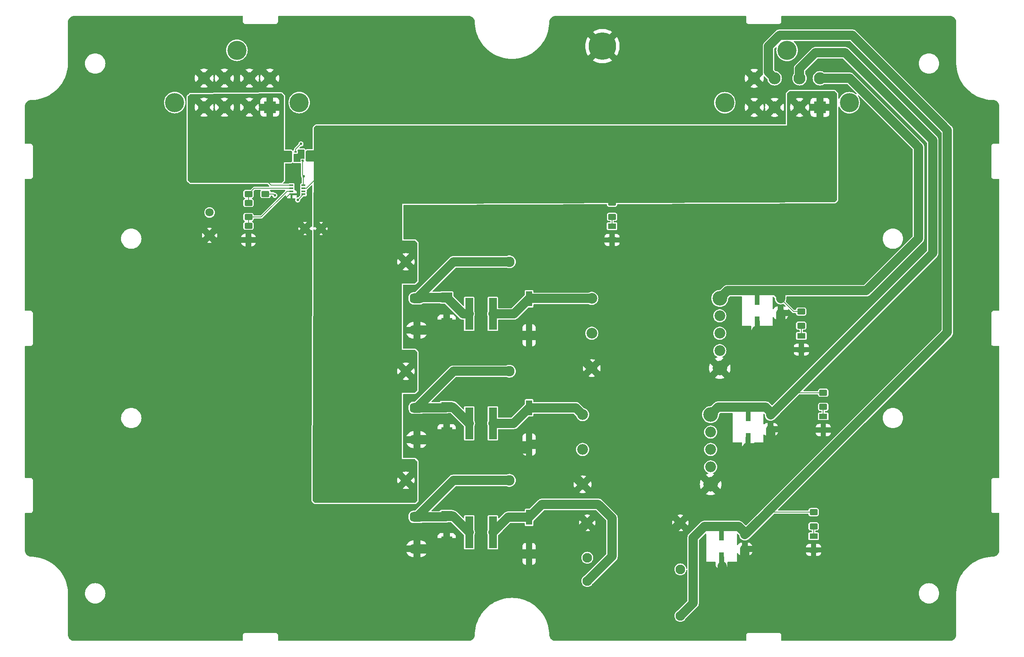
<source format=gbr>
%TF.GenerationSoftware,KiCad,Pcbnew,8.0.2*%
%TF.CreationDate,2024-05-09T14:15:38-06:00*%
%TF.ProjectId,GR-LRR-POWER,47522d4c-5252-42d5-904f-5745522e6b69,rev?*%
%TF.SameCoordinates,Original*%
%TF.FileFunction,Copper,L1,Top*%
%TF.FilePolarity,Positive*%
%FSLAX46Y46*%
G04 Gerber Fmt 4.6, Leading zero omitted, Abs format (unit mm)*
G04 Created by KiCad (PCBNEW 8.0.2) date 2024-05-09 14:15:38*
%MOMM*%
%LPD*%
G01*
G04 APERTURE LIST*
G04 Aperture macros list*
%AMRoundRect*
0 Rectangle with rounded corners*
0 $1 Rounding radius*
0 $2 $3 $4 $5 $6 $7 $8 $9 X,Y pos of 4 corners*
0 Add a 4 corners polygon primitive as box body*
4,1,4,$2,$3,$4,$5,$6,$7,$8,$9,$2,$3,0*
0 Add four circle primitives for the rounded corners*
1,1,$1+$1,$2,$3*
1,1,$1+$1,$4,$5*
1,1,$1+$1,$6,$7*
1,1,$1+$1,$8,$9*
0 Add four rect primitives between the rounded corners*
20,1,$1+$1,$2,$3,$4,$5,0*
20,1,$1+$1,$4,$5,$6,$7,0*
20,1,$1+$1,$6,$7,$8,$9,0*
20,1,$1+$1,$8,$9,$2,$3,0*%
G04 Aperture macros list end*
%TA.AperFunction,ComponentPad*%
%ADD10C,0.800000*%
%TD*%
%TA.AperFunction,ComponentPad*%
%ADD11C,6.000000*%
%TD*%
%TA.AperFunction,SMDPad,CuDef*%
%ADD12R,0.876300X0.406400*%
%TD*%
%TA.AperFunction,ComponentPad*%
%ADD13C,1.803400*%
%TD*%
%TA.AperFunction,SMDPad,CuDef*%
%ADD14R,0.558800X0.406400*%
%TD*%
%TA.AperFunction,SMDPad,CuDef*%
%ADD15R,0.508000X0.406400*%
%TD*%
%TA.AperFunction,SMDPad,CuDef*%
%ADD16R,2.449195X2.179396*%
%TD*%
%TA.AperFunction,SMDPad,CuDef*%
%ADD17RoundRect,0.250000X-0.625000X0.400000X-0.625000X-0.400000X0.625000X-0.400000X0.625000X0.400000X0*%
%TD*%
%TA.AperFunction,ComponentPad*%
%ADD18C,2.300000*%
%TD*%
%TA.AperFunction,SMDPad,CuDef*%
%ADD19R,1.397000X3.302000*%
%TD*%
%TA.AperFunction,ComponentPad*%
%ADD20C,2.100000*%
%TD*%
%TA.AperFunction,SMDPad,CuDef*%
%ADD21RoundRect,0.850200X-0.709800X0.239800X-0.709800X-0.239800X0.709800X-0.239800X0.709800X0.239800X0*%
%TD*%
%TA.AperFunction,ComponentPad*%
%ADD22R,2.640000X2.640000*%
%TD*%
%TA.AperFunction,ComponentPad*%
%ADD23C,2.640000*%
%TD*%
%TA.AperFunction,ComponentPad*%
%ADD24C,4.185000*%
%TD*%
%TA.AperFunction,ComponentPad*%
%ADD25C,2.355000*%
%TD*%
%TA.AperFunction,ComponentPad*%
%ADD26C,3.195000*%
%TD*%
%TA.AperFunction,SMDPad,CuDef*%
%ADD27R,1.800000X1.150000*%
%TD*%
%TA.AperFunction,SMDPad,CuDef*%
%ADD28RoundRect,0.250000X-0.650000X0.412500X-0.650000X-0.412500X0.650000X-0.412500X0.650000X0.412500X0*%
%TD*%
%TA.AperFunction,SMDPad,CuDef*%
%ADD29RoundRect,0.250000X0.625000X-0.400000X0.625000X0.400000X-0.625000X0.400000X-0.625000X-0.400000X0*%
%TD*%
%TA.AperFunction,ComponentPad*%
%ADD30C,1.371600*%
%TD*%
%TA.AperFunction,SMDPad,CuDef*%
%ADD31R,1.092200X2.692400*%
%TD*%
%TA.AperFunction,SMDPad,CuDef*%
%ADD32R,1.780000X7.000000*%
%TD*%
%TA.AperFunction,ViaPad*%
%ADD33C,0.600000*%
%TD*%
%TA.AperFunction,Conductor*%
%ADD34C,0.200000*%
%TD*%
%TA.AperFunction,Conductor*%
%ADD35C,2.000000*%
%TD*%
G04 APERTURE END LIST*
D10*
%TO.P,H2,1,1*%
%TO.N,BG*%
X175250000Y-72150000D03*
X175909010Y-70559010D03*
X175909010Y-73740990D03*
X177500000Y-69900000D03*
D11*
X177500000Y-72150000D03*
D10*
X177500000Y-74400000D03*
X179090990Y-70559010D03*
X179090990Y-73740990D03*
X179750000Y-72150000D03*
%TD*%
D12*
%TO.P,U3,1,VIN*%
%TO.N,BV*%
X109621100Y-102550002D03*
%TO.P,U3,2,UV*%
%TO.N,Net-(U3-UV)*%
X109621100Y-103200000D03*
%TO.P,U3,3,OV*%
%TO.N,Net-(U3-OV)*%
X109621100Y-103850002D03*
%TO.P,U3,4,GND*%
%TO.N,BG*%
X109621100Y-104500000D03*
%TO.P,U3,5,\u002ASHDN*%
%TO.N,SHDN_SW*%
X112250000Y-104500000D03*
%TO.P,U3,6,\u002AFAULT*%
%TO.N,unconnected-(U3-\u002AFAULT-Pad6)*%
X112250000Y-103850002D03*
%TO.P,U3,7,VOUT*%
%TO.N,BATT+*%
X112250000Y-103200000D03*
%TO.P,U3,8,GATE*%
%TO.N,Net-(U1-G)*%
X112250000Y-102550002D03*
%TD*%
D13*
%TO.P,J3,1,1*%
%TO.N,SHDN_SW*%
X91750000Y-108500000D03*
%TO.P,J3,2,2*%
%TO.N,BG*%
X91750000Y-113500000D03*
%TD*%
D14*
%TO.P,U1,1,S*%
%TO.N,Net-(U1-S-Pad1)*%
X110517500Y-97224999D03*
%TO.P,U1,2,S*%
X110517500Y-96575001D03*
%TO.P,U1,3,S*%
X110517500Y-95924999D03*
%TO.P,U1,4,G*%
%TO.N,Net-(U1-G)*%
X110517500Y-95275001D03*
D15*
%TO.P,U1,5,D*%
%TO.N,BV*%
X107482500Y-95275001D03*
%TO.P,U1,6,D*%
X107482500Y-95924999D03*
%TO.P,U1,7,D*%
X107482500Y-96575001D03*
%TO.P,U1,8,D*%
X107482500Y-97224999D03*
%TD*%
D16*
%TO.P,C13,1*%
%TO.N,Net-(C13-Pad1)*%
X143500000Y-174861061D03*
%TO.P,C13,2*%
%TO.N,BG*%
X143500000Y-180434049D03*
%TD*%
D17*
%TO.P,R4,1*%
%TO.N,Net-(U3-OV)*%
X100250000Y-111400000D03*
%TO.P,R4,2*%
%TO.N,BG*%
X100250000Y-114500000D03*
%TD*%
D18*
%TO.P,U5,1,1*%
%TO.N,BATT+*%
X134600000Y-119283645D03*
%TO.P,U5,2,2*%
%TO.N,Net-(C5-Pad1)*%
X157200000Y-119283645D03*
%TD*%
D19*
%TO.P,C10,1*%
%TO.N,Net-(PS2-+VIN)*%
X161500000Y-151199000D03*
%TO.P,C10,2*%
%TO.N,BG*%
X161500000Y-159200000D03*
%TD*%
D20*
%TO.P,PS3,1,+VIN*%
%TO.N,Net-(PS3-+VIN)*%
X174195000Y-189040000D03*
%TO.P,PS3,2,-VIN*%
%TO.N,unconnected-(PS3--VIN-Pad2)*%
X174195000Y-183960000D03*
%TO.P,PS3,3,+VOUT*%
%TO.N,3.3V*%
X194515000Y-196660000D03*
%TO.P,PS3,4,OUTPUT_TRIM*%
%TO.N,unconnected-(PS3-OUTPUT_TRIM-Pad4)*%
X194515000Y-186500000D03*
%TO.P,PS3,5,-VOUT*%
%TO.N,BG*%
X194515000Y-176340000D03*
%TO.P,PS3,6,ON/OFF_CONTROL*%
X174195000Y-176340000D03*
%TD*%
D21*
%TO.P,D4,A*%
%TO.N,BG*%
X137000000Y-182001355D03*
%TO.P,D4,C*%
%TO.N,Net-(C13-Pad1)*%
X137000000Y-175031355D03*
%TD*%
D17*
%TO.P,R3,1*%
%TO.N,Net-(U3-UV)*%
X100250000Y-106400000D03*
%TO.P,R3,2*%
%TO.N,Net-(U3-OV)*%
X100250000Y-109500000D03*
%TD*%
D22*
%TO.P,J2,1,1*%
%TO.N,BATT+*%
X224985000Y-85520000D03*
D23*
%TO.P,J2,2,2*%
X220540000Y-85520000D03*
%TO.P,J2,3,3*%
%TO.N,BG*%
X215080000Y-85520000D03*
%TO.P,J2,4,4*%
X210635000Y-85520000D03*
%TO.P,J2,5,5*%
X210635000Y-79170000D03*
%TO.P,J2,6,6*%
%TO.N,3.3V*%
X215080000Y-79170000D03*
%TO.P,J2,7,7*%
%TO.N,5V*%
X220540000Y-79170000D03*
%TO.P,J2,8,8*%
%TO.N,24V*%
X224985000Y-79170000D03*
D24*
%TO.P,J2,MH1,MH1*%
%TO.N,unconnected-(J2-PadMH1)*%
X217810000Y-73070000D03*
%TO.P,J2,MH2,MH2*%
%TO.N,unconnected-(J2-PadMH2)*%
X231400000Y-84500000D03*
%TO.P,J2,MH3,MH3*%
%TO.N,unconnected-(J2-PadMH3)*%
X204220000Y-84500000D03*
%TD*%
D25*
%TO.P,PS1,1,+VIN*%
%TO.N,Net-(PS1-+VIN)*%
X175180000Y-127280000D03*
%TO.P,PS1,2,ON/OFF_CONTROL*%
%TO.N,unconnected-(PS1-ON{slash}OFF_CONTROL-Pad2)*%
X175180000Y-134900000D03*
%TO.P,PS1,3,-VIN*%
%TO.N,BG*%
X175180000Y-142520000D03*
D26*
%TO.P,PS1,4,-VOUT*%
X203120000Y-142520000D03*
D25*
%TO.P,PS1,5,-SENSE*%
%TO.N,unconnected-(PS1--SENSE-Pad5)*%
X203120000Y-138710000D03*
%TO.P,PS1,6,OUTPUT_TRIM*%
%TO.N,unconnected-(PS1-OUTPUT_TRIM-Pad6)*%
X203120000Y-134900000D03*
%TO.P,PS1,7,+SENSE*%
%TO.N,unconnected-(PS1-+SENSE-Pad7)*%
X203120000Y-131090000D03*
D26*
%TO.P,PS1,8,+VOUT*%
%TO.N,24V*%
X203120000Y-127280000D03*
%TD*%
D27*
%TO.P,LED3,1,K*%
%TO.N,BG*%
X225700000Y-156050000D03*
%TO.P,LED3,2,A*%
%TO.N,Net-(LED3-A)*%
X225700000Y-153050000D03*
%TD*%
D25*
%TO.P,PS2,1,+VIN*%
%TO.N,Net-(PS2-+VIN)*%
X173180000Y-152680000D03*
%TO.P,PS2,2,ON/OFF_CONTROL*%
%TO.N,unconnected-(PS2-ON{slash}OFF_CONTROL-Pad2)*%
X173180000Y-160300000D03*
%TO.P,PS2,3,-VIN*%
%TO.N,BG*%
X173180000Y-167920000D03*
D26*
%TO.P,PS2,4,-VOUT*%
X201120000Y-167920000D03*
D25*
%TO.P,PS2,5,-SENSE*%
%TO.N,unconnected-(PS2--SENSE-Pad5)*%
X201120000Y-164110000D03*
%TO.P,PS2,6,OUTPUT_TRIM*%
%TO.N,unconnected-(PS2-OUTPUT_TRIM-Pad6)*%
X201120000Y-160300000D03*
%TO.P,PS2,7,+SENSE*%
%TO.N,unconnected-(PS2-+SENSE-Pad7)*%
X201120000Y-156490000D03*
D26*
%TO.P,PS2,8,+VOUT*%
%TO.N,5V*%
X201120000Y-152680000D03*
%TD*%
D27*
%TO.P,LED4,1,K*%
%TO.N,BG*%
X223600000Y-182250000D03*
%TO.P,LED4,2,A*%
%TO.N,Net-(LED4-A)*%
X223600000Y-179250000D03*
%TD*%
D28*
%TO.P,C7,1*%
%TO.N,24V*%
X216400000Y-127337500D03*
%TO.P,C7,2*%
%TO.N,BG*%
X216400000Y-130462500D03*
%TD*%
D18*
%TO.P,U6,1,1*%
%TO.N,BATT+*%
X134600000Y-143200000D03*
%TO.P,U6,2,2*%
%TO.N,Net-(C9-Pad1)*%
X157200000Y-143200000D03*
%TD*%
D28*
%TO.P,C11,1*%
%TO.N,5V*%
X214200000Y-152775000D03*
%TO.P,C11,2*%
%TO.N,BG*%
X214200000Y-155900000D03*
%TD*%
D16*
%TO.P,C5,1*%
%TO.N,Net-(C5-Pad1)*%
X143500000Y-127097151D03*
%TO.P,C5,2*%
%TO.N,BG*%
X143500000Y-132670139D03*
%TD*%
D29*
%TO.P,R8,1*%
%TO.N,Net-(LED4-A)*%
X223600000Y-177100000D03*
%TO.P,R8,2*%
%TO.N,3.3V*%
X223600000Y-174000000D03*
%TD*%
D22*
%TO.P,J1,1,1*%
%TO.N,BV*%
X104900000Y-85500000D03*
D23*
%TO.P,J1,2,2*%
X100455000Y-85500000D03*
%TO.P,J1,3,3*%
X94995000Y-85500000D03*
%TO.P,J1,4,4*%
X90550000Y-85500000D03*
%TO.P,J1,5,5*%
%TO.N,BG*%
X90550000Y-79150000D03*
%TO.P,J1,6,6*%
X94995000Y-79150000D03*
%TO.P,J1,7,7*%
X100455000Y-79150000D03*
%TO.P,J1,8,8*%
X104900000Y-79150000D03*
D24*
%TO.P,J1,MH1,MH1*%
%TO.N,unconnected-(J1-PadMH1)*%
X97725000Y-73050000D03*
%TO.P,J1,MH2,MH2*%
%TO.N,unconnected-(J1-PadMH2)*%
X111315000Y-84480000D03*
%TO.P,J1,MH3,MH3*%
%TO.N,unconnected-(J1-PadMH3)*%
X84135000Y-84480000D03*
%TD*%
D17*
%TO.P,R1,1*%
%TO.N,BV*%
X103950000Y-101350000D03*
%TO.P,R1,2*%
%TO.N,SHDN_SW*%
X103950000Y-104450000D03*
%TD*%
D30*
%TO.P,C1,2*%
%TO.N,BG*%
X112583249Y-112000000D03*
%TO.P,C1,1*%
%TO.N,BATT+*%
X116083250Y-112000000D03*
%TD*%
D19*
%TO.P,C6,1*%
%TO.N,Net-(PS1-+VIN)*%
X161500000Y-127351445D03*
%TO.P,C6,2*%
%TO.N,BG*%
X161500000Y-135352445D03*
%TD*%
D31*
%TO.P,C12,1*%
%TO.N,3.3V*%
X203500000Y-178844200D03*
%TO.P,C12,2*%
%TO.N,BG*%
X203500000Y-184152800D03*
%TD*%
D32*
%TO.P,L3,1,1*%
%TO.N,Net-(C9-Pad1)*%
X148440000Y-154600000D03*
%TO.P,L3,2,2*%
%TO.N,Net-(PS2-+VIN)*%
X153600000Y-154600000D03*
%TD*%
D14*
%TO.P,U2,1,S*%
%TO.N,Net-(U1-S-Pad1)*%
X112065000Y-95200002D03*
%TO.P,U2,2,S*%
X112065000Y-95850000D03*
%TO.P,U2,3,S*%
X112065000Y-96500002D03*
%TO.P,U2,4,G*%
%TO.N,Net-(U1-G)*%
X112065000Y-97150000D03*
D15*
%TO.P,U2,5,D*%
%TO.N,BATT+*%
X115100000Y-97150000D03*
%TO.P,U2,6,D*%
X115100000Y-96500002D03*
%TO.P,U2,7,D*%
X115100000Y-95850000D03*
%TO.P,U2,8,D*%
X115100000Y-95200002D03*
%TD*%
D31*
%TO.P,C8,1*%
%TO.N,5V*%
X209300000Y-152745700D03*
%TO.P,C8,2*%
%TO.N,BG*%
X209300000Y-158054300D03*
%TD*%
D19*
%TO.P,C14,1*%
%TO.N,Net-(PS3-+VIN)*%
X161500000Y-175115355D03*
%TO.P,C14,2*%
%TO.N,BG*%
X161500000Y-183116355D03*
%TD*%
D21*
%TO.P,D2,A*%
%TO.N,BG*%
X137000000Y-134237445D03*
%TO.P,D2,C*%
%TO.N,Net-(C5-Pad1)*%
X137000000Y-127267445D03*
%TD*%
D29*
%TO.P,R5,1*%
%TO.N,Net-(LED1-A)*%
X220900000Y-133250000D03*
%TO.P,R5,2*%
%TO.N,24V*%
X220900000Y-130150000D03*
%TD*%
D32*
%TO.P,L2,1,1*%
%TO.N,Net-(C5-Pad1)*%
X148420000Y-130683645D03*
%TO.P,L2,2,2*%
%TO.N,Net-(PS1-+VIN)*%
X153580000Y-130683645D03*
%TD*%
D16*
%TO.P,C9,1*%
%TO.N,Net-(C9-Pad1)*%
X143500000Y-151013506D03*
%TO.P,C9,2*%
%TO.N,BG*%
X143500000Y-156586494D03*
%TD*%
D29*
%TO.P,R6,1*%
%TO.N,Net-(LED2-A)*%
X179600000Y-109450000D03*
%TO.P,R6,2*%
%TO.N,BATT+*%
X179600000Y-106350000D03*
%TD*%
D21*
%TO.P,D3,A*%
%TO.N,BG*%
X137000000Y-158153800D03*
%TO.P,D3,C*%
%TO.N,Net-(C9-Pad1)*%
X137000000Y-151183800D03*
%TD*%
D27*
%TO.P,LED2,1,K*%
%TO.N,BG*%
X179600000Y-114500000D03*
%TO.P,LED2,2,A*%
%TO.N,Net-(LED2-A)*%
X179600000Y-111500000D03*
%TD*%
D31*
%TO.P,C4,1*%
%TO.N,24V*%
X211300000Y-127300000D03*
%TO.P,C4,2*%
%TO.N,BG*%
X211300000Y-132608600D03*
%TD*%
D29*
%TO.P,R7,1*%
%TO.N,Net-(LED3-A)*%
X225700000Y-151000000D03*
%TO.P,R7,2*%
%TO.N,5V*%
X225700000Y-147900000D03*
%TD*%
D27*
%TO.P,LED1,1,K*%
%TO.N,BG*%
X220930000Y-138475000D03*
%TO.P,LED1,2,A*%
%TO.N,Net-(LED1-A)*%
X220930000Y-135475000D03*
%TD*%
D32*
%TO.P,L4,1,1*%
%TO.N,Net-(C13-Pad1)*%
X148440000Y-178416355D03*
%TO.P,L4,2,2*%
%TO.N,Net-(PS3-+VIN)*%
X153600000Y-178416355D03*
%TD*%
D17*
%TO.P,R2,1*%
%TO.N,BV*%
X100250000Y-101350000D03*
%TO.P,R2,2*%
%TO.N,Net-(U3-UV)*%
X100250000Y-104450000D03*
%TD*%
D18*
%TO.P,U7,1,1*%
%TO.N,BATT+*%
X134600000Y-167047555D03*
%TO.P,U7,2,2*%
%TO.N,Net-(C13-Pad1)*%
X157200000Y-167047555D03*
%TD*%
D28*
%TO.P,C15,1*%
%TO.N,3.3V*%
X208600000Y-178936000D03*
%TO.P,C15,2*%
%TO.N,BG*%
X208600000Y-182061000D03*
%TD*%
D33*
%TO.N,Net-(U1-G)*%
X112300000Y-100600000D03*
X111700000Y-93500000D03*
%TO.N,SHDN_SW*%
X111000000Y-105750000D03*
X106000000Y-104750000D03*
%TD*%
D34*
%TO.N,Net-(U1-G)*%
X112300000Y-100600000D02*
X112065000Y-100365000D01*
X112065000Y-100365000D02*
X112065000Y-97150000D01*
X112250000Y-100650000D02*
X112300000Y-100600000D01*
X112250000Y-102550002D02*
X112250000Y-100650000D01*
X110517500Y-94682500D02*
X111700000Y-93500000D01*
X110517500Y-95275001D02*
X110517500Y-94682500D01*
%TO.N,24V*%
X220900000Y-130150000D02*
X219212500Y-130150000D01*
X219212500Y-130150000D02*
X216400000Y-127337500D01*
%TO.N,SHDN_SW*%
X111000000Y-105750000D02*
X112250000Y-104500000D01*
X103950000Y-104450000D02*
X105700000Y-104450000D01*
X105700000Y-104450000D02*
X106000000Y-104750000D01*
%TO.N,BG*%
X100250000Y-113500000D02*
X100250000Y-114500000D01*
X109250000Y-104500000D02*
X100250000Y-113500000D01*
X109621100Y-104500000D02*
X109250000Y-104500000D01*
%TO.N,Net-(U3-OV)*%
X108649998Y-103850002D02*
X103000000Y-109500000D01*
X103000000Y-109500000D02*
X100250000Y-109500000D01*
X109621100Y-103850002D02*
X108649998Y-103850002D01*
X100250000Y-109500000D02*
X100250000Y-111400000D01*
%TO.N,Net-(U3-UV)*%
X101500000Y-103200000D02*
X100250000Y-104450000D01*
X109621100Y-103200000D02*
X101500000Y-103200000D01*
%TO.N,BV*%
X105150002Y-102550002D02*
X103950000Y-101350000D01*
X109621100Y-102550002D02*
X105150002Y-102550002D01*
%TO.N,BATT+*%
X115100000Y-100988150D02*
X115100000Y-97150000D01*
X112888150Y-103200000D02*
X115100000Y-100988150D01*
X112250000Y-103200000D02*
X112888150Y-103200000D01*
%TO.N,Net-(U1-G)*%
X112250000Y-97335000D02*
X112065000Y-97150000D01*
%TO.N,Net-(U3-UV)*%
X100250000Y-104450000D02*
X100250000Y-106400000D01*
D35*
%TO.N,5V*%
X249600000Y-117375000D02*
X214200000Y-152775000D01*
X230500000Y-73600000D02*
X249600000Y-92700000D01*
X220540000Y-77060000D02*
X224000000Y-73600000D01*
X224000000Y-73600000D02*
X230500000Y-73600000D01*
X249600000Y-92700000D02*
X249600000Y-117375000D01*
X220540000Y-79170000D02*
X220540000Y-77060000D01*
%TO.N,24V*%
X246500000Y-114200000D02*
X235098500Y-125601500D01*
X235098500Y-125601500D02*
X215326500Y-125601500D01*
X246500000Y-94200000D02*
X246500000Y-114200000D01*
X231470000Y-79170000D02*
X246500000Y-94200000D01*
X224985000Y-79170000D02*
X231470000Y-79170000D01*
%TO.N,3.3V*%
X252800000Y-134736000D02*
X212018000Y-175518000D01*
X232077500Y-69777500D02*
X252800000Y-90500000D01*
X252800000Y-90500000D02*
X252800000Y-134736000D01*
X216151834Y-69777500D02*
X232077500Y-69777500D01*
X213760001Y-77850001D02*
X213760001Y-72169333D01*
X215080000Y-79170000D02*
X213760001Y-77850001D01*
X213760001Y-72169333D02*
X216151834Y-69777500D01*
%TO.N,24V*%
X215326500Y-125601500D02*
X204798500Y-125601500D01*
X204798500Y-125601500D02*
X203120000Y-127280000D01*
X216400000Y-127337500D02*
X216400000Y-126675000D01*
X216400000Y-126675000D02*
X215326500Y-125601500D01*
%TO.N,5V*%
X214200000Y-152112500D02*
X213134700Y-151047200D01*
X202752800Y-151047200D02*
X201120000Y-152680000D01*
X214200000Y-152775000D02*
X214200000Y-152112500D01*
D34*
X219075000Y-147900000D02*
X214200000Y-152775000D01*
D35*
X213134700Y-151047200D02*
X202752800Y-151047200D01*
D34*
X225700000Y-147900000D02*
X219075000Y-147900000D01*
%TO.N,3.3V*%
X213536000Y-174000000D02*
X212018000Y-175518000D01*
D35*
X199732986Y-177145700D02*
X207267014Y-177145700D01*
X197300000Y-179578686D02*
X199732986Y-177145700D01*
D34*
X223600000Y-174000000D02*
X213536000Y-174000000D01*
D35*
X207267014Y-177145700D02*
X208600000Y-178478686D01*
X194515000Y-196660000D02*
X197300000Y-193875000D01*
X208600000Y-178478686D02*
X208600000Y-178936000D01*
X197300000Y-193875000D02*
X197300000Y-179578686D01*
X212018000Y-175518000D02*
X208600000Y-178936000D01*
%TO.N,BG*%
X141932694Y-158153800D02*
X143500000Y-156586494D01*
X161500000Y-159200000D02*
X160547500Y-160152500D01*
X194515000Y-176340000D02*
X189200000Y-181655000D01*
X161500000Y-135352445D02*
X168012445Y-135352445D01*
X216400000Y-130462500D02*
X216400000Y-132974114D01*
X147066006Y-160152500D02*
X143500000Y-156586494D01*
X143500000Y-132670139D02*
X143634899Y-132670139D01*
X137000000Y-158153800D02*
X141932694Y-158153800D01*
X203615693Y-189502621D02*
X203615693Y-190884307D01*
X146348405Y-135383645D02*
X161468800Y-135383645D01*
X209117314Y-159922686D02*
X209117314Y-159752800D01*
X216400000Y-132974114D02*
X215067014Y-134307100D01*
X203615693Y-190884307D02*
X203615693Y-185784307D01*
X191300000Y-200600000D02*
X198200000Y-200600000D01*
X201120000Y-167920000D02*
X209117314Y-159922686D01*
X164460000Y-159200000D02*
X173180000Y-167920000D01*
X141932694Y-134237445D02*
X143500000Y-132670139D01*
X161468800Y-135383645D02*
X161500000Y-135352445D01*
X208600000Y-182061000D02*
X208600000Y-184518314D01*
X168012445Y-135352445D02*
X175180000Y-142520000D01*
X143500000Y-180434049D02*
X146182306Y-183116355D01*
X189200000Y-198500000D02*
X191300000Y-200600000D01*
X203615693Y-195184307D02*
X203615693Y-190884307D01*
X214200000Y-155900000D02*
X214200000Y-158619814D01*
X160547500Y-160152500D02*
X147066006Y-160152500D01*
X167418645Y-183116355D02*
X174195000Y-176340000D01*
X211117314Y-134522686D02*
X211117314Y-134307100D01*
X208600000Y-184518314D02*
X203615693Y-189502621D01*
X146182306Y-183116355D02*
X161500000Y-183116355D01*
X161500000Y-159200000D02*
X164460000Y-159200000D01*
X212897128Y-159922686D02*
X209117314Y-159922686D01*
X214200000Y-158619814D02*
X212897128Y-159922686D01*
X189200000Y-181655000D02*
X189200000Y-198500000D01*
X143634899Y-132670139D02*
X146348405Y-135383645D01*
X198200000Y-200600000D02*
X203615693Y-195184307D01*
X141932694Y-182001355D02*
X143500000Y-180434049D01*
X161500000Y-183116355D02*
X167418645Y-183116355D01*
X137000000Y-182001355D02*
X141932694Y-182001355D01*
X137000000Y-134237445D02*
X141932694Y-134237445D01*
X203120000Y-142520000D02*
X211117314Y-134522686D01*
X215067014Y-134307100D02*
X211117314Y-134307100D01*
%TO.N,Net-(PS1-+VIN)*%
X153580000Y-130683645D02*
X158167800Y-130683645D01*
X158167800Y-130683645D02*
X161500000Y-127351445D01*
X175180000Y-127280000D02*
X161571445Y-127280000D01*
X161571445Y-127280000D02*
X161500000Y-127351445D01*
%TO.N,Net-(PS2-+VIN)*%
X171699000Y-151199000D02*
X173180000Y-152680000D01*
X158099000Y-154600000D02*
X161500000Y-151199000D01*
X153600000Y-154600000D02*
X158099000Y-154600000D01*
X161500000Y-151199000D02*
X171699000Y-151199000D01*
%TO.N,Net-(PS3-+VIN)*%
X164315355Y-172300000D02*
X161500000Y-175115355D01*
X176600000Y-172300000D02*
X164315355Y-172300000D01*
X156901000Y-175115355D02*
X153600000Y-178416355D01*
X161500000Y-175115355D02*
X156901000Y-175115355D01*
X179600000Y-175300000D02*
X176600000Y-172300000D01*
X179600000Y-183635000D02*
X179600000Y-175300000D01*
X174195000Y-189040000D02*
X179600000Y-183635000D01*
%TO.N,Net-(C5-Pad1)*%
X137170294Y-127097151D02*
X137000000Y-127267445D01*
X143500000Y-127097151D02*
X137170294Y-127097151D01*
X157200000Y-119283645D02*
X144983800Y-119283645D01*
X147086494Y-130683645D02*
X143500000Y-127097151D01*
X148420000Y-130683645D02*
X147086494Y-130683645D01*
X144983800Y-119283645D02*
X137000000Y-127267445D01*
%TO.N,Net-(C9-Pad1)*%
X143500000Y-151013506D02*
X144853506Y-151013506D01*
X137000000Y-151183800D02*
X143329706Y-151183800D01*
X157200000Y-143200000D02*
X144983800Y-143200000D01*
X143329706Y-151183800D02*
X143500000Y-151013506D01*
X144853506Y-151013506D02*
X148440000Y-154600000D01*
X144983800Y-143200000D02*
X137000000Y-151183800D01*
%TO.N,Net-(C13-Pad1)*%
X157200000Y-167047555D02*
X144983800Y-167047555D01*
X143500000Y-174861061D02*
X144884706Y-174861061D01*
X143329706Y-175031355D02*
X143500000Y-174861061D01*
X144983800Y-167047555D02*
X137000000Y-175031355D01*
X137000000Y-175031355D02*
X143329706Y-175031355D01*
X144884706Y-174861061D02*
X148440000Y-178416355D01*
D34*
%TO.N,Net-(LED1-A)*%
X220900000Y-133250000D02*
X220900000Y-135445000D01*
%TO.N,Net-(LED2-A)*%
X179600000Y-109450000D02*
X179600000Y-111500000D01*
%TO.N,Net-(LED3-A)*%
X225700000Y-151000000D02*
X225700000Y-153050000D01*
%TO.N,Net-(LED4-A)*%
X223600000Y-177100000D02*
X223600000Y-179250000D01*
%TD*%
%TA.AperFunction,Conductor*%
%TO.N,BATT+*%
G36*
X228265677Y-82019685D02*
G01*
X228286319Y-82036319D01*
X228713681Y-82463681D01*
X228747166Y-82525004D01*
X228750000Y-82551362D01*
X228750000Y-105698770D01*
X228730315Y-105765809D01*
X228713843Y-105786290D01*
X228286159Y-106215552D01*
X228224897Y-106249149D01*
X228198773Y-106252031D01*
X140519134Y-106575232D01*
X133800000Y-106600000D01*
X133800000Y-114600000D01*
X136548638Y-114600000D01*
X136615677Y-114619685D01*
X136636319Y-114636319D01*
X137063681Y-115063681D01*
X137097166Y-115125004D01*
X137100000Y-115151362D01*
X137100000Y-123448638D01*
X137080315Y-123515677D01*
X137063681Y-123536319D01*
X136636319Y-123963681D01*
X136574996Y-123997166D01*
X136548638Y-124000000D01*
X133700000Y-124000000D01*
X133700000Y-138500000D01*
X136548638Y-138500000D01*
X136615677Y-138519685D01*
X136636319Y-138536319D01*
X137063681Y-138963681D01*
X137097166Y-139025004D01*
X137100000Y-139051362D01*
X137100000Y-147348638D01*
X137080315Y-147415677D01*
X137063681Y-147436319D01*
X136636319Y-147863681D01*
X136574996Y-147897166D01*
X136548638Y-147900000D01*
X133700000Y-147900000D01*
X133700000Y-162400000D01*
X136548638Y-162400000D01*
X136615677Y-162419685D01*
X136636319Y-162436319D01*
X137063681Y-162863681D01*
X137097166Y-162925004D01*
X137100000Y-162951362D01*
X137100000Y-171448638D01*
X137080315Y-171515677D01*
X137063681Y-171536319D01*
X136636319Y-171963681D01*
X136574996Y-171997166D01*
X136548638Y-172000000D01*
X133750000Y-172000000D01*
X114801472Y-172000000D01*
X114734433Y-171980315D01*
X114713658Y-171963548D01*
X114287854Y-171536451D01*
X114254463Y-171475080D01*
X114251670Y-171448538D01*
X114259657Y-168812664D01*
X133895549Y-168812664D01*
X134063347Y-168875249D01*
X134328902Y-168933017D01*
X134328909Y-168933018D01*
X134599999Y-168952408D01*
X134600001Y-168952408D01*
X134871090Y-168933018D01*
X134871097Y-168933017D01*
X135136652Y-168875249D01*
X135304449Y-168812665D01*
X135304449Y-168812664D01*
X134600001Y-168108215D01*
X134600000Y-168108215D01*
X133895549Y-168812664D01*
X114259657Y-168812664D01*
X114265006Y-167047553D01*
X132695147Y-167047553D01*
X132695147Y-167047556D01*
X132714536Y-167318645D01*
X132714537Y-167318652D01*
X132772306Y-167584212D01*
X132834889Y-167752003D01*
X132834890Y-167752004D01*
X133539339Y-167047555D01*
X133539339Y-167047554D01*
X133465471Y-166973686D01*
X133850000Y-166973686D01*
X133850000Y-167121424D01*
X133878822Y-167266322D01*
X133935359Y-167402813D01*
X134017437Y-167525652D01*
X134121903Y-167630118D01*
X134244742Y-167712196D01*
X134381233Y-167768733D01*
X134526131Y-167797555D01*
X134673869Y-167797555D01*
X134818767Y-167768733D01*
X134955258Y-167712196D01*
X135078097Y-167630118D01*
X135182563Y-167525652D01*
X135264641Y-167402813D01*
X135321178Y-167266322D01*
X135350000Y-167121424D01*
X135350000Y-167047554D01*
X135660660Y-167047554D01*
X135660660Y-167047555D01*
X136365109Y-167752004D01*
X136365110Y-167752004D01*
X136427694Y-167584207D01*
X136485462Y-167318652D01*
X136485463Y-167318645D01*
X136504853Y-167047556D01*
X136504853Y-167047553D01*
X136485463Y-166776464D01*
X136485462Y-166776457D01*
X136427694Y-166510902D01*
X136365109Y-166343104D01*
X135660660Y-167047554D01*
X135350000Y-167047554D01*
X135350000Y-166973686D01*
X135321178Y-166828788D01*
X135264641Y-166692297D01*
X135182563Y-166569458D01*
X135078097Y-166464992D01*
X134955258Y-166382914D01*
X134818767Y-166326377D01*
X134673869Y-166297555D01*
X134526131Y-166297555D01*
X134381233Y-166326377D01*
X134244742Y-166382914D01*
X134121903Y-166464992D01*
X134017437Y-166569458D01*
X133935359Y-166692297D01*
X133878822Y-166828788D01*
X133850000Y-166973686D01*
X133465471Y-166973686D01*
X132834889Y-166343105D01*
X132772307Y-166510894D01*
X132714537Y-166776457D01*
X132714536Y-166776464D01*
X132695147Y-167047553D01*
X114265006Y-167047553D01*
X114270355Y-165282444D01*
X133895550Y-165282444D01*
X134600000Y-165986894D01*
X134600001Y-165986894D01*
X135304449Y-165282445D01*
X135304448Y-165282444D01*
X135136657Y-165219861D01*
X134871097Y-165162092D01*
X134871090Y-165162091D01*
X134600001Y-165142702D01*
X134599999Y-165142702D01*
X134328909Y-165162091D01*
X134328902Y-165162092D01*
X134063339Y-165219862D01*
X133895550Y-165282444D01*
X114270355Y-165282444D01*
X114331923Y-144965109D01*
X133895549Y-144965109D01*
X134063347Y-145027694D01*
X134328902Y-145085462D01*
X134328909Y-145085463D01*
X134599999Y-145104853D01*
X134600001Y-145104853D01*
X134871090Y-145085463D01*
X134871097Y-145085462D01*
X135136652Y-145027694D01*
X135304449Y-144965110D01*
X135304449Y-144965109D01*
X134600001Y-144260660D01*
X134600000Y-144260660D01*
X133895549Y-144965109D01*
X114331923Y-144965109D01*
X114337272Y-143199998D01*
X132695147Y-143199998D01*
X132695147Y-143200001D01*
X132714536Y-143471090D01*
X132714537Y-143471097D01*
X132772306Y-143736657D01*
X132834889Y-143904448D01*
X132834890Y-143904449D01*
X133539339Y-143200000D01*
X133539339Y-143199999D01*
X133465471Y-143126131D01*
X133850000Y-143126131D01*
X133850000Y-143273869D01*
X133878822Y-143418767D01*
X133935359Y-143555258D01*
X134017437Y-143678097D01*
X134121903Y-143782563D01*
X134244742Y-143864641D01*
X134381233Y-143921178D01*
X134526131Y-143950000D01*
X134673869Y-143950000D01*
X134818767Y-143921178D01*
X134955258Y-143864641D01*
X135078097Y-143782563D01*
X135182563Y-143678097D01*
X135264641Y-143555258D01*
X135321178Y-143418767D01*
X135350000Y-143273869D01*
X135350000Y-143199999D01*
X135660660Y-143199999D01*
X135660660Y-143200000D01*
X136365109Y-143904449D01*
X136365110Y-143904449D01*
X136427694Y-143736652D01*
X136485462Y-143471097D01*
X136485463Y-143471090D01*
X136504853Y-143200001D01*
X136504853Y-143199998D01*
X136485463Y-142928909D01*
X136485462Y-142928902D01*
X136427694Y-142663347D01*
X136365109Y-142495549D01*
X135660660Y-143199999D01*
X135350000Y-143199999D01*
X135350000Y-143126131D01*
X135321178Y-142981233D01*
X135264641Y-142844742D01*
X135182563Y-142721903D01*
X135078097Y-142617437D01*
X134955258Y-142535359D01*
X134818767Y-142478822D01*
X134673869Y-142450000D01*
X134526131Y-142450000D01*
X134381233Y-142478822D01*
X134244742Y-142535359D01*
X134121903Y-142617437D01*
X134017437Y-142721903D01*
X133935359Y-142844742D01*
X133878822Y-142981233D01*
X133850000Y-143126131D01*
X133465471Y-143126131D01*
X132834889Y-142495550D01*
X132772307Y-142663339D01*
X132714537Y-142928902D01*
X132714536Y-142928909D01*
X132695147Y-143199998D01*
X114337272Y-143199998D01*
X114342621Y-141434889D01*
X133895550Y-141434889D01*
X134600000Y-142139339D01*
X134600001Y-142139339D01*
X135304449Y-141434890D01*
X135304448Y-141434889D01*
X135136657Y-141372306D01*
X134871097Y-141314537D01*
X134871090Y-141314536D01*
X134600001Y-141295147D01*
X134599999Y-141295147D01*
X134328909Y-141314536D01*
X134328902Y-141314537D01*
X134063339Y-141372307D01*
X133895550Y-141434889D01*
X114342621Y-141434889D01*
X114404397Y-121048754D01*
X133895549Y-121048754D01*
X134063347Y-121111339D01*
X134328902Y-121169107D01*
X134328909Y-121169108D01*
X134599999Y-121188498D01*
X134600001Y-121188498D01*
X134871090Y-121169108D01*
X134871097Y-121169107D01*
X135136652Y-121111339D01*
X135304449Y-121048755D01*
X135304449Y-121048754D01*
X134600001Y-120344305D01*
X134600000Y-120344305D01*
X133895549Y-121048754D01*
X114404397Y-121048754D01*
X114409746Y-119283643D01*
X132695147Y-119283643D01*
X132695147Y-119283646D01*
X132714536Y-119554735D01*
X132714537Y-119554742D01*
X132772306Y-119820302D01*
X132834889Y-119988093D01*
X132834890Y-119988094D01*
X133539339Y-119283645D01*
X133539339Y-119283644D01*
X133465471Y-119209776D01*
X133850000Y-119209776D01*
X133850000Y-119357514D01*
X133878822Y-119502412D01*
X133935359Y-119638903D01*
X134017437Y-119761742D01*
X134121903Y-119866208D01*
X134244742Y-119948286D01*
X134381233Y-120004823D01*
X134526131Y-120033645D01*
X134673869Y-120033645D01*
X134818767Y-120004823D01*
X134955258Y-119948286D01*
X135078097Y-119866208D01*
X135182563Y-119761742D01*
X135264641Y-119638903D01*
X135321178Y-119502412D01*
X135350000Y-119357514D01*
X135350000Y-119283644D01*
X135660660Y-119283644D01*
X135660660Y-119283645D01*
X136365109Y-119988094D01*
X136365110Y-119988094D01*
X136427694Y-119820297D01*
X136485462Y-119554742D01*
X136485463Y-119554735D01*
X136504853Y-119283646D01*
X136504853Y-119283643D01*
X136485463Y-119012554D01*
X136485462Y-119012547D01*
X136427694Y-118746992D01*
X136365109Y-118579194D01*
X135660660Y-119283644D01*
X135350000Y-119283644D01*
X135350000Y-119209776D01*
X135321178Y-119064878D01*
X135264641Y-118928387D01*
X135182563Y-118805548D01*
X135078097Y-118701082D01*
X134955258Y-118619004D01*
X134818767Y-118562467D01*
X134673869Y-118533645D01*
X134526131Y-118533645D01*
X134381233Y-118562467D01*
X134244742Y-118619004D01*
X134121903Y-118701082D01*
X134017437Y-118805548D01*
X133935359Y-118928387D01*
X133878822Y-119064878D01*
X133850000Y-119209776D01*
X133465471Y-119209776D01*
X132834889Y-118579195D01*
X132772307Y-118746984D01*
X132714537Y-119012547D01*
X132714536Y-119012554D01*
X132695147Y-119283643D01*
X114409746Y-119283643D01*
X114415095Y-117518534D01*
X133895550Y-117518534D01*
X134600000Y-118222984D01*
X134600001Y-118222984D01*
X135304449Y-117518535D01*
X135304448Y-117518534D01*
X135136657Y-117455951D01*
X134871097Y-117398182D01*
X134871090Y-117398181D01*
X134600001Y-117378792D01*
X134599999Y-117378792D01*
X134328909Y-117398181D01*
X134328902Y-117398182D01*
X134063339Y-117455952D01*
X133895550Y-117518534D01*
X114415095Y-117518534D01*
X114427642Y-113377954D01*
X115675161Y-113377954D01*
X115675161Y-113377955D01*
X115729571Y-113396634D01*
X115964277Y-113435800D01*
X116202223Y-113435800D01*
X116436922Y-113396635D01*
X116491338Y-113377954D01*
X116079781Y-112966397D01*
X116066600Y-112975204D01*
X116063565Y-112985543D01*
X116046931Y-113006185D01*
X115675161Y-113377954D01*
X114427642Y-113377954D01*
X114430854Y-112318061D01*
X114450741Y-112251085D01*
X114503684Y-112205490D01*
X114572872Y-112195756D01*
X114636339Y-112224974D01*
X114673935Y-112283866D01*
X114675059Y-112288000D01*
X114705434Y-112407948D01*
X115113381Y-112000000D01*
X115113382Y-111999999D01*
X115113381Y-111999998D01*
X115056535Y-111943152D01*
X115651450Y-111943152D01*
X115651450Y-112056848D01*
X115680876Y-112166669D01*
X115737724Y-112265131D01*
X115818119Y-112345526D01*
X115916581Y-112402374D01*
X116026402Y-112431800D01*
X116140098Y-112431800D01*
X116249919Y-112402374D01*
X116348381Y-112345526D01*
X116428776Y-112265131D01*
X116485624Y-112166669D01*
X116515050Y-112056848D01*
X116515050Y-111996531D01*
X117049647Y-111996531D01*
X117461064Y-112407948D01*
X117504320Y-112237135D01*
X117504322Y-112237126D01*
X117523971Y-112000000D01*
X117523971Y-111999994D01*
X117504322Y-111762873D01*
X117504320Y-111762861D01*
X117461064Y-111592050D01*
X117089435Y-111963681D01*
X117061350Y-111979016D01*
X117049647Y-111996531D01*
X116515050Y-111996531D01*
X116515050Y-111943152D01*
X116485624Y-111833331D01*
X116428776Y-111734869D01*
X116348381Y-111654474D01*
X116249919Y-111597626D01*
X116140098Y-111568200D01*
X116026402Y-111568200D01*
X115916581Y-111597626D01*
X115818119Y-111654474D01*
X115737724Y-111734869D01*
X115680876Y-111833331D01*
X115651450Y-111943152D01*
X115056535Y-111943152D01*
X114705434Y-111592050D01*
X114677013Y-111704285D01*
X114641473Y-111764441D01*
X114579053Y-111795833D01*
X114509570Y-111788495D01*
X114455084Y-111744756D01*
X114432895Y-111678504D01*
X114432808Y-111673469D01*
X114435995Y-110622044D01*
X115675160Y-110622044D01*
X116083248Y-111030131D01*
X116083249Y-111030132D01*
X116083250Y-111030132D01*
X116083250Y-111030131D01*
X116491337Y-110622044D01*
X116436924Y-110603364D01*
X116202223Y-110564200D01*
X115964277Y-110564200D01*
X115729577Y-110603364D01*
X115729569Y-110603366D01*
X115675161Y-110622043D01*
X115675160Y-110622044D01*
X114435995Y-110622044D01*
X114436170Y-110564200D01*
X114474546Y-97899998D01*
X114474545Y-97899997D01*
X114476060Y-97400000D01*
X114800000Y-97400000D01*
X114800000Y-94900000D01*
X114483636Y-94900000D01*
X114498329Y-90051247D01*
X114518216Y-89984271D01*
X114534776Y-89963816D01*
X114963704Y-89536185D01*
X115025078Y-89502794D01*
X115051252Y-89500000D01*
X217300000Y-89500000D01*
X217800000Y-89500000D01*
X217800000Y-87414605D01*
X219706052Y-87414605D01*
X219845178Y-87475037D01*
X220117855Y-87551438D01*
X220117862Y-87551439D01*
X220398407Y-87590000D01*
X220681593Y-87590000D01*
X220962137Y-87551439D01*
X220962144Y-87551438D01*
X221234821Y-87475037D01*
X221373945Y-87414605D01*
X220849326Y-86889986D01*
X222915001Y-86889986D01*
X222925494Y-86992697D01*
X222980641Y-87159119D01*
X222980643Y-87159124D01*
X223072684Y-87308345D01*
X223196654Y-87432315D01*
X223345875Y-87524356D01*
X223345880Y-87524358D01*
X223512302Y-87579505D01*
X223512309Y-87579506D01*
X223615019Y-87589999D01*
X224234999Y-87589999D01*
X225735000Y-87589999D01*
X226354972Y-87589999D01*
X226354986Y-87589998D01*
X226457697Y-87579505D01*
X226624119Y-87524358D01*
X226624124Y-87524356D01*
X226773345Y-87432315D01*
X226897315Y-87308345D01*
X226989356Y-87159124D01*
X226989358Y-87159119D01*
X227044505Y-86992697D01*
X227044506Y-86992690D01*
X227054999Y-86889986D01*
X227055000Y-86889973D01*
X227055000Y-86270000D01*
X225735000Y-86270000D01*
X225735000Y-87589999D01*
X224234999Y-87589999D01*
X224235000Y-87589998D01*
X224235000Y-86270000D01*
X222915001Y-86270000D01*
X222915001Y-86889986D01*
X220849326Y-86889986D01*
X220540000Y-86580660D01*
X219706052Y-87414605D01*
X217800000Y-87414605D01*
X217800000Y-85520000D01*
X218465163Y-85520000D01*
X218484487Y-85802523D01*
X218542101Y-86079775D01*
X218542105Y-86079789D01*
X218636932Y-86346609D01*
X218636935Y-86346617D01*
X218642323Y-86357015D01*
X219479340Y-85520000D01*
X219392668Y-85433328D01*
X219660000Y-85433328D01*
X219660000Y-85606672D01*
X219693818Y-85776687D01*
X219760154Y-85936836D01*
X219856459Y-86080967D01*
X219979033Y-86203541D01*
X220123164Y-86299846D01*
X220283313Y-86366182D01*
X220453328Y-86400000D01*
X220626672Y-86400000D01*
X220796687Y-86366182D01*
X220956836Y-86299846D01*
X221100967Y-86203541D01*
X221223541Y-86080967D01*
X221319846Y-85936836D01*
X221386182Y-85776687D01*
X221420000Y-85606672D01*
X221420000Y-85519999D01*
X221600660Y-85519999D01*
X221600660Y-85520000D01*
X222437674Y-86357014D01*
X222437675Y-86357014D01*
X222443063Y-86346619D01*
X222443066Y-86346611D01*
X222537894Y-86079789D01*
X222537898Y-86079775D01*
X222595512Y-85802523D01*
X222614836Y-85520000D01*
X222608908Y-85433328D01*
X224105000Y-85433328D01*
X224105000Y-85606672D01*
X224138818Y-85776687D01*
X224205154Y-85936836D01*
X224301459Y-86080967D01*
X224424033Y-86203541D01*
X224568164Y-86299846D01*
X224728313Y-86366182D01*
X224898328Y-86400000D01*
X225071672Y-86400000D01*
X225241687Y-86366182D01*
X225401836Y-86299846D01*
X225545967Y-86203541D01*
X225668541Y-86080967D01*
X225764846Y-85936836D01*
X225831182Y-85776687D01*
X225865000Y-85606672D01*
X225865000Y-85433328D01*
X225831182Y-85263313D01*
X225764846Y-85103164D01*
X225668541Y-84959033D01*
X225545967Y-84836459D01*
X225446504Y-84770000D01*
X225735000Y-84770000D01*
X227054999Y-84770000D01*
X227054999Y-84150028D01*
X227054998Y-84150013D01*
X227044505Y-84047302D01*
X226989358Y-83880880D01*
X226989356Y-83880875D01*
X226897315Y-83731654D01*
X226773345Y-83607684D01*
X226624124Y-83515643D01*
X226624119Y-83515641D01*
X226457697Y-83460494D01*
X226457690Y-83460493D01*
X226354986Y-83450000D01*
X225735000Y-83450000D01*
X225735000Y-84770000D01*
X225446504Y-84770000D01*
X225401836Y-84740154D01*
X225241687Y-84673818D01*
X225071672Y-84640000D01*
X224898328Y-84640000D01*
X224728313Y-84673818D01*
X224568164Y-84740154D01*
X224424033Y-84836459D01*
X224301459Y-84959033D01*
X224205154Y-85103164D01*
X224138818Y-85263313D01*
X224105000Y-85433328D01*
X222608908Y-85433328D01*
X222595512Y-85237476D01*
X222537898Y-84960224D01*
X222537894Y-84960210D01*
X222443065Y-84693386D01*
X222443063Y-84693382D01*
X222437674Y-84682984D01*
X221600660Y-85519999D01*
X221420000Y-85519999D01*
X221420000Y-85433328D01*
X221386182Y-85263313D01*
X221319846Y-85103164D01*
X221223541Y-84959033D01*
X221100967Y-84836459D01*
X220956836Y-84740154D01*
X220796687Y-84673818D01*
X220626672Y-84640000D01*
X220453328Y-84640000D01*
X220283313Y-84673818D01*
X220123164Y-84740154D01*
X219979033Y-84836459D01*
X219856459Y-84959033D01*
X219760154Y-85103164D01*
X219693818Y-85263313D01*
X219660000Y-85433328D01*
X219392668Y-85433328D01*
X218642324Y-84682984D01*
X218642323Y-84682984D01*
X218636935Y-84693383D01*
X218542105Y-84960210D01*
X218542101Y-84960224D01*
X218484487Y-85237476D01*
X218465163Y-85520000D01*
X217800000Y-85520000D01*
X217800000Y-83625393D01*
X219706052Y-83625393D01*
X220540000Y-84459340D01*
X220540001Y-84459340D01*
X220849327Y-84150013D01*
X222915000Y-84150013D01*
X222915000Y-84770000D01*
X224235000Y-84770000D01*
X224235000Y-83450000D01*
X223615028Y-83450000D01*
X223615012Y-83450001D01*
X223512302Y-83460494D01*
X223345880Y-83515641D01*
X223345875Y-83515643D01*
X223196654Y-83607684D01*
X223072684Y-83731654D01*
X222980643Y-83880875D01*
X222980641Y-83880880D01*
X222925494Y-84047302D01*
X222925493Y-84047309D01*
X222915000Y-84150013D01*
X220849327Y-84150013D01*
X221373946Y-83625393D01*
X221373946Y-83625392D01*
X221234824Y-83564963D01*
X220962144Y-83488561D01*
X220962137Y-83488560D01*
X220681593Y-83450000D01*
X220398407Y-83450000D01*
X220117862Y-83488560D01*
X220117855Y-83488561D01*
X219845177Y-83564962D01*
X219706052Y-83625393D01*
X217800000Y-83625393D01*
X217800000Y-82551362D01*
X217819685Y-82484323D01*
X217836319Y-82463681D01*
X218263681Y-82036319D01*
X218325004Y-82002834D01*
X218351362Y-82000000D01*
X228198638Y-82000000D01*
X228265677Y-82019685D01*
G37*
%TD.AperFunction*%
%TD*%
%TA.AperFunction,Conductor*%
%TO.N,BV*%
G36*
X107515603Y-82521992D02*
G01*
X107536533Y-82538735D01*
X107749003Y-82750196D01*
X107963472Y-82963646D01*
X107997103Y-83024888D01*
X108000000Y-83051535D01*
X108000000Y-95000000D01*
X107750000Y-95000000D01*
X107750000Y-97500000D01*
X108000000Y-97500000D01*
X108000000Y-97999999D01*
X108000000Y-101448638D01*
X107980315Y-101515677D01*
X107963681Y-101536319D01*
X107536319Y-101963681D01*
X107474996Y-101997166D01*
X107448638Y-102000000D01*
X87551362Y-102000000D01*
X87484323Y-101980315D01*
X87463681Y-101963681D01*
X87036319Y-101536319D01*
X87002834Y-101474996D01*
X87000000Y-101448638D01*
X87000000Y-87394605D01*
X89716052Y-87394605D01*
X89855178Y-87455037D01*
X90127855Y-87531438D01*
X90127862Y-87531439D01*
X90408407Y-87570000D01*
X90691593Y-87570000D01*
X90972137Y-87531439D01*
X90972144Y-87531438D01*
X91244821Y-87455037D01*
X91383945Y-87394605D01*
X94161052Y-87394605D01*
X94300178Y-87455037D01*
X94572855Y-87531438D01*
X94572862Y-87531439D01*
X94853407Y-87570000D01*
X95136593Y-87570000D01*
X95417137Y-87531439D01*
X95417144Y-87531438D01*
X95689821Y-87455037D01*
X95828945Y-87394605D01*
X99621052Y-87394605D01*
X99760178Y-87455037D01*
X100032855Y-87531438D01*
X100032862Y-87531439D01*
X100313407Y-87570000D01*
X100596593Y-87570000D01*
X100877137Y-87531439D01*
X100877144Y-87531438D01*
X101149821Y-87455037D01*
X101288945Y-87394605D01*
X100764326Y-86869986D01*
X102830001Y-86869986D01*
X102840494Y-86972697D01*
X102895641Y-87139119D01*
X102895643Y-87139124D01*
X102987684Y-87288345D01*
X103111654Y-87412315D01*
X103260875Y-87504356D01*
X103260880Y-87504358D01*
X103427302Y-87559505D01*
X103427309Y-87559506D01*
X103530019Y-87569999D01*
X104149999Y-87569999D01*
X105650000Y-87569999D01*
X106269972Y-87569999D01*
X106269986Y-87569998D01*
X106372697Y-87559505D01*
X106539119Y-87504358D01*
X106539124Y-87504356D01*
X106688345Y-87412315D01*
X106812315Y-87288345D01*
X106904356Y-87139124D01*
X106904358Y-87139119D01*
X106959505Y-86972697D01*
X106959506Y-86972690D01*
X106969999Y-86869986D01*
X106970000Y-86869973D01*
X106970000Y-86250000D01*
X105650000Y-86250000D01*
X105650000Y-87569999D01*
X104149999Y-87569999D01*
X104150000Y-87569998D01*
X104150000Y-86250000D01*
X102830001Y-86250000D01*
X102830001Y-86869986D01*
X100764326Y-86869986D01*
X100455000Y-86560660D01*
X99621052Y-87394605D01*
X95828945Y-87394605D01*
X94995000Y-86560660D01*
X94161052Y-87394605D01*
X91383945Y-87394605D01*
X90550000Y-86560660D01*
X89716052Y-87394605D01*
X87000000Y-87394605D01*
X87000000Y-85500000D01*
X88475163Y-85500000D01*
X88494487Y-85782523D01*
X88552101Y-86059775D01*
X88552105Y-86059789D01*
X88646932Y-86326609D01*
X88646935Y-86326617D01*
X88652323Y-86337015D01*
X89489340Y-85500000D01*
X89402668Y-85413328D01*
X89670000Y-85413328D01*
X89670000Y-85586672D01*
X89703818Y-85756687D01*
X89770154Y-85916836D01*
X89866459Y-86060967D01*
X89989033Y-86183541D01*
X90133164Y-86279846D01*
X90293313Y-86346182D01*
X90463328Y-86380000D01*
X90636672Y-86380000D01*
X90806687Y-86346182D01*
X90966836Y-86279846D01*
X91110967Y-86183541D01*
X91233541Y-86060967D01*
X91329846Y-85916836D01*
X91396182Y-85756687D01*
X91430000Y-85586672D01*
X91430000Y-85499999D01*
X91610660Y-85499999D01*
X91610660Y-85500000D01*
X92447674Y-86337014D01*
X92447675Y-86337014D01*
X92453063Y-86326619D01*
X92453066Y-86326611D01*
X92547894Y-86059789D01*
X92547898Y-86059775D01*
X92605512Y-85782523D01*
X92624836Y-85500000D01*
X92920163Y-85500000D01*
X92939487Y-85782523D01*
X92997101Y-86059775D01*
X92997105Y-86059789D01*
X93091932Y-86326609D01*
X93091935Y-86326617D01*
X93097323Y-86337015D01*
X93934340Y-85500000D01*
X93847668Y-85413328D01*
X94115000Y-85413328D01*
X94115000Y-85586672D01*
X94148818Y-85756687D01*
X94215154Y-85916836D01*
X94311459Y-86060967D01*
X94434033Y-86183541D01*
X94578164Y-86279846D01*
X94738313Y-86346182D01*
X94908328Y-86380000D01*
X95081672Y-86380000D01*
X95251687Y-86346182D01*
X95411836Y-86279846D01*
X95555967Y-86183541D01*
X95678541Y-86060967D01*
X95774846Y-85916836D01*
X95841182Y-85756687D01*
X95875000Y-85586672D01*
X95875000Y-85499999D01*
X96055660Y-85499999D01*
X96055660Y-85500000D01*
X96892674Y-86337014D01*
X96892675Y-86337014D01*
X96898063Y-86326619D01*
X96898066Y-86326611D01*
X96992894Y-86059789D01*
X96992898Y-86059775D01*
X97050512Y-85782523D01*
X97069836Y-85500000D01*
X98380163Y-85500000D01*
X98399487Y-85782523D01*
X98457101Y-86059775D01*
X98457105Y-86059789D01*
X98551932Y-86326609D01*
X98551935Y-86326617D01*
X98557323Y-86337015D01*
X99394340Y-85500000D01*
X99307668Y-85413328D01*
X99575000Y-85413328D01*
X99575000Y-85586672D01*
X99608818Y-85756687D01*
X99675154Y-85916836D01*
X99771459Y-86060967D01*
X99894033Y-86183541D01*
X100038164Y-86279846D01*
X100198313Y-86346182D01*
X100368328Y-86380000D01*
X100541672Y-86380000D01*
X100711687Y-86346182D01*
X100871836Y-86279846D01*
X101015967Y-86183541D01*
X101138541Y-86060967D01*
X101234846Y-85916836D01*
X101301182Y-85756687D01*
X101335000Y-85586672D01*
X101335000Y-85499999D01*
X101515660Y-85499999D01*
X101515660Y-85500000D01*
X102352674Y-86337014D01*
X102352675Y-86337014D01*
X102358063Y-86326619D01*
X102358066Y-86326611D01*
X102452894Y-86059789D01*
X102452898Y-86059775D01*
X102510512Y-85782523D01*
X102529836Y-85500000D01*
X102523908Y-85413328D01*
X104020000Y-85413328D01*
X104020000Y-85586672D01*
X104053818Y-85756687D01*
X104120154Y-85916836D01*
X104216459Y-86060967D01*
X104339033Y-86183541D01*
X104483164Y-86279846D01*
X104643313Y-86346182D01*
X104813328Y-86380000D01*
X104986672Y-86380000D01*
X105156687Y-86346182D01*
X105316836Y-86279846D01*
X105460967Y-86183541D01*
X105583541Y-86060967D01*
X105679846Y-85916836D01*
X105746182Y-85756687D01*
X105780000Y-85586672D01*
X105780000Y-85413328D01*
X105746182Y-85243313D01*
X105679846Y-85083164D01*
X105583541Y-84939033D01*
X105460967Y-84816459D01*
X105361504Y-84750000D01*
X105650000Y-84750000D01*
X106969999Y-84750000D01*
X106969999Y-84130028D01*
X106969998Y-84130013D01*
X106959505Y-84027302D01*
X106904358Y-83860880D01*
X106904356Y-83860875D01*
X106812315Y-83711654D01*
X106688345Y-83587684D01*
X106539124Y-83495643D01*
X106539119Y-83495641D01*
X106372697Y-83440494D01*
X106372690Y-83440493D01*
X106269986Y-83430000D01*
X105650000Y-83430000D01*
X105650000Y-84750000D01*
X105361504Y-84750000D01*
X105316836Y-84720154D01*
X105156687Y-84653818D01*
X104986672Y-84620000D01*
X104813328Y-84620000D01*
X104643313Y-84653818D01*
X104483164Y-84720154D01*
X104339033Y-84816459D01*
X104216459Y-84939033D01*
X104120154Y-85083164D01*
X104053818Y-85243313D01*
X104020000Y-85413328D01*
X102523908Y-85413328D01*
X102510512Y-85217476D01*
X102452898Y-84940224D01*
X102452894Y-84940210D01*
X102358065Y-84673386D01*
X102358063Y-84673382D01*
X102352674Y-84662984D01*
X101515660Y-85499999D01*
X101335000Y-85499999D01*
X101335000Y-85413328D01*
X101301182Y-85243313D01*
X101234846Y-85083164D01*
X101138541Y-84939033D01*
X101015967Y-84816459D01*
X100871836Y-84720154D01*
X100711687Y-84653818D01*
X100541672Y-84620000D01*
X100368328Y-84620000D01*
X100198313Y-84653818D01*
X100038164Y-84720154D01*
X99894033Y-84816459D01*
X99771459Y-84939033D01*
X99675154Y-85083164D01*
X99608818Y-85243313D01*
X99575000Y-85413328D01*
X99307668Y-85413328D01*
X98557324Y-84662984D01*
X98557323Y-84662984D01*
X98551935Y-84673383D01*
X98457105Y-84940210D01*
X98457101Y-84940224D01*
X98399487Y-85217476D01*
X98380163Y-85500000D01*
X97069836Y-85500000D01*
X97050512Y-85217476D01*
X96992898Y-84940224D01*
X96992894Y-84940210D01*
X96898065Y-84673386D01*
X96898063Y-84673382D01*
X96892674Y-84662984D01*
X96055660Y-85499999D01*
X95875000Y-85499999D01*
X95875000Y-85413328D01*
X95841182Y-85243313D01*
X95774846Y-85083164D01*
X95678541Y-84939033D01*
X95555967Y-84816459D01*
X95411836Y-84720154D01*
X95251687Y-84653818D01*
X95081672Y-84620000D01*
X94908328Y-84620000D01*
X94738313Y-84653818D01*
X94578164Y-84720154D01*
X94434033Y-84816459D01*
X94311459Y-84939033D01*
X94215154Y-85083164D01*
X94148818Y-85243313D01*
X94115000Y-85413328D01*
X93847668Y-85413328D01*
X93097324Y-84662984D01*
X93097323Y-84662984D01*
X93091935Y-84673383D01*
X92997105Y-84940210D01*
X92997101Y-84940224D01*
X92939487Y-85217476D01*
X92920163Y-85500000D01*
X92624836Y-85500000D01*
X92605512Y-85217476D01*
X92547898Y-84940224D01*
X92547894Y-84940210D01*
X92453065Y-84673386D01*
X92453063Y-84673382D01*
X92447674Y-84662984D01*
X91610660Y-85499999D01*
X91430000Y-85499999D01*
X91430000Y-85413328D01*
X91396182Y-85243313D01*
X91329846Y-85083164D01*
X91233541Y-84939033D01*
X91110967Y-84816459D01*
X90966836Y-84720154D01*
X90806687Y-84653818D01*
X90636672Y-84620000D01*
X90463328Y-84620000D01*
X90293313Y-84653818D01*
X90133164Y-84720154D01*
X89989033Y-84816459D01*
X89866459Y-84939033D01*
X89770154Y-85083164D01*
X89703818Y-85243313D01*
X89670000Y-85413328D01*
X89402668Y-85413328D01*
X88652324Y-84662984D01*
X88652323Y-84662984D01*
X88646935Y-84673383D01*
X88552105Y-84940210D01*
X88552101Y-84940224D01*
X88494487Y-85217476D01*
X88475163Y-85500000D01*
X87000000Y-85500000D01*
X87000000Y-83605393D01*
X89716052Y-83605393D01*
X90550000Y-84439340D01*
X90550001Y-84439340D01*
X91383946Y-83605393D01*
X94161052Y-83605393D01*
X94995000Y-84439340D01*
X94995001Y-84439340D01*
X95828946Y-83605393D01*
X99621052Y-83605393D01*
X100455000Y-84439340D01*
X100455001Y-84439340D01*
X100764327Y-84130013D01*
X102830000Y-84130013D01*
X102830000Y-84750000D01*
X104150000Y-84750000D01*
X104150000Y-83430000D01*
X103530028Y-83430000D01*
X103530012Y-83430001D01*
X103427302Y-83440494D01*
X103260880Y-83495641D01*
X103260875Y-83495643D01*
X103111654Y-83587684D01*
X102987684Y-83711654D01*
X102895643Y-83860875D01*
X102895641Y-83860880D01*
X102840494Y-84027302D01*
X102840493Y-84027309D01*
X102830000Y-84130013D01*
X100764327Y-84130013D01*
X101288946Y-83605393D01*
X101288946Y-83605392D01*
X101149824Y-83544963D01*
X100877144Y-83468561D01*
X100877137Y-83468560D01*
X100596593Y-83430000D01*
X100313407Y-83430000D01*
X100032862Y-83468560D01*
X100032855Y-83468561D01*
X99760177Y-83544962D01*
X99621052Y-83605393D01*
X95828946Y-83605393D01*
X95828946Y-83605392D01*
X95689824Y-83544963D01*
X95417144Y-83468561D01*
X95417137Y-83468560D01*
X95136593Y-83430000D01*
X94853407Y-83430000D01*
X94572862Y-83468560D01*
X94572855Y-83468561D01*
X94300177Y-83544962D01*
X94161052Y-83605393D01*
X91383946Y-83605393D01*
X91383946Y-83605392D01*
X91244824Y-83544963D01*
X90972144Y-83468561D01*
X90972137Y-83468560D01*
X90691593Y-83430000D01*
X90408407Y-83430000D01*
X90127862Y-83468560D01*
X90127855Y-83468561D01*
X89855177Y-83544962D01*
X89716052Y-83605393D01*
X87000000Y-83605393D01*
X87000000Y-83151189D01*
X87019685Y-83084150D01*
X87036107Y-83063719D01*
X87249996Y-82848809D01*
X87463883Y-82633902D01*
X87525126Y-82600271D01*
X87551180Y-82597375D01*
X97500000Y-82550000D01*
X107448472Y-82502626D01*
X107515603Y-82521992D01*
G37*
%TD.AperFunction*%
%TD*%
%TA.AperFunction,Conductor*%
%TO.N,Net-(U1-S-Pad1)*%
G36*
X112425539Y-94794686D02*
G01*
X112471294Y-94847490D01*
X112482500Y-94899001D01*
X112482500Y-96622300D01*
X112462815Y-96689339D01*
X112410011Y-96735094D01*
X112358500Y-96746300D01*
X111765847Y-96746300D01*
X111707373Y-96757931D01*
X111696089Y-96762606D01*
X111694924Y-96759795D01*
X111646416Y-96774981D01*
X111644210Y-96775001D01*
X111582500Y-96775001D01*
X111582500Y-97351001D01*
X111562815Y-97418040D01*
X111510011Y-97463795D01*
X111458500Y-97475001D01*
X110206500Y-97475001D01*
X110139461Y-97455316D01*
X110093706Y-97402512D01*
X110082500Y-97351001D01*
X110082500Y-95802133D01*
X110102185Y-95735094D01*
X110154989Y-95689339D01*
X110212260Y-95679799D01*
X110212260Y-95678701D01*
X110816650Y-95678701D01*
X110816651Y-95678700D01*
X110831468Y-95675753D01*
X110875129Y-95667069D01*
X110875129Y-95667068D01*
X110875131Y-95667068D01*
X110941452Y-95622753D01*
X110948173Y-95612693D01*
X110963589Y-95593911D01*
X110982498Y-95575001D01*
X110982500Y-95575001D01*
X110982500Y-95574999D01*
X110983600Y-95573899D01*
X110984883Y-95560880D01*
X110997399Y-95497953D01*
X110997400Y-95497951D01*
X110997400Y-95052050D01*
X110997399Y-95052048D01*
X110984883Y-94989123D01*
X110982500Y-94964932D01*
X110982500Y-94899001D01*
X111002185Y-94831962D01*
X111054989Y-94786207D01*
X111106500Y-94775001D01*
X112358500Y-94775001D01*
X112425539Y-94794686D01*
G37*
%TD.AperFunction*%
%TD*%
%TA.AperFunction,Conductor*%
%TO.N,BG*%
G36*
X98969712Y-65549519D02*
G01*
X99015467Y-65602323D01*
X99026673Y-65653834D01*
X99026673Y-66706696D01*
X99026673Y-66838480D01*
X99040818Y-66891271D01*
X99060781Y-66965775D01*
X99075565Y-66991381D01*
X99126673Y-67079902D01*
X99219859Y-67173088D01*
X99333987Y-67238980D01*
X99461281Y-67273088D01*
X99461283Y-67273088D01*
X106247685Y-67273088D01*
X106247687Y-67273088D01*
X106374981Y-67238980D01*
X106489109Y-67173088D01*
X106582295Y-67079902D01*
X106648187Y-66965774D01*
X106682295Y-66838480D01*
X106682295Y-65653834D01*
X106701980Y-65586795D01*
X106754784Y-65541040D01*
X106806295Y-65529834D01*
X148278055Y-65529834D01*
X148287724Y-65530212D01*
X148311007Y-65532033D01*
X148488750Y-65545936D01*
X148507818Y-65548936D01*
X148699265Y-65594583D01*
X148717648Y-65600514D01*
X148808652Y-65637927D01*
X148899598Y-65675317D01*
X148899657Y-65675341D01*
X148916893Y-65684053D01*
X149085074Y-65786255D01*
X149100753Y-65797544D01*
X149251011Y-65924631D01*
X149264748Y-65938222D01*
X149393430Y-66087103D01*
X149404889Y-66102663D01*
X149508880Y-66269733D01*
X149517781Y-66286883D01*
X149594555Y-66468082D01*
X149600685Y-66486409D01*
X149648372Y-66677329D01*
X149651580Y-66696386D01*
X149669432Y-66896977D01*
X149669913Y-66906632D01*
X149670647Y-66974734D01*
X149670652Y-66974806D01*
X149672914Y-67183381D01*
X149717902Y-67744288D01*
X149717905Y-67744312D01*
X149801648Y-68300771D01*
X149923739Y-68850077D01*
X149923742Y-68850091D01*
X150083599Y-69389624D01*
X150223723Y-69764868D01*
X150280461Y-69916810D01*
X150513369Y-70429080D01*
X150781209Y-70923982D01*
X151082694Y-71399139D01*
X151082699Y-71399145D01*
X151082705Y-71399155D01*
X151416359Y-71852247D01*
X151416371Y-71852262D01*
X151416374Y-71852266D01*
X151780646Y-72281187D01*
X152173759Y-72683839D01*
X152593824Y-73058288D01*
X152872587Y-73274061D01*
X153004881Y-73376462D01*
X153038823Y-73402734D01*
X153506616Y-73715522D01*
X153994956Y-73995148D01*
X154501495Y-74240270D01*
X155023800Y-74449708D01*
X155559360Y-74622456D01*
X156105602Y-74757685D01*
X156659900Y-74854743D01*
X157219591Y-74913166D01*
X157219604Y-74913166D01*
X157219609Y-74913167D01*
X157781970Y-74932671D01*
X157781984Y-74932671D01*
X157781998Y-74932671D01*
X158344358Y-74913167D01*
X158344362Y-74913166D01*
X158344377Y-74913166D01*
X158904068Y-74854743D01*
X159458366Y-74757685D01*
X160004608Y-74622456D01*
X160540168Y-74449708D01*
X161062473Y-74240270D01*
X161569012Y-73995148D01*
X162057352Y-73715522D01*
X162525145Y-73402734D01*
X162970144Y-73058288D01*
X163390209Y-72683839D01*
X163783322Y-72281187D01*
X163894736Y-72150000D01*
X173745181Y-72150000D01*
X173764445Y-72529868D01*
X173822041Y-72905835D01*
X173917382Y-73274061D01*
X173917382Y-73274062D01*
X174049477Y-73630728D01*
X174049483Y-73630743D01*
X174216986Y-73972220D01*
X174216991Y-73972229D01*
X174370625Y-74218713D01*
X176049479Y-72539859D01*
X176109896Y-72725800D01*
X176217085Y-72936171D01*
X176355864Y-73127184D01*
X176522816Y-73294136D01*
X176713829Y-73432915D01*
X176924200Y-73540104D01*
X177110139Y-73600519D01*
X175431476Y-75279181D01*
X175431477Y-75279182D01*
X175513835Y-75336505D01*
X175513840Y-75336508D01*
X175846400Y-75521094D01*
X176195940Y-75671093D01*
X176558834Y-75784951D01*
X176558840Y-75784952D01*
X176931420Y-75861520D01*
X177309821Y-75900000D01*
X177690179Y-75900000D01*
X178068579Y-75861520D01*
X178441159Y-75784952D01*
X178441165Y-75784951D01*
X178804059Y-75671093D01*
X179153599Y-75521094D01*
X179486160Y-75336508D01*
X179486162Y-75336506D01*
X179568521Y-75279181D01*
X179568522Y-75279181D01*
X177889860Y-73600520D01*
X178075800Y-73540104D01*
X178286171Y-73432915D01*
X178477184Y-73294136D01*
X178644136Y-73127184D01*
X178782915Y-72936171D01*
X178890104Y-72725800D01*
X178950520Y-72539860D01*
X180629372Y-74218712D01*
X180783013Y-73972219D01*
X180950516Y-73630743D01*
X180950522Y-73630728D01*
X181082617Y-73274062D01*
X181082617Y-73274061D01*
X181177958Y-72905835D01*
X181235554Y-72529868D01*
X181254818Y-72150000D01*
X181235554Y-71770131D01*
X181177958Y-71394164D01*
X181082617Y-71025938D01*
X181082617Y-71025937D01*
X180950522Y-70669271D01*
X180950516Y-70669256D01*
X180783013Y-70327779D01*
X180783008Y-70327770D01*
X180629373Y-70081285D01*
X178950519Y-71760139D01*
X178890104Y-71574200D01*
X178782915Y-71363829D01*
X178644136Y-71172816D01*
X178477184Y-71005864D01*
X178286171Y-70867085D01*
X178075800Y-70759896D01*
X177889860Y-70699480D01*
X179568522Y-69020817D01*
X179568521Y-69020816D01*
X179486164Y-68963494D01*
X179486159Y-68963491D01*
X179153599Y-68778905D01*
X178804059Y-68628906D01*
X178441165Y-68515048D01*
X178441159Y-68515047D01*
X178068579Y-68438479D01*
X177690179Y-68400000D01*
X177309821Y-68400000D01*
X176931420Y-68438479D01*
X176558840Y-68515047D01*
X176558834Y-68515048D01*
X176195940Y-68628906D01*
X175846400Y-68778905D01*
X175513840Y-68963491D01*
X175513835Y-68963494D01*
X175431476Y-69020817D01*
X177110139Y-70699479D01*
X176924200Y-70759896D01*
X176713829Y-70867085D01*
X176522816Y-71005864D01*
X176355864Y-71172816D01*
X176217085Y-71363829D01*
X176109896Y-71574200D01*
X176049479Y-71760139D01*
X174370625Y-70081285D01*
X174216991Y-70327770D01*
X174216986Y-70327779D01*
X174049483Y-70669256D01*
X174049477Y-70669271D01*
X173917382Y-71025937D01*
X173917382Y-71025938D01*
X173822041Y-71394164D01*
X173764445Y-71770131D01*
X173745181Y-72150000D01*
X163894736Y-72150000D01*
X164147594Y-71852266D01*
X164481274Y-71399139D01*
X164782759Y-70923982D01*
X165050599Y-70429080D01*
X165283507Y-69916810D01*
X165480365Y-69389634D01*
X165640226Y-68850087D01*
X165762321Y-68300761D01*
X165846065Y-67744295D01*
X165883858Y-67273087D01*
X165891053Y-67183382D01*
X165891053Y-67183376D01*
X165891054Y-67183365D01*
X165893297Y-66976401D01*
X165893307Y-66976273D01*
X165893396Y-66967921D01*
X165893398Y-66967917D01*
X165894052Y-66906873D01*
X165894533Y-66897218D01*
X165911481Y-66706696D01*
X165912400Y-66696360D01*
X165915607Y-66677306D01*
X165960449Y-66497747D01*
X165963287Y-66486381D01*
X165969415Y-66468058D01*
X165993144Y-66412047D01*
X166046182Y-66286856D01*
X166055078Y-66269713D01*
X166159073Y-66102630D01*
X166170521Y-66087084D01*
X166299214Y-65938186D01*
X166312938Y-65924608D01*
X166463208Y-65797511D01*
X166478872Y-65786233D01*
X166647058Y-65684029D01*
X166664281Y-65675322D01*
X166846316Y-65600487D01*
X166864687Y-65594562D01*
X167056122Y-65548922D01*
X167075191Y-65545921D01*
X167276120Y-65530210D01*
X167285786Y-65529834D01*
X208757673Y-65529834D01*
X208824712Y-65549519D01*
X208870467Y-65602323D01*
X208881673Y-65653834D01*
X208881673Y-66838480D01*
X208895818Y-66891271D01*
X208915781Y-66965775D01*
X208930565Y-66991381D01*
X208981673Y-67079902D01*
X209074859Y-67173088D01*
X209188987Y-67238980D01*
X209316281Y-67273088D01*
X209316283Y-67273088D01*
X216102685Y-67273088D01*
X216102687Y-67273088D01*
X216229981Y-67238980D01*
X216344109Y-67173088D01*
X216437295Y-67079902D01*
X216503187Y-66965774D01*
X216537295Y-66838480D01*
X216537295Y-65653834D01*
X216556980Y-65586795D01*
X216609784Y-65541040D01*
X216661295Y-65529834D01*
X253283592Y-65529834D01*
X253283596Y-65529835D01*
X253344613Y-65529834D01*
X253354342Y-65530216D01*
X253556739Y-65546143D01*
X253575946Y-65549185D01*
X253768608Y-65595438D01*
X253787107Y-65601449D01*
X253878633Y-65639361D01*
X253970157Y-65677272D01*
X253987486Y-65686101D01*
X254156435Y-65789633D01*
X254172158Y-65801057D01*
X254322826Y-65929742D01*
X254336574Y-65943490D01*
X254465252Y-66094156D01*
X254476685Y-66109893D01*
X254580207Y-66278829D01*
X254589041Y-66296168D01*
X254664857Y-66479215D01*
X254670869Y-66497720D01*
X254717116Y-66690369D01*
X254720160Y-66709588D01*
X254736117Y-66912409D01*
X254736499Y-66922137D01*
X254736498Y-66991352D01*
X254736500Y-66991381D01*
X254736500Y-75733350D01*
X254736499Y-75733368D01*
X254736499Y-75755462D01*
X254736459Y-75755598D01*
X254736504Y-76082089D01*
X254754642Y-76349062D01*
X254773819Y-76631321D01*
X254840330Y-77118560D01*
X254848275Y-77176758D01*
X254959523Y-77715876D01*
X254959524Y-77715879D01*
X254959525Y-77715883D01*
X255106446Y-78244020D01*
X255107065Y-78246243D01*
X255290204Y-78765364D01*
X255508108Y-79270878D01*
X255508110Y-79270882D01*
X255508113Y-79270888D01*
X255744000Y-79729775D01*
X255759788Y-79760487D01*
X256044061Y-80231893D01*
X256359616Y-80682924D01*
X256359623Y-80682934D01*
X256359632Y-80682946D01*
X256705051Y-81111576D01*
X256705056Y-81111581D01*
X256705068Y-81111595D01*
X257078722Y-81515805D01*
X257078727Y-81515810D01*
X257478948Y-81893791D01*
X257478950Y-81893793D01*
X257903851Y-82243764D01*
X257903856Y-82243768D01*
X258295510Y-82524065D01*
X258351509Y-82564142D01*
X258351514Y-82564146D01*
X258638875Y-82741650D01*
X258791418Y-82835877D01*
X258819861Y-82853446D01*
X259306714Y-83110326D01*
X259306728Y-83110333D01*
X259306730Y-83110334D01*
X259809895Y-83333634D01*
X260327039Y-83522317D01*
X260855781Y-83675515D01*
X261393692Y-83792523D01*
X261938296Y-83872804D01*
X262487088Y-83915989D01*
X262688291Y-83918168D01*
X262688460Y-83918181D01*
X262735467Y-83918683D01*
X262757469Y-83918918D01*
X262767120Y-83919397D01*
X262967998Y-83937261D01*
X262987036Y-83940464D01*
X263177972Y-83988143D01*
X263196294Y-83994270D01*
X263377490Y-84071031D01*
X263394639Y-84079930D01*
X263430516Y-84102260D01*
X263561715Y-84183918D01*
X263577277Y-84195378D01*
X263726161Y-84324059D01*
X263739752Y-84337797D01*
X263866830Y-84488043D01*
X263878123Y-84503727D01*
X263980311Y-84671893D01*
X263989030Y-84689140D01*
X264063853Y-84871154D01*
X264069784Y-84889543D01*
X264115414Y-85080959D01*
X264115415Y-85080961D01*
X264118417Y-85100051D01*
X264123332Y-85162927D01*
X264134123Y-85300978D01*
X264134500Y-85310641D01*
X264134500Y-93375039D01*
X264114815Y-93442078D01*
X264062011Y-93487833D01*
X264010500Y-93499039D01*
X262825854Y-93499039D01*
X262698558Y-93533147D01*
X262584432Y-93599039D01*
X262584429Y-93599041D01*
X262491248Y-93692222D01*
X262491246Y-93692225D01*
X262425354Y-93806351D01*
X262402239Y-93892620D01*
X262391246Y-93933647D01*
X262391246Y-100720053D01*
X262408300Y-100783700D01*
X262425354Y-100847348D01*
X262442833Y-100877622D01*
X262491246Y-100961475D01*
X262584432Y-101054661D01*
X262698560Y-101120553D01*
X262825854Y-101154661D01*
X262957638Y-101154661D01*
X264010500Y-101154661D01*
X264077539Y-101174346D01*
X264123294Y-101227150D01*
X264134500Y-101278661D01*
X264134500Y-129881339D01*
X264114815Y-129948378D01*
X264062011Y-129994133D01*
X264010500Y-130005339D01*
X262825854Y-130005339D01*
X262698558Y-130039447D01*
X262584432Y-130105339D01*
X262584429Y-130105341D01*
X262491248Y-130198522D01*
X262491246Y-130198525D01*
X262425354Y-130312651D01*
X262391246Y-130439947D01*
X262391246Y-137226352D01*
X262425354Y-137353648D01*
X262450842Y-137397794D01*
X262491246Y-137467775D01*
X262584432Y-137560961D01*
X262698560Y-137626853D01*
X262825854Y-137660961D01*
X264010500Y-137660961D01*
X264077539Y-137680646D01*
X264123294Y-137733450D01*
X264134500Y-137784961D01*
X264134500Y-166387639D01*
X264114815Y-166454678D01*
X264062011Y-166500433D01*
X264010500Y-166511639D01*
X262825854Y-166511639D01*
X262698558Y-166545747D01*
X262584432Y-166611639D01*
X262584429Y-166611641D01*
X262491248Y-166704822D01*
X262491246Y-166704825D01*
X262425354Y-166818951D01*
X262391246Y-166946247D01*
X262391246Y-173732652D01*
X262425354Y-173859948D01*
X262445964Y-173895645D01*
X262491246Y-173974075D01*
X262584432Y-174067261D01*
X262698560Y-174133153D01*
X262825854Y-174167261D01*
X262957638Y-174167261D01*
X264010500Y-174167261D01*
X264077539Y-174186946D01*
X264123294Y-174239750D01*
X264134500Y-174291261D01*
X264134500Y-182355533D01*
X264134122Y-182365202D01*
X264118400Y-182566215D01*
X264115397Y-182585304D01*
X264069758Y-182776729D01*
X264063825Y-182795120D01*
X263989002Y-182977120D01*
X263980284Y-182994366D01*
X263878085Y-183162543D01*
X263866793Y-183178225D01*
X263739717Y-183328468D01*
X263726126Y-183342206D01*
X263577240Y-183470890D01*
X263561679Y-183482349D01*
X263394614Y-183586333D01*
X263377463Y-183595235D01*
X263196263Y-183672004D01*
X263177935Y-183678133D01*
X262987016Y-183725813D01*
X262967961Y-183729020D01*
X262766992Y-183746902D01*
X262757334Y-183747383D01*
X262688757Y-183748119D01*
X262688123Y-183748167D01*
X262487080Y-183750345D01*
X261938310Y-183793528D01*
X261938303Y-183793528D01*
X261938299Y-183793529D01*
X261938296Y-183793529D01*
X261938280Y-183793531D01*
X261393706Y-183873808D01*
X260855787Y-183990818D01*
X260855773Y-183990822D01*
X260327070Y-184144009D01*
X260327043Y-184144018D01*
X259809906Y-184332698D01*
X259306744Y-184555996D01*
X259306728Y-184556004D01*
X258819878Y-184812882D01*
X258351533Y-185102182D01*
X258351527Y-185102186D01*
X257903873Y-185422561D01*
X257478963Y-185772540D01*
X257078753Y-186150512D01*
X257078747Y-186150518D01*
X256705094Y-186554726D01*
X256705082Y-186554740D01*
X256359665Y-186983367D01*
X256359643Y-186983396D01*
X256044090Y-187434425D01*
X255759818Y-187905828D01*
X255508141Y-188395431D01*
X255508139Y-188395435D01*
X255290236Y-188900947D01*
X255107097Y-189420066D01*
X254959556Y-189950431D01*
X254870676Y-190381150D01*
X254848307Y-190489553D01*
X254805592Y-190802472D01*
X254773853Y-191034982D01*
X254736538Y-191584211D01*
X254736510Y-191785683D01*
X254736500Y-191785843D01*
X254736500Y-191859449D01*
X254736499Y-191935326D01*
X254736500Y-191935339D01*
X254736500Y-200675953D01*
X254736498Y-200675987D01*
X254736499Y-200744592D01*
X254736117Y-200754319D01*
X254720194Y-200956715D01*
X254717150Y-200975935D01*
X254670902Y-201168588D01*
X254664890Y-201187094D01*
X254589068Y-201370152D01*
X254580234Y-201387489D01*
X254476717Y-201556419D01*
X254465280Y-201572161D01*
X254336603Y-201722826D01*
X254322844Y-201736586D01*
X254172183Y-201865265D01*
X254156441Y-201876702D01*
X253987509Y-201980224D01*
X253970172Y-201989058D01*
X253787121Y-202064881D01*
X253768615Y-202070894D01*
X253575958Y-202117146D01*
X253556739Y-202120190D01*
X253354775Y-202136083D01*
X253345047Y-202136465D01*
X253276002Y-202136465D01*
X253275986Y-202136466D01*
X216661295Y-202136466D01*
X216594256Y-202116781D01*
X216548501Y-202063977D01*
X216537295Y-202012466D01*
X216537295Y-200827822D01*
X216537295Y-200827820D01*
X216503187Y-200700526D01*
X216497536Y-200690739D01*
X216489000Y-200675953D01*
X216437295Y-200586398D01*
X216344109Y-200493212D01*
X216287045Y-200460266D01*
X216229982Y-200427320D01*
X216166334Y-200410266D01*
X216102687Y-200393212D01*
X209448065Y-200393212D01*
X209316281Y-200393212D01*
X209188985Y-200427320D01*
X209074859Y-200493212D01*
X209074856Y-200493214D01*
X208981675Y-200586395D01*
X208981673Y-200586398D01*
X208915781Y-200700524D01*
X208881673Y-200827820D01*
X208881673Y-202012466D01*
X208861988Y-202079505D01*
X208809184Y-202125260D01*
X208757673Y-202136466D01*
X167355574Y-202136466D01*
X167355545Y-202136464D01*
X167346922Y-202136464D01*
X167339188Y-202136464D01*
X167285865Y-202136465D01*
X167276203Y-202136088D01*
X167075186Y-202120380D01*
X167056094Y-202117378D01*
X166864667Y-202071748D01*
X166846274Y-202065815D01*
X166664275Y-201991000D01*
X166647027Y-201982282D01*
X166643579Y-201980187D01*
X166478850Y-201880088D01*
X166463174Y-201868801D01*
X166312913Y-201741711D01*
X166299191Y-201728135D01*
X166170502Y-201579240D01*
X166159051Y-201563690D01*
X166055060Y-201396607D01*
X166046168Y-201379474D01*
X165969400Y-201198256D01*
X165963277Y-201179943D01*
X165960442Y-201168588D01*
X165915603Y-200989012D01*
X165912399Y-200969974D01*
X165894531Y-200769007D01*
X165894052Y-200759353D01*
X165894003Y-200754720D01*
X165893402Y-200698409D01*
X165893401Y-200698406D01*
X165893315Y-200690316D01*
X165893299Y-200690118D01*
X165891054Y-200482935D01*
X165886593Y-200427320D01*
X165846065Y-199922011D01*
X165846065Y-199922005D01*
X165762321Y-199365539D01*
X165640226Y-198816213D01*
X165480365Y-198276666D01*
X165283507Y-197749490D01*
X165050599Y-197237220D01*
X164782759Y-196742318D01*
X164481274Y-196267161D01*
X164481265Y-196267150D01*
X164481262Y-196267144D01*
X164147608Y-195814052D01*
X164147588Y-195814027D01*
X164055575Y-195705684D01*
X163783322Y-195385113D01*
X163390209Y-194982461D01*
X162970144Y-194608012D01*
X162570077Y-194298345D01*
X162525147Y-194263567D01*
X162057364Y-193950786D01*
X162057363Y-193950785D01*
X162057352Y-193950778D01*
X161569012Y-193671152D01*
X161062473Y-193426030D01*
X161062461Y-193426025D01*
X161062454Y-193426022D01*
X160540169Y-193216592D01*
X160004607Y-193043843D01*
X160004591Y-193043839D01*
X159458372Y-192908616D01*
X159256322Y-192873237D01*
X158904068Y-192811557D01*
X158904064Y-192811556D01*
X158904055Y-192811555D01*
X158422543Y-192761293D01*
X158344377Y-192753134D01*
X158344375Y-192753133D01*
X158344358Y-192753132D01*
X157781998Y-192733629D01*
X157781970Y-192733629D01*
X157219609Y-192753132D01*
X157219591Y-192753134D01*
X156659913Y-192811555D01*
X156659911Y-192811555D01*
X156105595Y-192908616D01*
X155559376Y-193043839D01*
X155559360Y-193043843D01*
X155023798Y-193216592D01*
X154501513Y-193426022D01*
X154501506Y-193426025D01*
X154501498Y-193426028D01*
X154501495Y-193426030D01*
X153994956Y-193671152D01*
X153506616Y-193950778D01*
X153506610Y-193950781D01*
X153506603Y-193950786D01*
X153038820Y-194263567D01*
X152593821Y-194608014D01*
X152173760Y-194982460D01*
X151780648Y-195385110D01*
X151416379Y-195814027D01*
X151416359Y-195814052D01*
X151082705Y-196267144D01*
X151082694Y-196267161D01*
X150781209Y-196742318D01*
X150702710Y-196887365D01*
X150513370Y-197237217D01*
X150513366Y-197237226D01*
X150491668Y-197284950D01*
X150280461Y-197749490D01*
X150280458Y-197749496D01*
X150280457Y-197749500D01*
X150083599Y-198276675D01*
X149923742Y-198816208D01*
X149923739Y-198816222D01*
X149801648Y-199365528D01*
X149717905Y-199921987D01*
X149717902Y-199922011D01*
X149672914Y-200482918D01*
X149670660Y-200690739D01*
X149670645Y-200690949D01*
X149669914Y-200759456D01*
X149669434Y-200769113D01*
X149651577Y-200969962D01*
X149648370Y-200989021D01*
X149600699Y-201179937D01*
X149594570Y-201198266D01*
X149517812Y-201379455D01*
X149508909Y-201396609D01*
X149404924Y-201563679D01*
X149393465Y-201579241D01*
X149264790Y-201728118D01*
X149251051Y-201741711D01*
X149100800Y-201868789D01*
X149085116Y-201880081D01*
X148916947Y-201982267D01*
X148899699Y-201990986D01*
X148717699Y-202065799D01*
X148699306Y-202071731D01*
X148507883Y-202117358D01*
X148488789Y-202120360D01*
X148287457Y-202136088D01*
X148277796Y-202136465D01*
X148231501Y-202136463D01*
X148217054Y-202136463D01*
X148217053Y-202136463D01*
X148208814Y-202136463D01*
X148208770Y-202136466D01*
X106806295Y-202136466D01*
X106739256Y-202116781D01*
X106693501Y-202063977D01*
X106682295Y-202012466D01*
X106682295Y-200827822D01*
X106682295Y-200827820D01*
X106648187Y-200700526D01*
X106642536Y-200690739D01*
X106634000Y-200675953D01*
X106582295Y-200586398D01*
X106489109Y-200493212D01*
X106432045Y-200460266D01*
X106374982Y-200427320D01*
X106311334Y-200410266D01*
X106247687Y-200393212D01*
X99593065Y-200393212D01*
X99461281Y-200393212D01*
X99333985Y-200427320D01*
X99219859Y-200493212D01*
X99219856Y-200493214D01*
X99126675Y-200586395D01*
X99126673Y-200586398D01*
X99060781Y-200700524D01*
X99026673Y-200827820D01*
X99026673Y-202012466D01*
X99006988Y-202079505D01*
X98954184Y-202125260D01*
X98902673Y-202136466D01*
X62219365Y-202136466D01*
X62209635Y-202136084D01*
X62007234Y-202120153D01*
X61988017Y-202117109D01*
X61795360Y-202070856D01*
X61776854Y-202064843D01*
X61593804Y-201989020D01*
X61576468Y-201980187D01*
X61407530Y-201876663D01*
X61391788Y-201865226D01*
X61241128Y-201736552D01*
X61227370Y-201722794D01*
X61098683Y-201572125D01*
X61087254Y-201556395D01*
X60983719Y-201387448D01*
X60974891Y-201370121D01*
X60903703Y-201198266D01*
X60899062Y-201187064D01*
X60893051Y-201168563D01*
X60846801Y-200975935D01*
X60846794Y-200975905D01*
X60843750Y-200956691D01*
X60840738Y-200918437D01*
X60827850Y-200754720D01*
X60827468Y-200744988D01*
X60827468Y-191785208D01*
X60827452Y-191785000D01*
X60827446Y-191732450D01*
X64566731Y-191732450D01*
X64579373Y-191925339D01*
X64585721Y-192022184D01*
X64585723Y-192022196D01*
X64642365Y-192306956D01*
X64642369Y-192306971D01*
X64735701Y-192581916D01*
X64864119Y-192842323D01*
X65025437Y-193083751D01*
X65216881Y-193302052D01*
X65387354Y-193451552D01*
X65435184Y-193493498D01*
X65676607Y-193654812D01*
X65676610Y-193654814D01*
X65857758Y-193744146D01*
X65937021Y-193783234D01*
X66211970Y-193876567D01*
X66496748Y-193933213D01*
X66786484Y-193952203D01*
X67076220Y-193933213D01*
X67360998Y-193876567D01*
X67635947Y-193783234D01*
X67896361Y-193654812D01*
X68137784Y-193493498D01*
X68356086Y-193302052D01*
X68547532Y-193083750D01*
X68708846Y-192842327D01*
X68837268Y-192581913D01*
X68930601Y-192306964D01*
X68987247Y-192022186D01*
X69006237Y-191732450D01*
X68987247Y-191442714D01*
X68930601Y-191157936D01*
X68837268Y-190882987D01*
X68797562Y-190802472D01*
X68708851Y-190622583D01*
X68708842Y-190622568D01*
X68651596Y-190536893D01*
X68547532Y-190381150D01*
X68447196Y-190266739D01*
X68356086Y-190162847D01*
X68137785Y-189971403D01*
X68106398Y-189950431D01*
X67984756Y-189869152D01*
X67896357Y-189810085D01*
X67635950Y-189681667D01*
X67361005Y-189588335D01*
X67360999Y-189588333D01*
X67360998Y-189588333D01*
X67360996Y-189588332D01*
X67360990Y-189588331D01*
X67076230Y-189531689D01*
X67076220Y-189531687D01*
X66786484Y-189512697D01*
X66496748Y-189531687D01*
X66496742Y-189531688D01*
X66496737Y-189531689D01*
X66211977Y-189588331D01*
X66211962Y-189588335D01*
X65937017Y-189681667D01*
X65676617Y-189810082D01*
X65676602Y-189810091D01*
X65435182Y-189971403D01*
X65216881Y-190162847D01*
X65025437Y-190381148D01*
X64864125Y-190622568D01*
X64864116Y-190622583D01*
X64735701Y-190882983D01*
X64642369Y-191157928D01*
X64642365Y-191157943D01*
X64603057Y-191355560D01*
X64585721Y-191442714D01*
X64566731Y-191732450D01*
X60827446Y-191732450D01*
X60827428Y-191584208D01*
X60790120Y-191034984D01*
X60715672Y-190489551D01*
X60604426Y-189950419D01*
X60456894Y-189420067D01*
X60273755Y-188900934D01*
X60055850Y-188395408D01*
X59804183Y-187905813D01*
X59519910Y-187434402D01*
X59204339Y-186983344D01*
X58858921Y-186554711D01*
X58858917Y-186554707D01*
X58858916Y-186554705D01*
X58485249Y-186150480D01*
X58485243Y-186150474D01*
X58164199Y-185847267D01*
X58085031Y-185772498D01*
X57775259Y-185517353D01*
X57660121Y-185422519D01*
X57660120Y-185422518D01*
X57212463Y-185102141D01*
X57212457Y-185102137D01*
X56751403Y-184817341D01*
X160051501Y-184817341D01*
X160061994Y-184920052D01*
X160117141Y-185086474D01*
X160117143Y-185086479D01*
X160209184Y-185235700D01*
X160333154Y-185359670D01*
X160482375Y-185451711D01*
X160482380Y-185451713D01*
X160648802Y-185506860D01*
X160648809Y-185506861D01*
X160751519Y-185517354D01*
X162198500Y-185517354D01*
X162248472Y-185517354D01*
X162248486Y-185517353D01*
X162351197Y-185506860D01*
X162517619Y-185451713D01*
X162517624Y-185451711D01*
X162666845Y-185359670D01*
X162790815Y-185235700D01*
X162882856Y-185086479D01*
X162882858Y-185086474D01*
X162938005Y-184920052D01*
X162938006Y-184920045D01*
X162948499Y-184817341D01*
X162948500Y-184817328D01*
X162948500Y-183959998D01*
X172889532Y-183959998D01*
X172889532Y-183960001D01*
X172909364Y-184186686D01*
X172909366Y-184186697D01*
X172968258Y-184406488D01*
X172968261Y-184406497D01*
X173064431Y-184612732D01*
X173064432Y-184612734D01*
X173194954Y-184799141D01*
X173355858Y-184960045D01*
X173355861Y-184960047D01*
X173542266Y-185090568D01*
X173748504Y-185186739D01*
X173968308Y-185245635D01*
X174130230Y-185259801D01*
X174194998Y-185265468D01*
X174195000Y-185265468D01*
X174195002Y-185265468D01*
X174251673Y-185260509D01*
X174421692Y-185245635D01*
X174641496Y-185186739D01*
X174847734Y-185090568D01*
X175034139Y-184960047D01*
X175195047Y-184799139D01*
X175325568Y-184612734D01*
X175421739Y-184406496D01*
X175480635Y-184186692D01*
X175500468Y-183960000D01*
X175480635Y-183733308D01*
X175421739Y-183513504D01*
X175325568Y-183307266D01*
X175195047Y-183120861D01*
X175195045Y-183120858D01*
X175034141Y-182959954D01*
X174847734Y-182829432D01*
X174847732Y-182829431D01*
X174641497Y-182733261D01*
X174641488Y-182733258D01*
X174421697Y-182674366D01*
X174421693Y-182674365D01*
X174421692Y-182674365D01*
X174421691Y-182674364D01*
X174421686Y-182674364D01*
X174195002Y-182654532D01*
X174194998Y-182654532D01*
X173968313Y-182674364D01*
X173968302Y-182674366D01*
X173748511Y-182733258D01*
X173748502Y-182733261D01*
X173542267Y-182829431D01*
X173542265Y-182829432D01*
X173355858Y-182959954D01*
X173194954Y-183120858D01*
X173064432Y-183307265D01*
X173064431Y-183307267D01*
X172968261Y-183513502D01*
X172968258Y-183513511D01*
X172909366Y-183733302D01*
X172909364Y-183733313D01*
X172889532Y-183959998D01*
X162948500Y-183959998D01*
X162948500Y-183814855D01*
X162198500Y-183814855D01*
X162198500Y-185517354D01*
X160751519Y-185517354D01*
X160801499Y-185517353D01*
X160801500Y-185517353D01*
X160801500Y-183814855D01*
X160051501Y-183814855D01*
X160051501Y-184817341D01*
X56751403Y-184817341D01*
X56744129Y-184812848D01*
X56744128Y-184812847D01*
X56744116Y-184812840D01*
X56744097Y-184812830D01*
X56744090Y-184812826D01*
X56257257Y-184555958D01*
X56257239Y-184555949D01*
X55754076Y-184332651D01*
X55236945Y-184143975D01*
X55236938Y-184143973D01*
X55236930Y-184143970D01*
X54708186Y-183990774D01*
X54708183Y-183990773D01*
X54708182Y-183990773D01*
X54170266Y-183873766D01*
X53625691Y-183793492D01*
X53625672Y-183793490D01*
X53625670Y-183793490D01*
X53603786Y-183791768D01*
X53076883Y-183750310D01*
X53076885Y-183750310D01*
X52875103Y-183748124D01*
X52874955Y-183748114D01*
X52806486Y-183747381D01*
X52796828Y-183746900D01*
X52595990Y-183729037D01*
X52576932Y-183725830D01*
X52386014Y-183678153D01*
X52367686Y-183672024D01*
X52186494Y-183595262D01*
X52169341Y-183586360D01*
X52002273Y-183482375D01*
X51986711Y-183470915D01*
X51837830Y-183342234D01*
X51824239Y-183328496D01*
X51697166Y-183178253D01*
X51685873Y-183162570D01*
X51667724Y-183132702D01*
X51583678Y-182994390D01*
X51574966Y-182977155D01*
X51500141Y-182795137D01*
X51494211Y-182776748D01*
X51488158Y-182751355D01*
X134769488Y-182751355D01*
X134860002Y-182969877D01*
X134991604Y-183184632D01*
X134991605Y-183184634D01*
X135155189Y-183376165D01*
X135346720Y-183539749D01*
X135346722Y-183539750D01*
X135561478Y-183671352D01*
X135561481Y-183671354D01*
X135794177Y-183767739D01*
X136039098Y-183826540D01*
X136227324Y-183841354D01*
X136227338Y-183841355D01*
X136250000Y-183841355D01*
X137750000Y-183841355D01*
X137772662Y-183841355D01*
X137772675Y-183841354D01*
X137960901Y-183826540D01*
X138205822Y-183767739D01*
X138438518Y-183671354D01*
X138438521Y-183671352D01*
X138653277Y-183539750D01*
X138653279Y-183539749D01*
X138844810Y-183376165D01*
X139008394Y-183184634D01*
X139008395Y-183184632D01*
X139139997Y-182969877D01*
X139230512Y-182751355D01*
X137750000Y-182751355D01*
X137750000Y-183841355D01*
X136250000Y-183841355D01*
X136250000Y-182751355D01*
X134769488Y-182751355D01*
X51488158Y-182751355D01*
X51448580Y-182585323D01*
X51445580Y-182566255D01*
X51429845Y-182364921D01*
X51429468Y-182355259D01*
X51429468Y-181573733D01*
X141525403Y-181573733D01*
X141535896Y-181676444D01*
X141591043Y-181842866D01*
X141591045Y-181842871D01*
X141683086Y-181992092D01*
X141807056Y-182116062D01*
X141956277Y-182208103D01*
X141956282Y-182208105D01*
X142122704Y-182263252D01*
X142122711Y-182263253D01*
X142225421Y-182273746D01*
X142749999Y-182273746D01*
X144250000Y-182273746D01*
X144774570Y-182273746D01*
X144774584Y-182273745D01*
X144877295Y-182263252D01*
X145043717Y-182208105D01*
X145043722Y-182208103D01*
X145192943Y-182116062D01*
X145316913Y-181992092D01*
X145408954Y-181842871D01*
X145408956Y-181842866D01*
X145464103Y-181676444D01*
X145464104Y-181676437D01*
X145474597Y-181573733D01*
X145474598Y-181573720D01*
X145474598Y-181184049D01*
X144250000Y-181184049D01*
X144250000Y-182273746D01*
X142749999Y-182273746D01*
X142750000Y-182273745D01*
X142750000Y-181184049D01*
X141525403Y-181184049D01*
X141525403Y-181573733D01*
X51429468Y-181573733D01*
X51429468Y-181251354D01*
X134769488Y-181251354D01*
X134769488Y-181251355D01*
X136250000Y-181251355D01*
X137750000Y-181251355D01*
X139230512Y-181251355D01*
X139230511Y-181251354D01*
X139139997Y-181032832D01*
X139008395Y-180818077D01*
X139008394Y-180818075D01*
X138844810Y-180626544D01*
X138653279Y-180462960D01*
X138653277Y-180462959D01*
X138438521Y-180331357D01*
X138438518Y-180331355D01*
X138205822Y-180234970D01*
X137960901Y-180176169D01*
X137772675Y-180161355D01*
X137750000Y-180161355D01*
X137750000Y-181251355D01*
X136250000Y-181251355D01*
X136250000Y-180161355D01*
X136227324Y-180161355D01*
X136039098Y-180176169D01*
X135794177Y-180234970D01*
X135561481Y-180331355D01*
X135561478Y-180331357D01*
X135346722Y-180462959D01*
X135346720Y-180462960D01*
X135155189Y-180626544D01*
X134991605Y-180818075D01*
X134991604Y-180818077D01*
X134860002Y-181032832D01*
X134769488Y-181251354D01*
X51429468Y-181251354D01*
X51429468Y-179294364D01*
X141525402Y-179294364D01*
X141525402Y-179684049D01*
X142750000Y-179684049D01*
X144250000Y-179684049D01*
X145474597Y-179684049D01*
X145474597Y-179294379D01*
X145474596Y-179294364D01*
X145464103Y-179191653D01*
X145408956Y-179025231D01*
X145408954Y-179025226D01*
X145316913Y-178876005D01*
X145192943Y-178752035D01*
X145043722Y-178659994D01*
X145043717Y-178659992D01*
X144877295Y-178604845D01*
X144877288Y-178604844D01*
X144774584Y-178594351D01*
X144250000Y-178594351D01*
X144250000Y-179684049D01*
X142750000Y-179684049D01*
X142750000Y-178594351D01*
X142225430Y-178594351D01*
X142225414Y-178594352D01*
X142122704Y-178604845D01*
X141956282Y-178659992D01*
X141956277Y-178659994D01*
X141807056Y-178752035D01*
X141683086Y-178876005D01*
X141591045Y-179025226D01*
X141591043Y-179025231D01*
X141535896Y-179191653D01*
X141535895Y-179191660D01*
X141525402Y-179294364D01*
X51429468Y-179294364D01*
X51429468Y-174707507D01*
X135189500Y-174707507D01*
X135189500Y-175355203D01*
X135192313Y-175402423D01*
X135192313Y-175402427D01*
X135192314Y-175402428D01*
X135236993Y-175607820D01*
X135236997Y-175607832D01*
X135319741Y-175801058D01*
X135319744Y-175801064D01*
X135385698Y-175898510D01*
X135437568Y-175975149D01*
X135586205Y-176123786D01*
X135616525Y-176144307D01*
X135760291Y-176241611D01*
X135794369Y-176256204D01*
X135877650Y-176291867D01*
X135953527Y-176324359D01*
X135953529Y-176324359D01*
X135953534Y-176324361D01*
X136025446Y-176340004D01*
X136158932Y-176369042D01*
X136206152Y-176371855D01*
X136206164Y-176371855D01*
X137793836Y-176371855D01*
X137793848Y-176371855D01*
X137841068Y-176369042D01*
X138008378Y-176332646D01*
X138046465Y-176324361D01*
X138046466Y-176324360D01*
X138046473Y-176324359D01*
X138122350Y-176291866D01*
X138171162Y-176281855D01*
X143428128Y-176281855D01*
X143522372Y-176266927D01*
X143622532Y-176251064D01*
X143622535Y-176251063D01*
X143622536Y-176251063D01*
X143757138Y-176207328D01*
X143795456Y-176201259D01*
X144405068Y-176201259D01*
X144472107Y-176220944D01*
X144492749Y-176237578D01*
X147263181Y-179008010D01*
X147296666Y-179069333D01*
X147299500Y-179095691D01*
X147299500Y-181941033D01*
X147314032Y-182014090D01*
X147314033Y-182014094D01*
X147314034Y-182014095D01*
X147369399Y-182096956D01*
X147452260Y-182152321D01*
X147452264Y-182152322D01*
X147525321Y-182166854D01*
X147525324Y-182166855D01*
X147525326Y-182166855D01*
X149354676Y-182166855D01*
X149354677Y-182166854D01*
X149427740Y-182152321D01*
X149510601Y-182096956D01*
X149565966Y-182014095D01*
X149580500Y-181941029D01*
X149580500Y-178962230D01*
X149594016Y-178905934D01*
X149598884Y-178896381D01*
X149659709Y-178709181D01*
X149663297Y-178686528D01*
X149690500Y-178514777D01*
X149690500Y-178317932D01*
X152349500Y-178317932D01*
X152349500Y-178514777D01*
X152380290Y-178709181D01*
X152416602Y-178820937D01*
X152441116Y-178896381D01*
X152441117Y-178896382D01*
X152445984Y-178905934D01*
X152459500Y-178962230D01*
X152459500Y-181941033D01*
X152474032Y-182014090D01*
X152474033Y-182014094D01*
X152474034Y-182014095D01*
X152529399Y-182096956D01*
X152612260Y-182152321D01*
X152612264Y-182152322D01*
X152685321Y-182166854D01*
X152685324Y-182166855D01*
X152685326Y-182166855D01*
X154514676Y-182166855D01*
X154514677Y-182166854D01*
X154587740Y-182152321D01*
X154670601Y-182096956D01*
X154725966Y-182014095D01*
X154740500Y-181941029D01*
X154740500Y-181415368D01*
X160051500Y-181415368D01*
X160051500Y-182417855D01*
X160801500Y-182417855D01*
X162198500Y-182417855D01*
X162948499Y-182417855D01*
X162948499Y-181415383D01*
X162948498Y-181415368D01*
X162938005Y-181312657D01*
X162882858Y-181146235D01*
X162882856Y-181146230D01*
X162790815Y-180997009D01*
X162666845Y-180873039D01*
X162517624Y-180780998D01*
X162517619Y-180780996D01*
X162351197Y-180725849D01*
X162351190Y-180725848D01*
X162248486Y-180715355D01*
X162198500Y-180715355D01*
X162198500Y-182417855D01*
X160801500Y-182417855D01*
X160801500Y-180715355D01*
X160801499Y-180715354D01*
X160751529Y-180715355D01*
X160751511Y-180715356D01*
X160648802Y-180725849D01*
X160482380Y-180780996D01*
X160482375Y-180780998D01*
X160333154Y-180873039D01*
X160209184Y-180997009D01*
X160117143Y-181146230D01*
X160117141Y-181146235D01*
X160061994Y-181312657D01*
X160061993Y-181312664D01*
X160051500Y-181415368D01*
X154740500Y-181415368D01*
X154740500Y-179095691D01*
X154760185Y-179028652D01*
X154776819Y-179008010D01*
X155755166Y-178029663D01*
X173565995Y-178029663D01*
X173793330Y-178099788D01*
X173793336Y-178099789D01*
X174060103Y-178139999D01*
X174060110Y-178140000D01*
X174329890Y-178140000D01*
X174329896Y-178139999D01*
X174596663Y-178099789D01*
X174596669Y-178099788D01*
X174824003Y-178029664D01*
X174824004Y-178029663D01*
X174195001Y-177400660D01*
X174195000Y-177400660D01*
X173565995Y-178029663D01*
X155755166Y-178029663D01*
X157382655Y-176402174D01*
X157443978Y-176368689D01*
X157470336Y-176365855D01*
X160427000Y-176365855D01*
X160494039Y-176385540D01*
X160539794Y-176438344D01*
X160551000Y-176489855D01*
X160551000Y-176791033D01*
X160565532Y-176864090D01*
X160565533Y-176864094D01*
X160583905Y-176891590D01*
X160620899Y-176946956D01*
X160662871Y-176975000D01*
X160703760Y-177002321D01*
X160703764Y-177002322D01*
X160776821Y-177016854D01*
X160776824Y-177016855D01*
X160776826Y-177016855D01*
X162223176Y-177016855D01*
X162223177Y-177016854D01*
X162296240Y-177002321D01*
X162379101Y-176946956D01*
X162434466Y-176864095D01*
X162449000Y-176791029D01*
X162449000Y-176339995D01*
X172389953Y-176339995D01*
X172389953Y-176340004D01*
X172410113Y-176609026D01*
X172410113Y-176609028D01*
X172470145Y-176872045D01*
X172507390Y-176966947D01*
X172507391Y-176966947D01*
X173134340Y-176340000D01*
X173134340Y-176339999D01*
X173071799Y-176277458D01*
X173560000Y-176277458D01*
X173560000Y-176402542D01*
X173584403Y-176525223D01*
X173632271Y-176640785D01*
X173701764Y-176744789D01*
X173790211Y-176833236D01*
X173894215Y-176902729D01*
X174009777Y-176950597D01*
X174132458Y-176975000D01*
X174257542Y-176975000D01*
X174380223Y-176950597D01*
X174495785Y-176902729D01*
X174599789Y-176833236D01*
X174688236Y-176744789D01*
X174757729Y-176640785D01*
X174805597Y-176525223D01*
X174830000Y-176402542D01*
X174830000Y-176339999D01*
X175255660Y-176339999D01*
X175255660Y-176340000D01*
X175882607Y-176966947D01*
X175919855Y-176872040D01*
X175919857Y-176872033D01*
X175979886Y-176609028D01*
X175979886Y-176609026D01*
X176000047Y-176340004D01*
X176000047Y-176339995D01*
X175979886Y-176070973D01*
X175979886Y-176070971D01*
X175919854Y-175807950D01*
X175882608Y-175713051D01*
X175882607Y-175713051D01*
X175255660Y-176339999D01*
X174830000Y-176339999D01*
X174830000Y-176277458D01*
X174805597Y-176154777D01*
X174757729Y-176039215D01*
X174688236Y-175935211D01*
X174599789Y-175846764D01*
X174495785Y-175777271D01*
X174380223Y-175729403D01*
X174257542Y-175705000D01*
X174132458Y-175705000D01*
X174009777Y-175729403D01*
X173894215Y-175777271D01*
X173790211Y-175846764D01*
X173701764Y-175935211D01*
X173632271Y-176039215D01*
X173584403Y-176154777D01*
X173560000Y-176277458D01*
X173071799Y-176277458D01*
X172507391Y-175713050D01*
X172470144Y-175807956D01*
X172410113Y-176070971D01*
X172410113Y-176070973D01*
X172389953Y-176339995D01*
X162449000Y-176339995D01*
X162449000Y-175986191D01*
X162468685Y-175919152D01*
X162485319Y-175898510D01*
X163733494Y-174650335D01*
X173565995Y-174650335D01*
X174195000Y-175279340D01*
X174195001Y-175279340D01*
X174824004Y-174650336D01*
X174824003Y-174650335D01*
X174596662Y-174580209D01*
X174596656Y-174580207D01*
X174329898Y-174540000D01*
X174060101Y-174540000D01*
X173793343Y-174580207D01*
X173793337Y-174580209D01*
X173565995Y-174650335D01*
X163733494Y-174650335D01*
X164797010Y-173586819D01*
X164858333Y-173553334D01*
X164884691Y-173550500D01*
X176030664Y-173550500D01*
X176097703Y-173570185D01*
X176118345Y-173586819D01*
X178313181Y-175781655D01*
X178346666Y-175842978D01*
X178349500Y-175869336D01*
X178349500Y-183065663D01*
X178329815Y-183132702D01*
X178313181Y-183153344D01*
X173585509Y-187881015D01*
X173550242Y-187905712D01*
X173542264Y-187909432D01*
X173355858Y-188039954D01*
X173194954Y-188200858D01*
X173064432Y-188387265D01*
X173064431Y-188387267D01*
X172968261Y-188593502D01*
X172968258Y-188593511D01*
X172909366Y-188813302D01*
X172909364Y-188813313D01*
X172889532Y-189039998D01*
X172889532Y-189040001D01*
X172909364Y-189266686D01*
X172909366Y-189266697D01*
X172968258Y-189486488D01*
X172968261Y-189486497D01*
X173064431Y-189692732D01*
X173064432Y-189692734D01*
X173194954Y-189879141D01*
X173355858Y-190040045D01*
X173355861Y-190040047D01*
X173542266Y-190170568D01*
X173748504Y-190266739D01*
X173968308Y-190325635D01*
X174130230Y-190339801D01*
X174194998Y-190345468D01*
X174195000Y-190345468D01*
X174195002Y-190345468D01*
X174251673Y-190340509D01*
X174421692Y-190325635D01*
X174641496Y-190266739D01*
X174847734Y-190170568D01*
X175034139Y-190040047D01*
X175195047Y-189879139D01*
X175325568Y-189692734D01*
X175329285Y-189684762D01*
X175353982Y-189649490D01*
X178503475Y-186499998D01*
X193209532Y-186499998D01*
X193209532Y-186500001D01*
X193229364Y-186726686D01*
X193229366Y-186726697D01*
X193288258Y-186946488D01*
X193288261Y-186946497D01*
X193384431Y-187152732D01*
X193384432Y-187152734D01*
X193514954Y-187339141D01*
X193675858Y-187500045D01*
X193675861Y-187500047D01*
X193862266Y-187630568D01*
X194068504Y-187726739D01*
X194288308Y-187785635D01*
X194450230Y-187799801D01*
X194514998Y-187805468D01*
X194515000Y-187805468D01*
X194515002Y-187805468D01*
X194571673Y-187800509D01*
X194741692Y-187785635D01*
X194961496Y-187726739D01*
X195167734Y-187630568D01*
X195354139Y-187500047D01*
X195515047Y-187339139D01*
X195645568Y-187152734D01*
X195741739Y-186946496D01*
X195800635Y-186726692D01*
X195801972Y-186711408D01*
X195827424Y-186646340D01*
X195884015Y-186605361D01*
X195953777Y-186601483D01*
X196014561Y-186635937D01*
X196047069Y-186697784D01*
X196049500Y-186722216D01*
X196049500Y-193305663D01*
X196029815Y-193372702D01*
X196013181Y-193393344D01*
X193905509Y-195501015D01*
X193870242Y-195525712D01*
X193862264Y-195529432D01*
X193675858Y-195659954D01*
X193514954Y-195820858D01*
X193384432Y-196007265D01*
X193384431Y-196007267D01*
X193288261Y-196213502D01*
X193288258Y-196213511D01*
X193229366Y-196433302D01*
X193229364Y-196433313D01*
X193209532Y-196659998D01*
X193209532Y-196660001D01*
X193229364Y-196886686D01*
X193229366Y-196886697D01*
X193288258Y-197106488D01*
X193288261Y-197106497D01*
X193384431Y-197312732D01*
X193384432Y-197312734D01*
X193514954Y-197499141D01*
X193675858Y-197660045D01*
X193675861Y-197660047D01*
X193862266Y-197790568D01*
X194068504Y-197886739D01*
X194288308Y-197945635D01*
X194450230Y-197959801D01*
X194514998Y-197965468D01*
X194515000Y-197965468D01*
X194515002Y-197965468D01*
X194571673Y-197960509D01*
X194741692Y-197945635D01*
X194961496Y-197886739D01*
X195167734Y-197790568D01*
X195354139Y-197660047D01*
X195515047Y-197499139D01*
X195645568Y-197312734D01*
X195649285Y-197304762D01*
X195673982Y-197269490D01*
X198253829Y-194689646D01*
X198369524Y-194530405D01*
X198458884Y-194355026D01*
X198519709Y-194167826D01*
X198528038Y-194115241D01*
X198550500Y-193973421D01*
X198550500Y-191732450D01*
X246557731Y-191732450D01*
X246570373Y-191925339D01*
X246576721Y-192022184D01*
X246576723Y-192022196D01*
X246633365Y-192306956D01*
X246633369Y-192306971D01*
X246726701Y-192581916D01*
X246855119Y-192842323D01*
X247016437Y-193083751D01*
X247207881Y-193302052D01*
X247378354Y-193451552D01*
X247426184Y-193493498D01*
X247667607Y-193654812D01*
X247667610Y-193654814D01*
X247848758Y-193744146D01*
X247928021Y-193783234D01*
X248202970Y-193876567D01*
X248487748Y-193933213D01*
X248777484Y-193952203D01*
X249067220Y-193933213D01*
X249351998Y-193876567D01*
X249626947Y-193783234D01*
X249887361Y-193654812D01*
X250128784Y-193493498D01*
X250347086Y-193302052D01*
X250538532Y-193083750D01*
X250699846Y-192842327D01*
X250828268Y-192581913D01*
X250921601Y-192306964D01*
X250978247Y-192022186D01*
X250997237Y-191732450D01*
X250978247Y-191442714D01*
X250921601Y-191157936D01*
X250828268Y-190882987D01*
X250788562Y-190802472D01*
X250699851Y-190622583D01*
X250699842Y-190622568D01*
X250642596Y-190536893D01*
X250538532Y-190381150D01*
X250438196Y-190266739D01*
X250347086Y-190162847D01*
X250128785Y-189971403D01*
X250097398Y-189950431D01*
X249975756Y-189869152D01*
X249887357Y-189810085D01*
X249626950Y-189681667D01*
X249352005Y-189588335D01*
X249351999Y-189588333D01*
X249351998Y-189588333D01*
X249351996Y-189588332D01*
X249351990Y-189588331D01*
X249067230Y-189531689D01*
X249067220Y-189531687D01*
X248777484Y-189512697D01*
X248487748Y-189531687D01*
X248487742Y-189531688D01*
X248487737Y-189531689D01*
X248202977Y-189588331D01*
X248202962Y-189588335D01*
X247928017Y-189681667D01*
X247667617Y-189810082D01*
X247667602Y-189810091D01*
X247426182Y-189971403D01*
X247207881Y-190162847D01*
X247016437Y-190381148D01*
X246855125Y-190622568D01*
X246855116Y-190622583D01*
X246726701Y-190882983D01*
X246633369Y-191157928D01*
X246633365Y-191157943D01*
X246594057Y-191355560D01*
X246576721Y-191442714D01*
X246557731Y-191732450D01*
X198550500Y-191732450D01*
X198550500Y-180148022D01*
X198570185Y-180080983D01*
X198586819Y-180060341D01*
X199935519Y-178711641D01*
X199996842Y-178678156D01*
X200066534Y-178683140D01*
X200122467Y-178725012D01*
X200146884Y-178790476D01*
X200147200Y-178799322D01*
X200147200Y-184851300D01*
X202079901Y-184851300D01*
X202146940Y-184870985D01*
X202192695Y-184923789D01*
X202203901Y-184975300D01*
X202203901Y-185548986D01*
X202214394Y-185651697D01*
X202269541Y-185818119D01*
X202269543Y-185818124D01*
X202361584Y-185967345D01*
X202485554Y-186091315D01*
X202634775Y-186183356D01*
X202634780Y-186183358D01*
X202801202Y-186238505D01*
X202801209Y-186238506D01*
X202903919Y-186248999D01*
X202953899Y-186248998D01*
X202953900Y-186248998D01*
X202953900Y-183730700D01*
X202973585Y-183663661D01*
X203026389Y-183617906D01*
X203077900Y-183606700D01*
X203922100Y-183606700D01*
X203989139Y-183626385D01*
X204034894Y-183679189D01*
X204046100Y-183730700D01*
X204046100Y-186248999D01*
X204096072Y-186248999D01*
X204096086Y-186248998D01*
X204198797Y-186238505D01*
X204365219Y-186183358D01*
X204365224Y-186183356D01*
X204514445Y-186091315D01*
X204638415Y-185967345D01*
X204730456Y-185818124D01*
X204730458Y-185818119D01*
X204785605Y-185651697D01*
X204785606Y-185651690D01*
X204796099Y-185548986D01*
X204796100Y-185548973D01*
X204796100Y-184975300D01*
X204815785Y-184908261D01*
X204868589Y-184862506D01*
X204920100Y-184851300D01*
X206852800Y-184851300D01*
X206852800Y-183038071D01*
X206872485Y-182971032D01*
X206925289Y-182925277D01*
X206994447Y-182915333D01*
X207058003Y-182944358D01*
X207086709Y-182980660D01*
X207110721Y-183026629D01*
X207239246Y-183184253D01*
X207396870Y-183312778D01*
X207577138Y-183406942D01*
X207772671Y-183462890D01*
X207772674Y-183462891D01*
X207891999Y-183473499D01*
X207892002Y-183473500D01*
X207937500Y-183473500D01*
X209262500Y-183473500D01*
X209307998Y-183473500D01*
X209308000Y-183473499D01*
X209427325Y-183462891D01*
X209427328Y-183462890D01*
X209622861Y-183406942D01*
X209803129Y-183312778D01*
X209960753Y-183184253D01*
X210089278Y-183026629D01*
X210168490Y-182874986D01*
X221950001Y-182874986D01*
X221960494Y-182977697D01*
X222015641Y-183144119D01*
X222015643Y-183144124D01*
X222107684Y-183293345D01*
X222231654Y-183417315D01*
X222380875Y-183509356D01*
X222380880Y-183509358D01*
X222547302Y-183564505D01*
X222547309Y-183564506D01*
X222650019Y-183574999D01*
X223024999Y-183574999D01*
X224175000Y-183574999D01*
X224549972Y-183574999D01*
X224549986Y-183574998D01*
X224652697Y-183564505D01*
X224819119Y-183509358D01*
X224819124Y-183509356D01*
X224968345Y-183417315D01*
X225092315Y-183293345D01*
X225184356Y-183144124D01*
X225184358Y-183144119D01*
X225239505Y-182977697D01*
X225239506Y-182977690D01*
X225249999Y-182874986D01*
X225250000Y-182874973D01*
X225250000Y-182825000D01*
X224175000Y-182825000D01*
X224175000Y-183574999D01*
X223024999Y-183574999D01*
X223025000Y-183574998D01*
X223025000Y-182825000D01*
X221950001Y-182825000D01*
X221950001Y-182874986D01*
X210168490Y-182874986D01*
X210183442Y-182846362D01*
X210218597Y-182723500D01*
X209262500Y-182723500D01*
X209262500Y-183473500D01*
X207937500Y-183473500D01*
X207937500Y-181625013D01*
X221950000Y-181625013D01*
X221950000Y-181675000D01*
X223025000Y-181675000D01*
X224175000Y-181675000D01*
X225249999Y-181675000D01*
X225249999Y-181625028D01*
X225249998Y-181625013D01*
X225239505Y-181522302D01*
X225184358Y-181355880D01*
X225184356Y-181355875D01*
X225092315Y-181206654D01*
X224968345Y-181082684D01*
X224819124Y-180990643D01*
X224819119Y-180990641D01*
X224652697Y-180935494D01*
X224652690Y-180935493D01*
X224549986Y-180925000D01*
X224175000Y-180925000D01*
X224175000Y-181675000D01*
X223025000Y-181675000D01*
X223025000Y-180925000D01*
X222650028Y-180925000D01*
X222650012Y-180925001D01*
X222547302Y-180935494D01*
X222380880Y-180990641D01*
X222380875Y-180990643D01*
X222231654Y-181082684D01*
X222107684Y-181206654D01*
X222015643Y-181355875D01*
X222015641Y-181355880D01*
X221960494Y-181522302D01*
X221960493Y-181522309D01*
X221950000Y-181625013D01*
X207937500Y-181625013D01*
X207937500Y-181398500D01*
X209262500Y-181398500D01*
X210218597Y-181398500D01*
X210183442Y-181275637D01*
X210089278Y-181095370D01*
X209960753Y-180937746D01*
X209803129Y-180809221D01*
X209622861Y-180715057D01*
X209427328Y-180659109D01*
X209427325Y-180659108D01*
X209308000Y-180648500D01*
X209262500Y-180648500D01*
X209262500Y-181398500D01*
X207937500Y-181398500D01*
X207937500Y-180648500D01*
X207891999Y-180648500D01*
X207772674Y-180659108D01*
X207772671Y-180659109D01*
X207577138Y-180715057D01*
X207396870Y-180809221D01*
X207239246Y-180937746D01*
X207110722Y-181095368D01*
X207086709Y-181141340D01*
X207038222Y-181191647D01*
X206970234Y-181207754D01*
X206904331Y-181184547D01*
X206861436Y-181129395D01*
X206852800Y-181083928D01*
X206852800Y-178799322D01*
X206872485Y-178732283D01*
X206925289Y-178686528D01*
X206994447Y-178676584D01*
X207058003Y-178705609D01*
X207064481Y-178711641D01*
X207313926Y-178961086D01*
X207347411Y-179022409D01*
X207348484Y-179029644D01*
X207348737Y-179029605D01*
X207380291Y-179228827D01*
X207380291Y-179228830D01*
X207441114Y-179416023D01*
X207444331Y-179422336D01*
X207454518Y-179450099D01*
X207455908Y-179455982D01*
X207506201Y-179590826D01*
X207506206Y-179590835D01*
X207592452Y-179706044D01*
X207592453Y-179706044D01*
X207592454Y-179706046D01*
X207613362Y-179721698D01*
X207624754Y-179730226D01*
X207644728Y-179748955D01*
X207646170Y-179750643D01*
X207646172Y-179750646D01*
X207785354Y-179889828D01*
X207944595Y-180005524D01*
X208027454Y-180047742D01*
X208119969Y-180094882D01*
X208119971Y-180094882D01*
X208119974Y-180094884D01*
X208220318Y-180127487D01*
X208307173Y-180155709D01*
X208501578Y-180186500D01*
X208501583Y-180186500D01*
X208698422Y-180186500D01*
X208892826Y-180155709D01*
X208916484Y-180148022D01*
X209080026Y-180094884D01*
X209255405Y-180005524D01*
X209414646Y-179889828D01*
X209565014Y-179739458D01*
X209578370Y-179727886D01*
X209607546Y-179706046D01*
X209629389Y-179676866D01*
X209640961Y-179663511D01*
X210654152Y-178650321D01*
X222449500Y-178650321D01*
X222449500Y-179849678D01*
X222464032Y-179922735D01*
X222464033Y-179922739D01*
X222464034Y-179922740D01*
X222519399Y-180005601D01*
X222601325Y-180060341D01*
X222602260Y-180060966D01*
X222602264Y-180060967D01*
X222675321Y-180075499D01*
X222675324Y-180075500D01*
X222675326Y-180075500D01*
X224524676Y-180075500D01*
X224524677Y-180075499D01*
X224597740Y-180060966D01*
X224680601Y-180005601D01*
X224735966Y-179922740D01*
X224750500Y-179849674D01*
X224750500Y-178650326D01*
X224750500Y-178650323D01*
X224750499Y-178650321D01*
X224735967Y-178577264D01*
X224735966Y-178577260D01*
X224680601Y-178494399D01*
X224597740Y-178439034D01*
X224597739Y-178439033D01*
X224597735Y-178439032D01*
X224524677Y-178424500D01*
X224524674Y-178424500D01*
X224074500Y-178424500D01*
X224007461Y-178404815D01*
X223961706Y-178352011D01*
X223950500Y-178300500D01*
X223950500Y-178124499D01*
X223970185Y-178057460D01*
X224022989Y-178011705D01*
X224074500Y-178000499D01*
X224272871Y-178000499D01*
X224272872Y-178000499D01*
X224332483Y-177994091D01*
X224467331Y-177943796D01*
X224582546Y-177857546D01*
X224668796Y-177742331D01*
X224719091Y-177607483D01*
X224725500Y-177547873D01*
X224725499Y-176652128D01*
X224719091Y-176592517D01*
X224668796Y-176457669D01*
X224668795Y-176457668D01*
X224668793Y-176457664D01*
X224582547Y-176342455D01*
X224582544Y-176342452D01*
X224467335Y-176256206D01*
X224467328Y-176256202D01*
X224332482Y-176205908D01*
X224332483Y-176205908D01*
X224272883Y-176199501D01*
X224272881Y-176199500D01*
X224272873Y-176199500D01*
X224272864Y-176199500D01*
X222927129Y-176199500D01*
X222927123Y-176199501D01*
X222867516Y-176205908D01*
X222732671Y-176256202D01*
X222732664Y-176256206D01*
X222617455Y-176342452D01*
X222617452Y-176342455D01*
X222531206Y-176457664D01*
X222531202Y-176457671D01*
X222480908Y-176592517D01*
X222475719Y-176640785D01*
X222474501Y-176652123D01*
X222474500Y-176652135D01*
X222474500Y-177547870D01*
X222474501Y-177547876D01*
X222480908Y-177607483D01*
X222531202Y-177742328D01*
X222531206Y-177742335D01*
X222617452Y-177857544D01*
X222617455Y-177857547D01*
X222732664Y-177943793D01*
X222732671Y-177943797D01*
X222777618Y-177960561D01*
X222867517Y-177994091D01*
X222927127Y-178000500D01*
X223125500Y-178000499D01*
X223192539Y-178020183D01*
X223238294Y-178072987D01*
X223249500Y-178124499D01*
X223249500Y-178300500D01*
X223229815Y-178367539D01*
X223177011Y-178413294D01*
X223125500Y-178424500D01*
X222675323Y-178424500D01*
X222602264Y-178439032D01*
X222602260Y-178439033D01*
X222519399Y-178494399D01*
X222464033Y-178577260D01*
X222464032Y-178577264D01*
X222449500Y-178650321D01*
X210654152Y-178650321D01*
X212971828Y-176332646D01*
X214917655Y-174386819D01*
X214978978Y-174353334D01*
X215005336Y-174350500D01*
X222352649Y-174350500D01*
X222419688Y-174370185D01*
X222465443Y-174422989D01*
X222475939Y-174461248D01*
X222480908Y-174507483D01*
X222531202Y-174642328D01*
X222531206Y-174642335D01*
X222617452Y-174757544D01*
X222617455Y-174757547D01*
X222732664Y-174843793D01*
X222732671Y-174843797D01*
X222867517Y-174894091D01*
X222867516Y-174894091D01*
X222874444Y-174894835D01*
X222927127Y-174900500D01*
X224272872Y-174900499D01*
X224332483Y-174894091D01*
X224467331Y-174843796D01*
X224582546Y-174757546D01*
X224668796Y-174642331D01*
X224719091Y-174507483D01*
X224725500Y-174447873D01*
X224725499Y-173552128D01*
X224719091Y-173492517D01*
X224699384Y-173439681D01*
X224668797Y-173357671D01*
X224668793Y-173357664D01*
X224582547Y-173242455D01*
X224582544Y-173242452D01*
X224467335Y-173156206D01*
X224467328Y-173156202D01*
X224332482Y-173105908D01*
X224332483Y-173105908D01*
X224272883Y-173099501D01*
X224272881Y-173099500D01*
X224272873Y-173099500D01*
X224272864Y-173099500D01*
X222927129Y-173099500D01*
X222927123Y-173099501D01*
X222867516Y-173105908D01*
X222732671Y-173156202D01*
X222732664Y-173156206D01*
X222617455Y-173242452D01*
X222617452Y-173242455D01*
X222531206Y-173357664D01*
X222531202Y-173357671D01*
X222480910Y-173492513D01*
X222480909Y-173492517D01*
X222475937Y-173538757D01*
X222449201Y-173603306D01*
X222391809Y-173643154D01*
X222352649Y-173649500D01*
X215954336Y-173649500D01*
X215887297Y-173629815D01*
X215841542Y-173577011D01*
X215831598Y-173507853D01*
X215860623Y-173444297D01*
X215866655Y-173437819D01*
X234806366Y-154498108D01*
X235875224Y-153429250D01*
X238683731Y-153429250D01*
X238691320Y-153545045D01*
X238702721Y-153718984D01*
X238702723Y-153718996D01*
X238759365Y-154003756D01*
X238759369Y-154003771D01*
X238852701Y-154278716D01*
X238981119Y-154539123D01*
X238981122Y-154539127D01*
X239141313Y-154778870D01*
X239142437Y-154780551D01*
X239333881Y-154998852D01*
X239465909Y-155114637D01*
X239552184Y-155190298D01*
X239749742Y-155322302D01*
X239793610Y-155351614D01*
X239964289Y-155435783D01*
X240054021Y-155480034D01*
X240328970Y-155573367D01*
X240613748Y-155630013D01*
X240903484Y-155649003D01*
X241193220Y-155630013D01*
X241477998Y-155573367D01*
X241752947Y-155480034D01*
X242013361Y-155351612D01*
X242254784Y-155190298D01*
X242473086Y-154998852D01*
X242664532Y-154780550D01*
X242825846Y-154539127D01*
X242954268Y-154278713D01*
X243047601Y-154003764D01*
X243104247Y-153718986D01*
X243123237Y-153429250D01*
X243104247Y-153139514D01*
X243047601Y-152854736D01*
X242954268Y-152579787D01*
X242920049Y-152510398D01*
X242825851Y-152319383D01*
X242825842Y-152319368D01*
X242823668Y-152316115D01*
X242664532Y-152077950D01*
X242617657Y-152024499D01*
X242473086Y-151859647D01*
X242254785Y-151668203D01*
X242191299Y-151625783D01*
X242133239Y-151586988D01*
X242013357Y-151506885D01*
X241752950Y-151378467D01*
X241478005Y-151285135D01*
X241477999Y-151285133D01*
X241477998Y-151285133D01*
X241477996Y-151285132D01*
X241477990Y-151285131D01*
X241193230Y-151228489D01*
X241193220Y-151228487D01*
X240903484Y-151209497D01*
X240613748Y-151228487D01*
X240613742Y-151228488D01*
X240613737Y-151228489D01*
X240328977Y-151285131D01*
X240328962Y-151285135D01*
X240054017Y-151378467D01*
X239793617Y-151506882D01*
X239793602Y-151506891D01*
X239552182Y-151668203D01*
X239333881Y-151859647D01*
X239142437Y-152077948D01*
X238981125Y-152319368D01*
X238981116Y-152319383D01*
X238852701Y-152579783D01*
X238759369Y-152854728D01*
X238759365Y-152854743D01*
X238708857Y-153108666D01*
X238702721Y-153139514D01*
X238683731Y-153429250D01*
X235875224Y-153429250D01*
X253753829Y-135550645D01*
X253869524Y-135391405D01*
X253958884Y-135216025D01*
X254019709Y-135028826D01*
X254044021Y-134875326D01*
X254050500Y-134834421D01*
X254050500Y-90401577D01*
X254019709Y-90207173D01*
X253958882Y-90019970D01*
X253869523Y-89844594D01*
X253854195Y-89823497D01*
X253753828Y-89685354D01*
X253614646Y-89546172D01*
X240002324Y-75933850D01*
X246557731Y-75933850D01*
X246576721Y-76223584D01*
X246576723Y-76223596D01*
X246633365Y-76508356D01*
X246633369Y-76508371D01*
X246726701Y-76783316D01*
X246855119Y-77043723D01*
X246918488Y-77138561D01*
X247013439Y-77280665D01*
X247016437Y-77285151D01*
X247207881Y-77503452D01*
X247333786Y-77613867D01*
X247426184Y-77694898D01*
X247667607Y-77856212D01*
X247667610Y-77856214D01*
X247795942Y-77919500D01*
X247928021Y-77984634D01*
X248202970Y-78077967D01*
X248487748Y-78134613D01*
X248777484Y-78153603D01*
X249067220Y-78134613D01*
X249351998Y-78077967D01*
X249626947Y-77984634D01*
X249887361Y-77856212D01*
X250128784Y-77694898D01*
X250347086Y-77503452D01*
X250538532Y-77285150D01*
X250699846Y-77043727D01*
X250828268Y-76783313D01*
X250921601Y-76508364D01*
X250978247Y-76223586D01*
X250997237Y-75933850D01*
X250978247Y-75644114D01*
X250921601Y-75359336D01*
X250828268Y-75084387D01*
X250753450Y-74932671D01*
X250699851Y-74823983D01*
X250699842Y-74823968D01*
X250637259Y-74730306D01*
X250538532Y-74582550D01*
X250448062Y-74479389D01*
X250347086Y-74364247D01*
X250128785Y-74172803D01*
X249887357Y-74011485D01*
X249626950Y-73883067D01*
X249352005Y-73789735D01*
X249351999Y-73789733D01*
X249351998Y-73789733D01*
X249351996Y-73789732D01*
X249351990Y-73789731D01*
X249067230Y-73733089D01*
X249067220Y-73733087D01*
X248777484Y-73714097D01*
X248487748Y-73733087D01*
X248487742Y-73733088D01*
X248487737Y-73733089D01*
X248202977Y-73789731D01*
X248202962Y-73789735D01*
X247928017Y-73883067D01*
X247667617Y-74011482D01*
X247667602Y-74011491D01*
X247426182Y-74172803D01*
X247207881Y-74364247D01*
X247016437Y-74582548D01*
X246855125Y-74823968D01*
X246855116Y-74823983D01*
X246726701Y-75084383D01*
X246633369Y-75359328D01*
X246633365Y-75359343D01*
X246576723Y-75644103D01*
X246576721Y-75644115D01*
X246557731Y-75933850D01*
X240002324Y-75933850D01*
X232892146Y-68823672D01*
X232732905Y-68707976D01*
X232557530Y-68618617D01*
X232370326Y-68557790D01*
X232175922Y-68527000D01*
X232175917Y-68527000D01*
X216053417Y-68527000D01*
X216053412Y-68527000D01*
X215859007Y-68557790D01*
X215671803Y-68618617D01*
X215496428Y-68707976D01*
X215405576Y-68773984D01*
X215337189Y-68823671D01*
X215337187Y-68823673D01*
X215337186Y-68823673D01*
X212806175Y-71354684D01*
X212806175Y-71354685D01*
X212806173Y-71354687D01*
X212773877Y-71399139D01*
X212690477Y-71513927D01*
X212600670Y-71690184D01*
X212599609Y-71693945D01*
X212540292Y-71876502D01*
X212540292Y-71876505D01*
X212509501Y-72070910D01*
X212509501Y-77948423D01*
X212540291Y-78142827D01*
X212561576Y-78208332D01*
X212563571Y-78278173D01*
X212531326Y-78334332D01*
X211695660Y-79169999D01*
X211695660Y-79170000D01*
X212532674Y-80007014D01*
X212532675Y-80007014D01*
X212538063Y-79996619D01*
X212538066Y-79996611D01*
X212632894Y-79729789D01*
X212632898Y-79729775D01*
X212690512Y-79452523D01*
X212709836Y-79170000D01*
X212690512Y-78887479D01*
X212686185Y-78866658D01*
X212691817Y-78797016D01*
X212734206Y-78741474D01*
X212799894Y-78717666D01*
X212868026Y-78733152D01*
X212895272Y-78753746D01*
X213489164Y-79347638D01*
X213522649Y-79408961D01*
X213523954Y-79415907D01*
X213524037Y-79416430D01*
X213581745Y-79656807D01*
X213676345Y-79885192D01*
X213676347Y-79885196D01*
X213676348Y-79885197D01*
X213805510Y-80095971D01*
X213966055Y-80283945D01*
X214154029Y-80444490D01*
X214364803Y-80573652D01*
X214364805Y-80573652D01*
X214364807Y-80573654D01*
X214443173Y-80606114D01*
X214593188Y-80668253D01*
X214833560Y-80725961D01*
X215080000Y-80745356D01*
X215326440Y-80725961D01*
X215566812Y-80668253D01*
X215795197Y-80573652D01*
X216005971Y-80444490D01*
X216193945Y-80283945D01*
X216354490Y-80095971D01*
X216483652Y-79885197D01*
X216578253Y-79656812D01*
X216635961Y-79416440D01*
X216655356Y-79170000D01*
X216635961Y-78923560D01*
X216578253Y-78683188D01*
X216504613Y-78505406D01*
X216483654Y-78454807D01*
X216409827Y-78334332D01*
X216354490Y-78244029D01*
X216193945Y-78056055D01*
X216005971Y-77895510D01*
X215795197Y-77766348D01*
X215795196Y-77766347D01*
X215795192Y-77766345D01*
X215566807Y-77671745D01*
X215406685Y-77633304D01*
X215326440Y-77614039D01*
X215326437Y-77614038D01*
X215326430Y-77614037D01*
X215325907Y-77613954D01*
X215325724Y-77613867D01*
X215321703Y-77612902D01*
X215321905Y-77612056D01*
X215262775Y-77584017D01*
X215257638Y-77579164D01*
X215046820Y-77368346D01*
X215013335Y-77307023D01*
X215010501Y-77280665D01*
X215010501Y-72738668D01*
X215030186Y-72671629D01*
X215046816Y-72650991D01*
X215329030Y-72368777D01*
X215390352Y-72335293D01*
X215460044Y-72340277D01*
X215515977Y-72382149D01*
X215540394Y-72447613D01*
X215538327Y-72480650D01*
X215482063Y-72763510D01*
X215482059Y-72763537D01*
X215461973Y-73069992D01*
X215461973Y-73070007D01*
X215482059Y-73376462D01*
X215482060Y-73376472D01*
X215482061Y-73376479D01*
X215538003Y-73657722D01*
X215541979Y-73677708D01*
X215541982Y-73677722D01*
X215640704Y-73968546D01*
X215640713Y-73968567D01*
X215774703Y-74240270D01*
X215776549Y-74244014D01*
X215933821Y-74479388D01*
X215947186Y-74499389D01*
X216149693Y-74730306D01*
X216291589Y-74854744D01*
X216380612Y-74932815D01*
X216635986Y-75103451D01*
X216737488Y-75153506D01*
X216911432Y-75239286D01*
X216911437Y-75239288D01*
X216911449Y-75239294D01*
X217202286Y-75338020D01*
X217503521Y-75397939D01*
X217504864Y-75398027D01*
X217809993Y-75418027D01*
X217810000Y-75418027D01*
X217810007Y-75418027D01*
X218055362Y-75401944D01*
X218116479Y-75397939D01*
X218417714Y-75338020D01*
X218708551Y-75239294D01*
X218984014Y-75103451D01*
X219239388Y-74932815D01*
X219470306Y-74730306D01*
X219672815Y-74499388D01*
X219843451Y-74244014D01*
X219979294Y-73968551D01*
X220078020Y-73677714D01*
X220137939Y-73376479D01*
X220158027Y-73070000D01*
X220158027Y-73069992D01*
X220137940Y-72763537D01*
X220137939Y-72763521D01*
X220078020Y-72462286D01*
X219979294Y-72171449D01*
X219929714Y-72070910D01*
X219843455Y-71895994D01*
X219843453Y-71895991D01*
X219843451Y-71895987D01*
X219672815Y-71640612D01*
X219470306Y-71409693D01*
X219282768Y-71245228D01*
X219245344Y-71186227D01*
X219245760Y-71116358D01*
X219283883Y-71057806D01*
X219347610Y-71029159D01*
X219364527Y-71028000D01*
X231508164Y-71028000D01*
X231575203Y-71047685D01*
X231595845Y-71064319D01*
X251513181Y-90981655D01*
X251546666Y-91042978D01*
X251549500Y-91069336D01*
X251549500Y-134166664D01*
X251529815Y-134233703D01*
X251513181Y-134254345D01*
X208916338Y-176851188D01*
X208855015Y-176884673D01*
X208785323Y-176879689D01*
X208740976Y-176851188D01*
X208081662Y-176191874D01*
X208081660Y-176191872D01*
X207922419Y-176076176D01*
X207912204Y-176070971D01*
X207747044Y-175986817D01*
X207559840Y-175925990D01*
X207365436Y-175895200D01*
X207365431Y-175895200D01*
X199634569Y-175895200D01*
X199634564Y-175895200D01*
X199440159Y-175925990D01*
X199252955Y-175986817D01*
X199077577Y-176076178D01*
X198918346Y-176191865D01*
X198918341Y-176191869D01*
X196346174Y-178764037D01*
X196346172Y-178764040D01*
X196326965Y-178790476D01*
X196230476Y-178923280D01*
X196141114Y-179098662D01*
X196098116Y-179231000D01*
X196080291Y-179285858D01*
X196080290Y-179285863D01*
X196049500Y-179480263D01*
X196049500Y-186277783D01*
X196029815Y-186344822D01*
X195977011Y-186390577D01*
X195907853Y-186400521D01*
X195844297Y-186371496D01*
X195806523Y-186312718D01*
X195801972Y-186288591D01*
X195800635Y-186273308D01*
X195741739Y-186053504D01*
X195645568Y-185847266D01*
X195515047Y-185660861D01*
X195515045Y-185660858D01*
X195354141Y-185499954D01*
X195167734Y-185369432D01*
X195167732Y-185369431D01*
X194961497Y-185273261D01*
X194961488Y-185273258D01*
X194741697Y-185214366D01*
X194741693Y-185214365D01*
X194741692Y-185214365D01*
X194741691Y-185214364D01*
X194741686Y-185214364D01*
X194515002Y-185194532D01*
X194514998Y-185194532D01*
X194288313Y-185214364D01*
X194288302Y-185214366D01*
X194068511Y-185273258D01*
X194068502Y-185273261D01*
X193862267Y-185369431D01*
X193862265Y-185369432D01*
X193675858Y-185499954D01*
X193514954Y-185660858D01*
X193384432Y-185847265D01*
X193384431Y-185847267D01*
X193288261Y-186053502D01*
X193288258Y-186053511D01*
X193229366Y-186273302D01*
X193229364Y-186273313D01*
X193209532Y-186499998D01*
X178503475Y-186499998D01*
X180553828Y-184449646D01*
X180669524Y-184290405D01*
X180698028Y-184234462D01*
X180758884Y-184115025D01*
X180819709Y-183927826D01*
X180831937Y-183850624D01*
X180835637Y-183827260D01*
X180850500Y-183733421D01*
X180850500Y-178029663D01*
X193885995Y-178029663D01*
X194113330Y-178099788D01*
X194113336Y-178099789D01*
X194380103Y-178139999D01*
X194380110Y-178140000D01*
X194649890Y-178140000D01*
X194649896Y-178139999D01*
X194916663Y-178099789D01*
X194916669Y-178099788D01*
X195144003Y-178029664D01*
X195144004Y-178029663D01*
X194515001Y-177400660D01*
X194515000Y-177400660D01*
X193885995Y-178029663D01*
X180850500Y-178029663D01*
X180850500Y-176339995D01*
X192709953Y-176339995D01*
X192709953Y-176340004D01*
X192730113Y-176609026D01*
X192730113Y-176609028D01*
X192790145Y-176872045D01*
X192827390Y-176966947D01*
X192827391Y-176966947D01*
X193454340Y-176340000D01*
X193454340Y-176339999D01*
X193391799Y-176277458D01*
X193880000Y-176277458D01*
X193880000Y-176402542D01*
X193904403Y-176525223D01*
X193952271Y-176640785D01*
X194021764Y-176744789D01*
X194110211Y-176833236D01*
X194214215Y-176902729D01*
X194329777Y-176950597D01*
X194452458Y-176975000D01*
X194577542Y-176975000D01*
X194700223Y-176950597D01*
X194815785Y-176902729D01*
X194919789Y-176833236D01*
X195008236Y-176744789D01*
X195077729Y-176640785D01*
X195125597Y-176525223D01*
X195150000Y-176402542D01*
X195150000Y-176339999D01*
X195575660Y-176339999D01*
X195575660Y-176340000D01*
X196202607Y-176966947D01*
X196239855Y-176872040D01*
X196239857Y-176872033D01*
X196299886Y-176609028D01*
X196299886Y-176609026D01*
X196320047Y-176340004D01*
X196320047Y-176339995D01*
X196299886Y-176070973D01*
X196299886Y-176070971D01*
X196239854Y-175807950D01*
X196202608Y-175713051D01*
X196202607Y-175713051D01*
X195575660Y-176339999D01*
X195150000Y-176339999D01*
X195150000Y-176277458D01*
X195125597Y-176154777D01*
X195077729Y-176039215D01*
X195008236Y-175935211D01*
X194919789Y-175846764D01*
X194815785Y-175777271D01*
X194700223Y-175729403D01*
X194577542Y-175705000D01*
X194452458Y-175705000D01*
X194329777Y-175729403D01*
X194214215Y-175777271D01*
X194110211Y-175846764D01*
X194021764Y-175935211D01*
X193952271Y-176039215D01*
X193904403Y-176154777D01*
X193880000Y-176277458D01*
X193391799Y-176277458D01*
X192827391Y-175713050D01*
X192790144Y-175807956D01*
X192730113Y-176070971D01*
X192730113Y-176070973D01*
X192709953Y-176339995D01*
X180850500Y-176339995D01*
X180850500Y-175201577D01*
X180832586Y-175088483D01*
X180819709Y-175007174D01*
X180819708Y-175007170D01*
X180819708Y-175007169D01*
X180760391Y-174824612D01*
X180759329Y-174820847D01*
X180687761Y-174680387D01*
X180672449Y-174650335D01*
X193885995Y-174650335D01*
X194515000Y-175279340D01*
X194515001Y-175279340D01*
X195144004Y-174650336D01*
X195144003Y-174650335D01*
X194916662Y-174580209D01*
X194916656Y-174580207D01*
X194649898Y-174540000D01*
X194380101Y-174540000D01*
X194113343Y-174580207D01*
X194113337Y-174580209D01*
X193885995Y-174650335D01*
X180672449Y-174650335D01*
X180669524Y-174644595D01*
X180553829Y-174485355D01*
X177414646Y-171346172D01*
X177255405Y-171230476D01*
X177080030Y-171141117D01*
X176892826Y-171080290D01*
X176698422Y-171049500D01*
X176698417Y-171049500D01*
X164413771Y-171049500D01*
X164216938Y-171049500D01*
X164216933Y-171049500D01*
X164022527Y-171080290D01*
X163835324Y-171141117D01*
X163659949Y-171230476D01*
X163569096Y-171296485D01*
X163500709Y-171346172D01*
X163500707Y-171346174D01*
X163500706Y-171346174D01*
X161669345Y-173177536D01*
X161608022Y-173211021D01*
X161581664Y-173213855D01*
X160776823Y-173213855D01*
X160703764Y-173228387D01*
X160703760Y-173228388D01*
X160620899Y-173283754D01*
X160565533Y-173366615D01*
X160565532Y-173366619D01*
X160551000Y-173439676D01*
X160551000Y-173740855D01*
X160531315Y-173807894D01*
X160478511Y-173853649D01*
X160427000Y-173864855D01*
X156802578Y-173864855D01*
X156608173Y-173895645D01*
X156420969Y-173956472D01*
X156245594Y-174045831D01*
X156154741Y-174111840D01*
X156086354Y-174161527D01*
X156086352Y-174161529D01*
X156086351Y-174161529D01*
X154952181Y-175295700D01*
X154890858Y-175329185D01*
X154821166Y-175324201D01*
X154765233Y-175282329D01*
X154740816Y-175216865D01*
X154740500Y-175208019D01*
X154740500Y-174891678D01*
X154740499Y-174891676D01*
X154725967Y-174818619D01*
X154725966Y-174818615D01*
X154685162Y-174757547D01*
X154670601Y-174735754D01*
X154587740Y-174680389D01*
X154587739Y-174680388D01*
X154587735Y-174680387D01*
X154514677Y-174665855D01*
X154514674Y-174665855D01*
X152685326Y-174665855D01*
X152685323Y-174665855D01*
X152612264Y-174680387D01*
X152612260Y-174680388D01*
X152529399Y-174735754D01*
X152474033Y-174818615D01*
X152474032Y-174818619D01*
X152459500Y-174891676D01*
X152459500Y-177870478D01*
X152445984Y-177926774D01*
X152441115Y-177936329D01*
X152380291Y-178123524D01*
X152380291Y-178123527D01*
X152349500Y-178317932D01*
X149690500Y-178317932D01*
X149672586Y-178204838D01*
X149659709Y-178123529D01*
X149659708Y-178123525D01*
X149659708Y-178123524D01*
X149598884Y-177936329D01*
X149594016Y-177926774D01*
X149580500Y-177870478D01*
X149580500Y-174891678D01*
X149580499Y-174891676D01*
X149565967Y-174818619D01*
X149565966Y-174818615D01*
X149525162Y-174757547D01*
X149510601Y-174735754D01*
X149427740Y-174680389D01*
X149427739Y-174680388D01*
X149427735Y-174680387D01*
X149354677Y-174665855D01*
X149354674Y-174665855D01*
X147525326Y-174665855D01*
X147525323Y-174665855D01*
X147452264Y-174680387D01*
X147452260Y-174680388D01*
X147369399Y-174735754D01*
X147314033Y-174818615D01*
X147314032Y-174818619D01*
X147299500Y-174891676D01*
X147299500Y-175208019D01*
X147279815Y-175275058D01*
X147227011Y-175320813D01*
X147157853Y-175330757D01*
X147094297Y-175301732D01*
X147087819Y-175295700D01*
X145699354Y-173907235D01*
X145699352Y-173907233D01*
X145540111Y-173791537D01*
X145364736Y-173702178D01*
X145177532Y-173641351D01*
X144983128Y-173610561D01*
X144983123Y-173610561D01*
X144972445Y-173610561D01*
X144905406Y-173590876D01*
X144903589Y-173589686D01*
X144844942Y-173550500D01*
X144822337Y-173535396D01*
X144822333Y-173535395D01*
X144749275Y-173520863D01*
X144749272Y-173520863D01*
X142250728Y-173520863D01*
X142250725Y-173520863D01*
X142177666Y-173535395D01*
X142177662Y-173535396D01*
X142094801Y-173590762D01*
X142039435Y-173673623D01*
X142037960Y-173681044D01*
X142005576Y-173742956D01*
X141944860Y-173777531D01*
X141916342Y-173780855D01*
X140318336Y-173780855D01*
X140251297Y-173761170D01*
X140205542Y-173708366D01*
X140195598Y-173639208D01*
X140224623Y-173575652D01*
X140230655Y-173569174D01*
X144093342Y-169706487D01*
X172454170Y-169706487D01*
X172635579Y-169774148D01*
X172904981Y-169832754D01*
X173179999Y-169852424D01*
X173180001Y-169852424D01*
X173455018Y-169832754D01*
X173724420Y-169774148D01*
X173905828Y-169706487D01*
X173180000Y-168980660D01*
X172454170Y-169706487D01*
X144093342Y-169706487D01*
X145465455Y-168334374D01*
X145526778Y-168300889D01*
X145553136Y-168298055D01*
X156536768Y-168298055D01*
X156595786Y-168313001D01*
X156631830Y-168332506D01*
X156635497Y-168334491D01*
X156745258Y-168372172D01*
X156855015Y-168409852D01*
X156855017Y-168409852D01*
X156855019Y-168409853D01*
X157083951Y-168448055D01*
X157083952Y-168448055D01*
X157316048Y-168448055D01*
X157316049Y-168448055D01*
X157544981Y-168409853D01*
X157764503Y-168334491D01*
X157968626Y-168224025D01*
X158151784Y-168081468D01*
X158300427Y-167919998D01*
X171247576Y-167919998D01*
X171247576Y-167920001D01*
X171267245Y-168195018D01*
X171325852Y-168464425D01*
X171325853Y-168464428D01*
X171393511Y-168645827D01*
X172119340Y-167920000D01*
X172119340Y-167919999D01*
X172042025Y-167842684D01*
X172395000Y-167842684D01*
X172395000Y-167997316D01*
X172425167Y-168148976D01*
X172484342Y-168291837D01*
X172570251Y-168420408D01*
X172679592Y-168529749D01*
X172808163Y-168615658D01*
X172951024Y-168674833D01*
X173102684Y-168705000D01*
X173257316Y-168705000D01*
X173408976Y-168674833D01*
X173551837Y-168615658D01*
X173680408Y-168529749D01*
X173789749Y-168420408D01*
X173875658Y-168291837D01*
X173934833Y-168148976D01*
X173965000Y-167997316D01*
X173965000Y-167919999D01*
X174240660Y-167919999D01*
X174240660Y-167920001D01*
X174966487Y-168645828D01*
X175034148Y-168464420D01*
X175092754Y-168195018D01*
X175112424Y-167920001D01*
X175112424Y-167920000D01*
X198767463Y-167920000D01*
X198787589Y-168227066D01*
X198787590Y-168227078D01*
X198847621Y-168528870D01*
X198847627Y-168528892D01*
X198946535Y-168820269D01*
X198946542Y-168820285D01*
X199016728Y-168962609D01*
X199016729Y-168962609D01*
X200055000Y-167924339D01*
X200055000Y-168024893D01*
X200095927Y-168230649D01*
X200176209Y-168424467D01*
X200292761Y-168598898D01*
X200441102Y-168747239D01*
X200615533Y-168863791D01*
X200809351Y-168944073D01*
X201015107Y-168985000D01*
X201115660Y-168985000D01*
X200077389Y-170023269D01*
X200077389Y-170023270D01*
X200219720Y-170093460D01*
X200219730Y-170093464D01*
X200511107Y-170192372D01*
X200511129Y-170192378D01*
X200812921Y-170252409D01*
X200812933Y-170252410D01*
X201120000Y-170272536D01*
X201427066Y-170252410D01*
X201427078Y-170252409D01*
X201728870Y-170192378D01*
X201728892Y-170192372D01*
X202020269Y-170093464D01*
X202020278Y-170093460D01*
X202162609Y-170023270D01*
X202162609Y-170023269D01*
X201124340Y-168985000D01*
X201224893Y-168985000D01*
X201430649Y-168944073D01*
X201624467Y-168863791D01*
X201798898Y-168747239D01*
X201947239Y-168598898D01*
X202063791Y-168424467D01*
X202144073Y-168230649D01*
X202185000Y-168024893D01*
X202185000Y-167924340D01*
X203223269Y-168962609D01*
X203223270Y-168962609D01*
X203293460Y-168820278D01*
X203293464Y-168820269D01*
X203392372Y-168528892D01*
X203392378Y-168528870D01*
X203452409Y-168227078D01*
X203452410Y-168227066D01*
X203472536Y-167920000D01*
X203452410Y-167612933D01*
X203452409Y-167612921D01*
X203392378Y-167311129D01*
X203392372Y-167311107D01*
X203293465Y-167019732D01*
X203293461Y-167019725D01*
X203223268Y-166877389D01*
X202185000Y-167915658D01*
X202185000Y-167815107D01*
X202144073Y-167609351D01*
X202063791Y-167415533D01*
X201947239Y-167241102D01*
X201798898Y-167092761D01*
X201624467Y-166976209D01*
X201430649Y-166895927D01*
X201224893Y-166855000D01*
X201124341Y-166855000D01*
X202162609Y-165816729D01*
X202162609Y-165816728D01*
X202020285Y-165746542D01*
X202020269Y-165746535D01*
X201728874Y-165647621D01*
X201728820Y-165647607D01*
X201728805Y-165647598D01*
X201725037Y-165646319D01*
X201725323Y-165645475D01*
X201669165Y-165611234D01*
X201638644Y-165548383D01*
X201646948Y-165479009D01*
X201691441Y-165425137D01*
X201701904Y-165418787D01*
X201903719Y-165309571D01*
X202090473Y-165164214D01*
X202250755Y-164990102D01*
X202380193Y-164791982D01*
X202475256Y-164575260D01*
X202533351Y-164345847D01*
X202552894Y-164110000D01*
X202533351Y-163874153D01*
X202475256Y-163644740D01*
X202380193Y-163428018D01*
X202250757Y-163229900D01*
X202090470Y-163055783D01*
X202090466Y-163055780D01*
X201903722Y-162910431D01*
X201903713Y-162910425D01*
X201695593Y-162797797D01*
X201695590Y-162797796D01*
X201695587Y-162797794D01*
X201695581Y-162797792D01*
X201695579Y-162797791D01*
X201471757Y-162720952D01*
X201238327Y-162682000D01*
X201001673Y-162682000D01*
X200768242Y-162720952D01*
X200544420Y-162797791D01*
X200544406Y-162797797D01*
X200336286Y-162910425D01*
X200336277Y-162910431D01*
X200149533Y-163055780D01*
X200149529Y-163055783D01*
X199989242Y-163229900D01*
X199859806Y-163428018D01*
X199764743Y-163644741D01*
X199706648Y-163874156D01*
X199687106Y-164109994D01*
X199687106Y-164110005D01*
X199706648Y-164345843D01*
X199764743Y-164575258D01*
X199859806Y-164791981D01*
X199989242Y-164990099D01*
X200149529Y-165164216D01*
X200149533Y-165164219D01*
X200336281Y-165309571D01*
X200336283Y-165309572D01*
X200336286Y-165309574D01*
X200538086Y-165418782D01*
X200587677Y-165468001D01*
X200602785Y-165536218D01*
X200578615Y-165601774D01*
X200522839Y-165643855D01*
X200511187Y-165647605D01*
X200511127Y-165647620D01*
X200219730Y-165746535D01*
X200219721Y-165746539D01*
X200077390Y-165816729D01*
X200077390Y-165816730D01*
X201115660Y-166855000D01*
X201015107Y-166855000D01*
X200809351Y-166895927D01*
X200615533Y-166976209D01*
X200441102Y-167092761D01*
X200292761Y-167241102D01*
X200176209Y-167415533D01*
X200095927Y-167609351D01*
X200055000Y-167815107D01*
X200055000Y-167915660D01*
X199016730Y-166877390D01*
X199016729Y-166877390D01*
X198946539Y-167019721D01*
X198946535Y-167019730D01*
X198847627Y-167311107D01*
X198847621Y-167311129D01*
X198787590Y-167612921D01*
X198787589Y-167612933D01*
X198767463Y-167920000D01*
X175112424Y-167920000D01*
X175112424Y-167919998D01*
X175092754Y-167644981D01*
X175034148Y-167375579D01*
X174966487Y-167194170D01*
X174240660Y-167919999D01*
X173965000Y-167919999D01*
X173965000Y-167842684D01*
X173934833Y-167691024D01*
X173875658Y-167548163D01*
X173789749Y-167419592D01*
X173680408Y-167310251D01*
X173551837Y-167224342D01*
X173408976Y-167165167D01*
X173257316Y-167135000D01*
X173102684Y-167135000D01*
X172951024Y-167165167D01*
X172808163Y-167224342D01*
X172679592Y-167310251D01*
X172570251Y-167419592D01*
X172484342Y-167548163D01*
X172425167Y-167691024D01*
X172395000Y-167842684D01*
X172042025Y-167842684D01*
X171393511Y-167194170D01*
X171393510Y-167194171D01*
X171325853Y-167375571D01*
X171325852Y-167375574D01*
X171267245Y-167644981D01*
X171247576Y-167919998D01*
X158300427Y-167919998D01*
X158308979Y-167910708D01*
X158435924Y-167716404D01*
X158529157Y-167503855D01*
X158586134Y-167278860D01*
X158589263Y-167241102D01*
X158605300Y-167047561D01*
X158605300Y-167047543D01*
X158586135Y-166816257D01*
X158586133Y-166816246D01*
X158529157Y-166591254D01*
X158435924Y-166378706D01*
X158308983Y-166184407D01*
X158308980Y-166184404D01*
X158308979Y-166184402D01*
X158262130Y-166133510D01*
X172454171Y-166133510D01*
X172454171Y-166133511D01*
X173180000Y-166859340D01*
X173180001Y-166859340D01*
X173905827Y-166133511D01*
X173724428Y-166065853D01*
X173724425Y-166065852D01*
X173455018Y-166007245D01*
X173180001Y-165987576D01*
X173179999Y-165987576D01*
X172904981Y-166007245D01*
X172635574Y-166065852D01*
X172635571Y-166065853D01*
X172454171Y-166133510D01*
X158262130Y-166133510D01*
X158151784Y-166013642D01*
X158151779Y-166013638D01*
X158151777Y-166013636D01*
X157968634Y-165871090D01*
X157968628Y-165871086D01*
X157764504Y-165760619D01*
X157764495Y-165760616D01*
X157544984Y-165685257D01*
X157373282Y-165656605D01*
X157316049Y-165647055D01*
X157083951Y-165647055D01*
X157038164Y-165654695D01*
X156855015Y-165685257D01*
X156635501Y-165760617D01*
X156635486Y-165760624D01*
X156595786Y-165782109D01*
X156536768Y-165797055D01*
X144885378Y-165797055D01*
X144690972Y-165827846D01*
X144630148Y-165847608D01*
X144630148Y-165847609D01*
X144586903Y-165861660D01*
X144503770Y-165888672D01*
X144328394Y-165978031D01*
X144237541Y-166044040D01*
X144169154Y-166093727D01*
X144169152Y-166093729D01*
X144169151Y-166093729D01*
X136608345Y-173654536D01*
X136547022Y-173688021D01*
X136520664Y-173690855D01*
X136206152Y-173690855D01*
X136158932Y-173693668D01*
X136158927Y-173693668D01*
X136158926Y-173693669D01*
X135953534Y-173738348D01*
X135953522Y-173738352D01*
X135760296Y-173821096D01*
X135760293Y-173821098D01*
X135760291Y-173821099D01*
X135712199Y-173853649D01*
X135586205Y-173938923D01*
X135437568Y-174087560D01*
X135359018Y-174203618D01*
X135319744Y-174261646D01*
X135319744Y-174261647D01*
X135319741Y-174261651D01*
X135236997Y-174454877D01*
X135236993Y-174454889D01*
X135192314Y-174660281D01*
X135192313Y-174660287D01*
X135189500Y-174707507D01*
X51429468Y-174707507D01*
X51429468Y-174291261D01*
X51449153Y-174224222D01*
X51501957Y-174178467D01*
X51553468Y-174167261D01*
X52738112Y-174167261D01*
X52738114Y-174167261D01*
X52865408Y-174133153D01*
X52979536Y-174067261D01*
X53072722Y-173974075D01*
X53138614Y-173859947D01*
X53172722Y-173732653D01*
X53172722Y-166946247D01*
X53138614Y-166818953D01*
X53137057Y-166816257D01*
X53129785Y-166803660D01*
X53072722Y-166704825D01*
X52979536Y-166611639D01*
X52922472Y-166578693D01*
X52865409Y-166545747D01*
X52801761Y-166528693D01*
X52738114Y-166511639D01*
X52738113Y-166511639D01*
X51553468Y-166511639D01*
X51486429Y-166491954D01*
X51440674Y-166439150D01*
X51429468Y-166387639D01*
X51429468Y-153429250D01*
X72440731Y-153429250D01*
X72448320Y-153545045D01*
X72459721Y-153718984D01*
X72459723Y-153718996D01*
X72516365Y-154003756D01*
X72516369Y-154003771D01*
X72609701Y-154278716D01*
X72738119Y-154539123D01*
X72738122Y-154539127D01*
X72898313Y-154778870D01*
X72899437Y-154780551D01*
X73090881Y-154998852D01*
X73222909Y-155114637D01*
X73309184Y-155190298D01*
X73506742Y-155322302D01*
X73550610Y-155351614D01*
X73721289Y-155435783D01*
X73811021Y-155480034D01*
X74085970Y-155573367D01*
X74370748Y-155630013D01*
X74660484Y-155649003D01*
X74950220Y-155630013D01*
X75234998Y-155573367D01*
X75509947Y-155480034D01*
X75770361Y-155351612D01*
X76011784Y-155190298D01*
X76230086Y-154998852D01*
X76421532Y-154780550D01*
X76582846Y-154539127D01*
X76711268Y-154278713D01*
X76804601Y-154003764D01*
X76861247Y-153718986D01*
X76880237Y-153429250D01*
X76861247Y-153139514D01*
X76804601Y-152854736D01*
X76711268Y-152579787D01*
X76677049Y-152510398D01*
X76582851Y-152319383D01*
X76582842Y-152319368D01*
X76580668Y-152316115D01*
X76421532Y-152077950D01*
X76374657Y-152024499D01*
X76230086Y-151859647D01*
X76011785Y-151668203D01*
X75948299Y-151625783D01*
X75890239Y-151586988D01*
X75770357Y-151506885D01*
X75509950Y-151378467D01*
X75235005Y-151285135D01*
X75234999Y-151285133D01*
X75234998Y-151285133D01*
X75234996Y-151285132D01*
X75234990Y-151285131D01*
X74950230Y-151228489D01*
X74950220Y-151228487D01*
X74660484Y-151209497D01*
X74370748Y-151228487D01*
X74370742Y-151228488D01*
X74370737Y-151228489D01*
X74085977Y-151285131D01*
X74085962Y-151285135D01*
X73811017Y-151378467D01*
X73550617Y-151506882D01*
X73550602Y-151506891D01*
X73309182Y-151668203D01*
X73090881Y-151859647D01*
X72899437Y-152077948D01*
X72738125Y-152319368D01*
X72738116Y-152319383D01*
X72609701Y-152579783D01*
X72516369Y-152854728D01*
X72516365Y-152854743D01*
X72465857Y-153108666D01*
X72459721Y-153139514D01*
X72440731Y-153429250D01*
X51429468Y-153429250D01*
X51429468Y-137784961D01*
X51449153Y-137717922D01*
X51501957Y-137672167D01*
X51553468Y-137660961D01*
X52738112Y-137660961D01*
X52738114Y-137660961D01*
X52865408Y-137626853D01*
X52979536Y-137560961D01*
X53072722Y-137467775D01*
X53138614Y-137353647D01*
X53172722Y-137226353D01*
X53172722Y-130439947D01*
X53138614Y-130312653D01*
X53072722Y-130198525D01*
X52979536Y-130105339D01*
X52922472Y-130072393D01*
X52865409Y-130039447D01*
X52801761Y-130022393D01*
X52738114Y-130005339D01*
X52738113Y-130005339D01*
X51553468Y-130005339D01*
X51486429Y-129985654D01*
X51440674Y-129932850D01*
X51429468Y-129881339D01*
X51429468Y-114237050D01*
X72440731Y-114237050D01*
X72452770Y-114420740D01*
X72459721Y-114526784D01*
X72459723Y-114526796D01*
X72516365Y-114811556D01*
X72516369Y-114811571D01*
X72609701Y-115086516D01*
X72738119Y-115346923D01*
X72899437Y-115588351D01*
X73090881Y-115806652D01*
X73261354Y-115956152D01*
X73309184Y-115998098D01*
X73550607Y-116159412D01*
X73550610Y-116159414D01*
X73797987Y-116281406D01*
X73811021Y-116287834D01*
X74085970Y-116381167D01*
X74370748Y-116437813D01*
X74660484Y-116456803D01*
X74950220Y-116437813D01*
X75234998Y-116381167D01*
X75509947Y-116287834D01*
X75770361Y-116159412D01*
X76011784Y-115998098D01*
X76230086Y-115806652D01*
X76421532Y-115588350D01*
X76582846Y-115346927D01*
X76711268Y-115086513D01*
X76715239Y-115074815D01*
X91235842Y-115074815D01*
X91238018Y-115075716D01*
X91238020Y-115075717D01*
X91490822Y-115136409D01*
X91490820Y-115136409D01*
X91750000Y-115156806D01*
X91836482Y-115150000D01*
X98656403Y-115150000D01*
X98691557Y-115272862D01*
X98785721Y-115453129D01*
X98914246Y-115610753D01*
X99071870Y-115739278D01*
X99252138Y-115833442D01*
X99447671Y-115889390D01*
X99447674Y-115889391D01*
X99566999Y-115899999D01*
X99567002Y-115900000D01*
X99600000Y-115900000D01*
X100900000Y-115900000D01*
X100932998Y-115900000D01*
X100933000Y-115899999D01*
X101052325Y-115889391D01*
X101052328Y-115889390D01*
X101247861Y-115833442D01*
X101428129Y-115739278D01*
X101585753Y-115610753D01*
X101714278Y-115453129D01*
X101808442Y-115272862D01*
X101843597Y-115150000D01*
X100900000Y-115150000D01*
X100900000Y-115900000D01*
X99600000Y-115900000D01*
X99600000Y-115150000D01*
X98656403Y-115150000D01*
X91836482Y-115150000D01*
X92009178Y-115136409D01*
X92261979Y-115075717D01*
X92261985Y-115075715D01*
X92264155Y-115074816D01*
X92264155Y-115074815D01*
X91750001Y-114560660D01*
X91750000Y-114560660D01*
X91235842Y-115074815D01*
X76715239Y-115074815D01*
X76804601Y-114811564D01*
X76861247Y-114526786D01*
X76880237Y-114237050D01*
X76861247Y-113947314D01*
X76804601Y-113662536D01*
X76749427Y-113500000D01*
X90093193Y-113500000D01*
X90113590Y-113759178D01*
X90174283Y-114011983D01*
X90175182Y-114014155D01*
X90175183Y-114014156D01*
X90689340Y-113500000D01*
X90689340Y-113499999D01*
X90625548Y-113436207D01*
X91102300Y-113436207D01*
X91102300Y-113563793D01*
X91127191Y-113688927D01*
X91176016Y-113806801D01*
X91246899Y-113912885D01*
X91337115Y-114003101D01*
X91443199Y-114073984D01*
X91561073Y-114122809D01*
X91686207Y-114147700D01*
X91813793Y-114147700D01*
X91938927Y-114122809D01*
X92056801Y-114073984D01*
X92162885Y-114003101D01*
X92253101Y-113912885D01*
X92323984Y-113806801D01*
X92372809Y-113688927D01*
X92397700Y-113563793D01*
X92397700Y-113499999D01*
X92810660Y-113499999D01*
X92810660Y-113500000D01*
X93324815Y-114014155D01*
X93324816Y-114014155D01*
X93325715Y-114011985D01*
X93325717Y-114011979D01*
X93364605Y-113850000D01*
X98656403Y-113850000D01*
X99600000Y-113850000D01*
X100900000Y-113850000D01*
X101843597Y-113850000D01*
X101808442Y-113727137D01*
X101714278Y-113546870D01*
X101585753Y-113389246D01*
X101571904Y-113377954D01*
X112175160Y-113377954D01*
X112175160Y-113377955D01*
X112229570Y-113396634D01*
X112464276Y-113435800D01*
X112702222Y-113435800D01*
X112936921Y-113396635D01*
X112991337Y-113377954D01*
X112579780Y-112966397D01*
X112566599Y-112975204D01*
X112563564Y-112985543D01*
X112546930Y-113006185D01*
X112175160Y-113377954D01*
X101571904Y-113377954D01*
X101428129Y-113260721D01*
X101247861Y-113166557D01*
X101052328Y-113110609D01*
X101052325Y-113110608D01*
X100933000Y-113100000D01*
X100900000Y-113100000D01*
X100900000Y-113850000D01*
X99600000Y-113850000D01*
X99600000Y-113100000D01*
X99566999Y-113100000D01*
X99447674Y-113110608D01*
X99447671Y-113110609D01*
X99252138Y-113166557D01*
X99071870Y-113260721D01*
X98914246Y-113389246D01*
X98785721Y-113546870D01*
X98691557Y-113727137D01*
X98656403Y-113850000D01*
X93364605Y-113850000D01*
X93386409Y-113759178D01*
X93406806Y-113500000D01*
X93386409Y-113240821D01*
X93325717Y-112988020D01*
X93325716Y-112988018D01*
X93324815Y-112985842D01*
X92810660Y-113499999D01*
X92397700Y-113499999D01*
X92397700Y-113436207D01*
X92372809Y-113311073D01*
X92323984Y-113193199D01*
X92253101Y-113087115D01*
X92162885Y-112996899D01*
X92056801Y-112926016D01*
X91938927Y-112877191D01*
X91813793Y-112852300D01*
X91686207Y-112852300D01*
X91561073Y-112877191D01*
X91443199Y-112926016D01*
X91337115Y-112996899D01*
X91246899Y-113087115D01*
X91176016Y-113193199D01*
X91127191Y-113311073D01*
X91102300Y-113436207D01*
X90625548Y-113436207D01*
X90175183Y-112985842D01*
X90175182Y-112985843D01*
X90174283Y-112988015D01*
X90113590Y-113240821D01*
X90093193Y-113500000D01*
X76749427Y-113500000D01*
X76711268Y-113387587D01*
X76671562Y-113307072D01*
X76582851Y-113127183D01*
X76582842Y-113127168D01*
X76525596Y-113041493D01*
X76421532Y-112885750D01*
X76379586Y-112837920D01*
X76230086Y-112667447D01*
X76011785Y-112476003D01*
X75956915Y-112439340D01*
X75886535Y-112392313D01*
X75770357Y-112314685D01*
X75509950Y-112186267D01*
X75235005Y-112092935D01*
X75234999Y-112092933D01*
X75234998Y-112092933D01*
X75234996Y-112092932D01*
X75234990Y-112092931D01*
X74950230Y-112036289D01*
X74950220Y-112036287D01*
X74660484Y-112017297D01*
X74370748Y-112036287D01*
X74370742Y-112036288D01*
X74370737Y-112036289D01*
X74085977Y-112092931D01*
X74085962Y-112092935D01*
X73811017Y-112186267D01*
X73550617Y-112314682D01*
X73550602Y-112314691D01*
X73309182Y-112476003D01*
X73090881Y-112667447D01*
X72899437Y-112885748D01*
X72738125Y-113127168D01*
X72738116Y-113127183D01*
X72609701Y-113387583D01*
X72516369Y-113662528D01*
X72516365Y-113662543D01*
X72459723Y-113947303D01*
X72459721Y-113947314D01*
X72440731Y-114237050D01*
X51429468Y-114237050D01*
X51429468Y-111925183D01*
X91235842Y-111925183D01*
X91750000Y-112439340D01*
X91750001Y-112439340D01*
X92264156Y-111925183D01*
X92264155Y-111925182D01*
X92261983Y-111924283D01*
X92009178Y-111863590D01*
X92009179Y-111863590D01*
X91750000Y-111843193D01*
X91490821Y-111863590D01*
X91238015Y-111924283D01*
X91235843Y-111925182D01*
X91235842Y-111925183D01*
X51429468Y-111925183D01*
X51429468Y-108499999D01*
X90592864Y-108499999D01*
X90592864Y-108500000D01*
X90612565Y-108712622D01*
X90671002Y-108918003D01*
X90671007Y-108918016D01*
X90737791Y-109052135D01*
X90766183Y-109109154D01*
X90894866Y-109279557D01*
X91052670Y-109423414D01*
X91234220Y-109535826D01*
X91433335Y-109612963D01*
X91643233Y-109652200D01*
X91643235Y-109652200D01*
X91856765Y-109652200D01*
X91856767Y-109652200D01*
X92066665Y-109612963D01*
X92265780Y-109535826D01*
X92447330Y-109423414D01*
X92605134Y-109279557D01*
X92733817Y-109109154D01*
X92828997Y-108918006D01*
X92887434Y-108712623D01*
X92907136Y-108500000D01*
X92887434Y-108287377D01*
X92828997Y-108081994D01*
X92733817Y-107890846D01*
X92605134Y-107720443D01*
X92447330Y-107576586D01*
X92265780Y-107464174D01*
X92265779Y-107464173D01*
X92120188Y-107407771D01*
X92066665Y-107387037D01*
X91856767Y-107347800D01*
X91643233Y-107347800D01*
X91433335Y-107387037D01*
X91433332Y-107387037D01*
X91433332Y-107387038D01*
X91234220Y-107464173D01*
X91234219Y-107464174D01*
X91052668Y-107576587D01*
X90894867Y-107720441D01*
X90766183Y-107890845D01*
X90671007Y-108081983D01*
X90671002Y-108081996D01*
X90612565Y-108287377D01*
X90592864Y-108499999D01*
X51429468Y-108499999D01*
X51429468Y-101278661D01*
X51449153Y-101211622D01*
X51501957Y-101165867D01*
X51553468Y-101154661D01*
X52738112Y-101154661D01*
X52738114Y-101154661D01*
X52865408Y-101120553D01*
X52979536Y-101054661D01*
X53072722Y-100961475D01*
X53138614Y-100847347D01*
X53172722Y-100720053D01*
X53172722Y-93933647D01*
X53138614Y-93806353D01*
X53072722Y-93692225D01*
X52979536Y-93599039D01*
X52899166Y-93552637D01*
X52865409Y-93533147D01*
X52801761Y-93516093D01*
X52738114Y-93499039D01*
X52738113Y-93499039D01*
X51553468Y-93499039D01*
X51486429Y-93479354D01*
X51440674Y-93426550D01*
X51429468Y-93375039D01*
X51429468Y-85310743D01*
X51429845Y-85301082D01*
X51430609Y-85291297D01*
X51445557Y-85100040D01*
X51448556Y-85080976D01*
X51494192Y-84889532D01*
X51500120Y-84871154D01*
X51574947Y-84689128D01*
X51583654Y-84671904D01*
X51685854Y-84503715D01*
X51697145Y-84488036D01*
X51703948Y-84479992D01*
X81786973Y-84479992D01*
X81786973Y-84480007D01*
X81807059Y-84786462D01*
X81807060Y-84786472D01*
X81807061Y-84786479D01*
X81865636Y-85080959D01*
X81866979Y-85087708D01*
X81866982Y-85087722D01*
X81965704Y-85378546D01*
X81965713Y-85378567D01*
X82101545Y-85654006D01*
X82101552Y-85654019D01*
X82272186Y-85909389D01*
X82474693Y-86140306D01*
X82655016Y-86298444D01*
X82705612Y-86342815D01*
X82960986Y-86513451D01*
X83097273Y-86580660D01*
X83236432Y-86649286D01*
X83236437Y-86649288D01*
X83236449Y-86649294D01*
X83527286Y-86748020D01*
X83828521Y-86807939D01*
X83857950Y-86809867D01*
X84134993Y-86828027D01*
X84135000Y-86828027D01*
X84135007Y-86828027D01*
X84380362Y-86811944D01*
X84441479Y-86807939D01*
X84742714Y-86748020D01*
X85033551Y-86649294D01*
X85309014Y-86513451D01*
X85564388Y-86342815D01*
X85795306Y-86140306D01*
X85997815Y-85909388D01*
X86168451Y-85654014D01*
X86304294Y-85378551D01*
X86403020Y-85087714D01*
X86462939Y-84786479D01*
X86470323Y-84673818D01*
X86483027Y-84480007D01*
X86483027Y-84479992D01*
X86462940Y-84173537D01*
X86462939Y-84173521D01*
X86403020Y-83872286D01*
X86304294Y-83581449D01*
X86304150Y-83581157D01*
X86168455Y-83305994D01*
X86168453Y-83305991D01*
X86168451Y-83305987D01*
X86065017Y-83151187D01*
X86744500Y-83151187D01*
X86744500Y-101448639D01*
X86745963Y-101475934D01*
X86745967Y-101475988D01*
X86748797Y-101502310D01*
X86748798Y-101502312D01*
X86778586Y-101597441D01*
X86778590Y-101597451D01*
X86812068Y-101658761D01*
X86812073Y-101658769D01*
X86855649Y-101716980D01*
X86855665Y-101716998D01*
X87111519Y-101972851D01*
X87283015Y-102144347D01*
X87303365Y-102162626D01*
X87303371Y-102162631D01*
X87303379Y-102162638D01*
X87324000Y-102179255D01*
X87324002Y-102179256D01*
X87324007Y-102179260D01*
X87412338Y-102225465D01*
X87479377Y-102245150D01*
X87479381Y-102245150D01*
X87479383Y-102245151D01*
X87491014Y-102246823D01*
X87551362Y-102255500D01*
X104308456Y-102255500D01*
X104375495Y-102275185D01*
X104396137Y-102291819D01*
X104742137Y-102637819D01*
X104775622Y-102699142D01*
X104770638Y-102768834D01*
X104728766Y-102824767D01*
X104663302Y-102849184D01*
X104654456Y-102849500D01*
X101453856Y-102849500D01*
X101364712Y-102873386D01*
X101364709Y-102873387D01*
X101284791Y-102919527D01*
X101284786Y-102919531D01*
X100691136Y-103513181D01*
X100629813Y-103546666D01*
X100603455Y-103549500D01*
X99577129Y-103549500D01*
X99577123Y-103549501D01*
X99517516Y-103555908D01*
X99382671Y-103606202D01*
X99382664Y-103606206D01*
X99267455Y-103692452D01*
X99267452Y-103692455D01*
X99181206Y-103807664D01*
X99181202Y-103807671D01*
X99130908Y-103942517D01*
X99127128Y-103977680D01*
X99124501Y-104002123D01*
X99124500Y-104002135D01*
X99124500Y-104897870D01*
X99124501Y-104897876D01*
X99130908Y-104957483D01*
X99181202Y-105092328D01*
X99181206Y-105092335D01*
X99267452Y-105207544D01*
X99267455Y-105207547D01*
X99382664Y-105293793D01*
X99382671Y-105293797D01*
X99422944Y-105308818D01*
X99478878Y-105350689D01*
X99503295Y-105416153D01*
X99488443Y-105484426D01*
X99439038Y-105533832D01*
X99422944Y-105541182D01*
X99382671Y-105556202D01*
X99382664Y-105556206D01*
X99267455Y-105642452D01*
X99267452Y-105642455D01*
X99181206Y-105757664D01*
X99181202Y-105757671D01*
X99130908Y-105892517D01*
X99127316Y-105925934D01*
X99124501Y-105952123D01*
X99124500Y-105952135D01*
X99124500Y-106847870D01*
X99124501Y-106847876D01*
X99130908Y-106907483D01*
X99181202Y-107042328D01*
X99181206Y-107042335D01*
X99267452Y-107157544D01*
X99267455Y-107157547D01*
X99382664Y-107243793D01*
X99382671Y-107243797D01*
X99517517Y-107294091D01*
X99517516Y-107294091D01*
X99524444Y-107294835D01*
X99577127Y-107300500D01*
X100922872Y-107300499D01*
X100982483Y-107294091D01*
X101117331Y-107243796D01*
X101232546Y-107157546D01*
X101318796Y-107042331D01*
X101369091Y-106907483D01*
X101375500Y-106847873D01*
X101375499Y-105952128D01*
X101370299Y-105903757D01*
X101369091Y-105892516D01*
X101318797Y-105757671D01*
X101318793Y-105757664D01*
X101232547Y-105642455D01*
X101232544Y-105642452D01*
X101117335Y-105556206D01*
X101117326Y-105556201D01*
X101077056Y-105541182D01*
X101021122Y-105499312D01*
X100996704Y-105433847D01*
X101011555Y-105365574D01*
X101060960Y-105316168D01*
X101077056Y-105308818D01*
X101117326Y-105293798D01*
X101117326Y-105293797D01*
X101117331Y-105293796D01*
X101232546Y-105207546D01*
X101318796Y-105092331D01*
X101369091Y-104957483D01*
X101375500Y-104897873D01*
X101375499Y-104002128D01*
X101369091Y-103942517D01*
X101368114Y-103939899D01*
X101365447Y-103932745D01*
X101360463Y-103863054D01*
X101393945Y-103801735D01*
X101608864Y-103586816D01*
X101670186Y-103553334D01*
X101696544Y-103550500D01*
X102825999Y-103550500D01*
X102893038Y-103570185D01*
X102938793Y-103622989D01*
X102948737Y-103692147D01*
X102925265Y-103748810D01*
X102905238Y-103775562D01*
X102881204Y-103807668D01*
X102881202Y-103807671D01*
X102830908Y-103942517D01*
X102827128Y-103977680D01*
X102824501Y-104002123D01*
X102824500Y-104002135D01*
X102824500Y-104897870D01*
X102824501Y-104897876D01*
X102830908Y-104957483D01*
X102881202Y-105092328D01*
X102881206Y-105092335D01*
X102967452Y-105207544D01*
X102967455Y-105207547D01*
X103082664Y-105293793D01*
X103082671Y-105293797D01*
X103217517Y-105344091D01*
X103217516Y-105344091D01*
X103224444Y-105344835D01*
X103277127Y-105350500D01*
X104622872Y-105350499D01*
X104682483Y-105344091D01*
X104817331Y-105293796D01*
X104932546Y-105207546D01*
X105018796Y-105092331D01*
X105069091Y-104957483D01*
X105074062Y-104911242D01*
X105100799Y-104846694D01*
X105158191Y-104806846D01*
X105197351Y-104800500D01*
X105343547Y-104800500D01*
X105410586Y-104820185D01*
X105456341Y-104872989D01*
X105463323Y-104892410D01*
X105463669Y-104893704D01*
X105463670Y-104893709D01*
X105463671Y-104893712D01*
X105463672Y-104893714D01*
X105519137Y-105027622D01*
X105519138Y-105027624D01*
X105519139Y-105027625D01*
X105607379Y-105142621D01*
X105722375Y-105230861D01*
X105856291Y-105286330D01*
X105983280Y-105303048D01*
X105999999Y-105305250D01*
X106000000Y-105305250D01*
X106000001Y-105305250D01*
X106014977Y-105303278D01*
X106143709Y-105286330D01*
X106277625Y-105230861D01*
X106392621Y-105142621D01*
X106480861Y-105027625D01*
X106536330Y-104893709D01*
X106555250Y-104750000D01*
X106553459Y-104736400D01*
X106552523Y-104729286D01*
X106536330Y-104606291D01*
X106480861Y-104472375D01*
X106392621Y-104357379D01*
X106277625Y-104269139D01*
X106277624Y-104269138D01*
X106277622Y-104269137D01*
X106143712Y-104213671D01*
X106143710Y-104213670D01*
X106143709Y-104213670D01*
X106043690Y-104200502D01*
X106000001Y-104194750D01*
X105991873Y-104194750D01*
X105991873Y-104191586D01*
X105937548Y-104183104D01*
X105916585Y-104170322D01*
X105835290Y-104123387D01*
X105835289Y-104123386D01*
X105835288Y-104123386D01*
X105746144Y-104099500D01*
X105746143Y-104099500D01*
X105197351Y-104099500D01*
X105130312Y-104079815D01*
X105084557Y-104027011D01*
X105074061Y-103988752D01*
X105069091Y-103942516D01*
X105018797Y-103807671D01*
X105018795Y-103807668D01*
X105014351Y-103801731D01*
X104974734Y-103748810D01*
X104950317Y-103683348D01*
X104965168Y-103615075D01*
X105014573Y-103565669D01*
X105074001Y-103550500D01*
X108154456Y-103550500D01*
X108221495Y-103570185D01*
X108267250Y-103622989D01*
X108277194Y-103692147D01*
X108248169Y-103755703D01*
X108242137Y-103762181D01*
X102891137Y-109113181D01*
X102829814Y-109146666D01*
X102803456Y-109149500D01*
X101497351Y-109149500D01*
X101430312Y-109129815D01*
X101384557Y-109077011D01*
X101374061Y-109038752D01*
X101369091Y-108992516D01*
X101318797Y-108857671D01*
X101318793Y-108857664D01*
X101232547Y-108742455D01*
X101232544Y-108742452D01*
X101117335Y-108656206D01*
X101117328Y-108656202D01*
X100982482Y-108605908D01*
X100982483Y-108605908D01*
X100922883Y-108599501D01*
X100922881Y-108599500D01*
X100922873Y-108599500D01*
X100922864Y-108599500D01*
X99577129Y-108599500D01*
X99577123Y-108599501D01*
X99517516Y-108605908D01*
X99382671Y-108656202D01*
X99382664Y-108656206D01*
X99267455Y-108742452D01*
X99267452Y-108742455D01*
X99181206Y-108857664D01*
X99181202Y-108857671D01*
X99130908Y-108992517D01*
X99124501Y-109052116D01*
X99124500Y-109052135D01*
X99124500Y-109947870D01*
X99124501Y-109947876D01*
X99130908Y-110007483D01*
X99181202Y-110142328D01*
X99181206Y-110142335D01*
X99267452Y-110257544D01*
X99267455Y-110257547D01*
X99389769Y-110349112D01*
X99388070Y-110351381D01*
X99427264Y-110390580D01*
X99442111Y-110458854D01*
X99417690Y-110524317D01*
X99388689Y-110549445D01*
X99389769Y-110550888D01*
X99267455Y-110642452D01*
X99267452Y-110642455D01*
X99181206Y-110757664D01*
X99181202Y-110757671D01*
X99130908Y-110892517D01*
X99130069Y-110900326D01*
X99124501Y-110952123D01*
X99124500Y-110952135D01*
X99124500Y-111847870D01*
X99124501Y-111847876D01*
X99130908Y-111907483D01*
X99181202Y-112042328D01*
X99181206Y-112042335D01*
X99267452Y-112157544D01*
X99267455Y-112157547D01*
X99382664Y-112243793D01*
X99382671Y-112243797D01*
X99517517Y-112294091D01*
X99517516Y-112294091D01*
X99524444Y-112294835D01*
X99577127Y-112300500D01*
X100922872Y-112300499D01*
X100982483Y-112294091D01*
X101117331Y-112243796D01*
X101232546Y-112157546D01*
X101318796Y-112042331D01*
X101334587Y-111999994D01*
X111142528Y-111999994D01*
X111142528Y-112000000D01*
X111162177Y-112237131D01*
X111205433Y-112407948D01*
X111613380Y-112000000D01*
X111613381Y-111999999D01*
X111613380Y-111999998D01*
X111556534Y-111943152D01*
X112151449Y-111943152D01*
X112151449Y-112056848D01*
X112180875Y-112166669D01*
X112237723Y-112265131D01*
X112318118Y-112345526D01*
X112416580Y-112402374D01*
X112526401Y-112431800D01*
X112640097Y-112431800D01*
X112749918Y-112402374D01*
X112848380Y-112345526D01*
X112928775Y-112265131D01*
X112985623Y-112166669D01*
X113015049Y-112056848D01*
X113015049Y-111943152D01*
X112985623Y-111833331D01*
X112928775Y-111734869D01*
X112848380Y-111654474D01*
X112749918Y-111597626D01*
X112640097Y-111568200D01*
X112526401Y-111568200D01*
X112416580Y-111597626D01*
X112318118Y-111654474D01*
X112237723Y-111734869D01*
X112180875Y-111833331D01*
X112151449Y-111943152D01*
X111556534Y-111943152D01*
X111205433Y-111592050D01*
X111162177Y-111762868D01*
X111142528Y-111999994D01*
X101334587Y-111999994D01*
X101369091Y-111907483D01*
X101375500Y-111847873D01*
X101375499Y-110952128D01*
X101369091Y-110892517D01*
X101344753Y-110827264D01*
X101318797Y-110757671D01*
X101318793Y-110757664D01*
X101232547Y-110642455D01*
X101232544Y-110642452D01*
X101205283Y-110622044D01*
X112175159Y-110622044D01*
X112583247Y-111030131D01*
X112583248Y-111030132D01*
X112583249Y-111030132D01*
X112583249Y-111030131D01*
X112991336Y-110622044D01*
X112936923Y-110603364D01*
X112702222Y-110564200D01*
X112464276Y-110564200D01*
X112229576Y-110603364D01*
X112229568Y-110603366D01*
X112175160Y-110622043D01*
X112175159Y-110622044D01*
X101205283Y-110622044D01*
X101110231Y-110550888D01*
X101111930Y-110548617D01*
X101072743Y-110509435D01*
X101057886Y-110441163D01*
X101082298Y-110375697D01*
X101111311Y-110350556D01*
X101110231Y-110349112D01*
X101190136Y-110289293D01*
X101232546Y-110257546D01*
X101318796Y-110142331D01*
X101369091Y-110007483D01*
X101374062Y-109961242D01*
X101400799Y-109896694D01*
X101458191Y-109856846D01*
X101497351Y-109850500D01*
X103046142Y-109850500D01*
X103046144Y-109850500D01*
X103135288Y-109826614D01*
X103215212Y-109780470D01*
X108230783Y-104764898D01*
X108292102Y-104731416D01*
X108361794Y-104736400D01*
X108417727Y-104778272D01*
X108441818Y-104839980D01*
X108443444Y-104855897D01*
X108498591Y-105022319D01*
X108498593Y-105022324D01*
X108590634Y-105171545D01*
X108714604Y-105295515D01*
X108863825Y-105387556D01*
X108863830Y-105387558D01*
X109030252Y-105442705D01*
X109030259Y-105442706D01*
X109132969Y-105453199D01*
X109417899Y-105453199D01*
X109417900Y-105453198D01*
X109417900Y-104427702D01*
X109437585Y-104360663D01*
X109490389Y-104314908D01*
X109541900Y-104303702D01*
X110083925Y-104303702D01*
X110106642Y-104299183D01*
X110130835Y-104296800D01*
X110809249Y-104296800D01*
X110809249Y-104246828D01*
X110809248Y-104246813D01*
X110798755Y-104144102D01*
X110743608Y-103977680D01*
X110743606Y-103977675D01*
X110651565Y-103828454D01*
X110527595Y-103704484D01*
X110378368Y-103612440D01*
X110371827Y-103609390D01*
X110373005Y-103606862D01*
X110326090Y-103574381D01*
X110299267Y-103509865D01*
X110300922Y-103472254D01*
X110309750Y-103427875D01*
X110309750Y-102972123D01*
X110295243Y-102899193D01*
X110295243Y-102850809D01*
X110309750Y-102777878D01*
X110309750Y-102322125D01*
X110309749Y-102322123D01*
X110295217Y-102249066D01*
X110295216Y-102249062D01*
X110279449Y-102225465D01*
X110239851Y-102166201D01*
X110156990Y-102110836D01*
X110156989Y-102110835D01*
X110156985Y-102110834D01*
X110083927Y-102096302D01*
X110083924Y-102096302D01*
X109158276Y-102096302D01*
X109158273Y-102096302D01*
X109085214Y-102110834D01*
X109085210Y-102110836D01*
X108992194Y-102172986D01*
X108990916Y-102171073D01*
X108944043Y-102196668D01*
X108917685Y-102199502D01*
X107961193Y-102199502D01*
X107894154Y-102179817D01*
X107848399Y-102127013D01*
X107838455Y-102057855D01*
X107867480Y-101994299D01*
X107873512Y-101987821D01*
X108144333Y-101716999D01*
X108144334Y-101716998D01*
X108144347Y-101716985D01*
X108162626Y-101696635D01*
X108179260Y-101675993D01*
X108225465Y-101587662D01*
X108245150Y-101520623D01*
X108255500Y-101448638D01*
X108255500Y-97879500D01*
X108275185Y-97812461D01*
X108327989Y-97766706D01*
X108379500Y-97755500D01*
X109498639Y-97755500D01*
X109500075Y-97755422D01*
X109525952Y-97754036D01*
X109552310Y-97751202D01*
X109647444Y-97721413D01*
X109708767Y-97687928D01*
X109766985Y-97644347D01*
X109779994Y-97631336D01*
X109841315Y-97597852D01*
X109911007Y-97602834D01*
X109953781Y-97629787D01*
X109979138Y-97654256D01*
X109979140Y-97654257D01*
X109979141Y-97654258D01*
X110067476Y-97700466D01*
X110067477Y-97700466D01*
X110067477Y-97700467D01*
X110111847Y-97713495D01*
X110134515Y-97720151D01*
X110134519Y-97720151D01*
X110134521Y-97720152D01*
X110143264Y-97721409D01*
X110206500Y-97730501D01*
X110206501Y-97730501D01*
X111458500Y-97730501D01*
X111512813Y-97724662D01*
X111564143Y-97713495D01*
X111633831Y-97718478D01*
X111689765Y-97760348D01*
X111714184Y-97825812D01*
X111714500Y-97834661D01*
X111714500Y-100411144D01*
X111731529Y-100474697D01*
X111731529Y-100474698D01*
X111738384Y-100500284D01*
X111740461Y-100505298D01*
X111748839Y-100568935D01*
X111746294Y-100588269D01*
X111744750Y-100600000D01*
X111760555Y-100720052D01*
X111763670Y-100743708D01*
X111763671Y-100743712D01*
X111819138Y-100877623D01*
X111819139Y-100877625D01*
X111873875Y-100948957D01*
X111899070Y-101014125D01*
X111899500Y-101024444D01*
X111899500Y-101972851D01*
X111879815Y-102039890D01*
X111827011Y-102085645D01*
X111793086Y-102094791D01*
X111793150Y-102095113D01*
X111788354Y-102096066D01*
X111787668Y-102096252D01*
X111787183Y-102096299D01*
X111714114Y-102110834D01*
X111714110Y-102110835D01*
X111631249Y-102166201D01*
X111575883Y-102249062D01*
X111575882Y-102249066D01*
X111561350Y-102322123D01*
X111561350Y-102322128D01*
X111561350Y-102777876D01*
X111561350Y-102777878D01*
X111561349Y-102777878D01*
X111575857Y-102850809D01*
X111575857Y-102899193D01*
X111561350Y-102972123D01*
X111561350Y-103427878D01*
X111575857Y-103500810D01*
X111575857Y-103549192D01*
X111561350Y-103622123D01*
X111561350Y-103622128D01*
X111561350Y-104077876D01*
X111561350Y-104077878D01*
X111561349Y-104077878D01*
X111575857Y-104150809D01*
X111575857Y-104199193D01*
X111561350Y-104272123D01*
X111561350Y-104641605D01*
X111541665Y-104708644D01*
X111525031Y-104729286D01*
X111095877Y-105158439D01*
X111034554Y-105191924D01*
X111008128Y-105193208D01*
X111008128Y-105194750D01*
X110999999Y-105194750D01*
X110863907Y-105212667D01*
X110794872Y-105201901D01*
X110742616Y-105155522D01*
X110723731Y-105088253D01*
X110740907Y-105029034D01*
X110740554Y-105028870D01*
X110741614Y-105026595D01*
X110742185Y-105024629D01*
X110743604Y-105022327D01*
X110743608Y-105022319D01*
X110798755Y-104855897D01*
X110798756Y-104855890D01*
X110809249Y-104753186D01*
X110809250Y-104753173D01*
X110809250Y-104703200D01*
X109824300Y-104703200D01*
X109824300Y-105453199D01*
X110109222Y-105453199D01*
X110109236Y-105453198D01*
X110211945Y-105442706D01*
X110324964Y-105405254D01*
X110394792Y-105402852D01*
X110454834Y-105438583D01*
X110486027Y-105501103D01*
X110478531Y-105570409D01*
X110463672Y-105606284D01*
X110463670Y-105606291D01*
X110451495Y-105698771D01*
X110444750Y-105750000D01*
X110447482Y-105770755D01*
X110463670Y-105893708D01*
X110463671Y-105893712D01*
X110519137Y-106027622D01*
X110519138Y-106027624D01*
X110519139Y-106027625D01*
X110607379Y-106142621D01*
X110722375Y-106230861D01*
X110856291Y-106286330D01*
X110983280Y-106303048D01*
X110999999Y-106305250D01*
X111000000Y-106305250D01*
X111000001Y-106305250D01*
X111014977Y-106303278D01*
X111143709Y-106286330D01*
X111277625Y-106230861D01*
X111392621Y-106142621D01*
X111480861Y-106027625D01*
X111536330Y-105893709D01*
X111555250Y-105750000D01*
X111555250Y-105749999D01*
X111555250Y-105741871D01*
X111559049Y-105741871D01*
X111566388Y-105690418D01*
X111591556Y-105654124D01*
X112255663Y-104990019D01*
X112316986Y-104956534D01*
X112343344Y-104953700D01*
X112712826Y-104953700D01*
X112712827Y-104953699D01*
X112785890Y-104939166D01*
X112868751Y-104883801D01*
X112924116Y-104800940D01*
X112938650Y-104727874D01*
X112938650Y-104272126D01*
X112938650Y-104272123D01*
X112924143Y-104199193D01*
X112924143Y-104150809D01*
X112938650Y-104077878D01*
X112938650Y-103644481D01*
X112958335Y-103577442D01*
X113011139Y-103531687D01*
X113016018Y-103529933D01*
X113015931Y-103529723D01*
X113023429Y-103526616D01*
X113023438Y-103526614D01*
X113103362Y-103480470D01*
X113992884Y-102590946D01*
X114054204Y-102557463D01*
X114123895Y-102562447D01*
X114179829Y-102604318D01*
X114204246Y-102669783D01*
X114204561Y-102679005D01*
X114180671Y-110563428D01*
X114180496Y-110621269D01*
X114180496Y-110621270D01*
X114177864Y-111489365D01*
X114157977Y-111556344D01*
X114105034Y-111601939D01*
X114035846Y-111611673D01*
X114020946Y-111608540D01*
X113961063Y-111592051D01*
X113589434Y-111963681D01*
X113561349Y-111979016D01*
X113549646Y-111996531D01*
X113961063Y-112407948D01*
X114017845Y-112392313D01*
X114087704Y-112393493D01*
X114145836Y-112432255D01*
X114173783Y-112496293D01*
X114174763Y-112512239D01*
X114172143Y-113377180D01*
X114159596Y-117517760D01*
X114159195Y-117650076D01*
X114154246Y-119282829D01*
X114154247Y-119282830D01*
X114154245Y-119283633D01*
X114154244Y-119283700D01*
X114149294Y-120917212D01*
X114148898Y-121047980D01*
X114087122Y-141434115D01*
X114086721Y-141566431D01*
X114081772Y-143199184D01*
X114081773Y-143199185D01*
X114081771Y-143199988D01*
X114081770Y-143200055D01*
X114076820Y-144833567D01*
X114076424Y-144964335D01*
X114014856Y-165281670D01*
X114014455Y-165413986D01*
X114009506Y-167046739D01*
X114009507Y-167046740D01*
X114009505Y-167047543D01*
X114009504Y-167047610D01*
X114005376Y-168409852D01*
X114004554Y-168681122D01*
X114004158Y-168811890D01*
X113996171Y-171447764D01*
X113996171Y-171447778D01*
X113996172Y-171447796D01*
X113997572Y-171475275D01*
X114000366Y-171501818D01*
X114000386Y-171502008D01*
X114030032Y-171597190D01*
X114063423Y-171658561D01*
X114063426Y-171658566D01*
X114091824Y-171696620D01*
X114106915Y-171716843D01*
X114532719Y-172143940D01*
X114553192Y-172162372D01*
X114573901Y-172179086D01*
X114573942Y-172179144D01*
X114573946Y-172179147D01*
X114573959Y-172179133D01*
X114574110Y-172179255D01*
X114574113Y-172179257D01*
X114662448Y-172225465D01*
X114662449Y-172225466D01*
X114712577Y-172240184D01*
X114729487Y-172245150D01*
X114729491Y-172245150D01*
X114729493Y-172245151D01*
X114741124Y-172246823D01*
X114801472Y-172255500D01*
X114801473Y-172255500D01*
X136548639Y-172255500D01*
X136550075Y-172255422D01*
X136575952Y-172254036D01*
X136602310Y-172251202D01*
X136697444Y-172221413D01*
X136758767Y-172187928D01*
X136816985Y-172144347D01*
X137244347Y-171716985D01*
X137262626Y-171696635D01*
X137279260Y-171675993D01*
X137325465Y-171587662D01*
X137345150Y-171520623D01*
X137355500Y-171448638D01*
X137355500Y-162951362D01*
X137354036Y-162924048D01*
X137351202Y-162897690D01*
X137321413Y-162802556D01*
X137318814Y-162797797D01*
X137287931Y-162741238D01*
X137287926Y-162741230D01*
X137244350Y-162683019D01*
X137244349Y-162683018D01*
X137244347Y-162683015D01*
X137244342Y-162683010D01*
X137244334Y-162683001D01*
X136816998Y-162255666D01*
X136816985Y-162255653D01*
X136796635Y-162237374D01*
X136796629Y-162237369D01*
X136796620Y-162237361D01*
X136775999Y-162220744D01*
X136775996Y-162220742D01*
X136775993Y-162220740D01*
X136687662Y-162174535D01*
X136687659Y-162174534D01*
X136620624Y-162154850D01*
X136620616Y-162154848D01*
X136548639Y-162144500D01*
X136548638Y-162144500D01*
X134079500Y-162144500D01*
X134012461Y-162124815D01*
X133966706Y-162072011D01*
X133955500Y-162020500D01*
X133955500Y-160900986D01*
X160051501Y-160900986D01*
X160061994Y-161003697D01*
X160117141Y-161170119D01*
X160117143Y-161170124D01*
X160209184Y-161319345D01*
X160333154Y-161443315D01*
X160482375Y-161535356D01*
X160482380Y-161535358D01*
X160648802Y-161590505D01*
X160648809Y-161590506D01*
X160751519Y-161600999D01*
X162198500Y-161600999D01*
X162248472Y-161600999D01*
X162248486Y-161600998D01*
X162351197Y-161590505D01*
X162517619Y-161535358D01*
X162517624Y-161535356D01*
X162666845Y-161443315D01*
X162790815Y-161319345D01*
X162882856Y-161170124D01*
X162882858Y-161170119D01*
X162938005Y-161003697D01*
X162938006Y-161003690D01*
X162948499Y-160900986D01*
X162948500Y-160900973D01*
X162948500Y-160299994D01*
X171747106Y-160299994D01*
X171747106Y-160300005D01*
X171766648Y-160535843D01*
X171824743Y-160765258D01*
X171919806Y-160981981D01*
X172049242Y-161180099D01*
X172209529Y-161354216D01*
X172209533Y-161354219D01*
X172396277Y-161499568D01*
X172396281Y-161499571D01*
X172396283Y-161499572D01*
X172396286Y-161499574D01*
X172462406Y-161535356D01*
X172604413Y-161612206D01*
X172828245Y-161689048D01*
X173061673Y-161728000D01*
X173298327Y-161728000D01*
X173531755Y-161689048D01*
X173755587Y-161612206D01*
X173963719Y-161499571D01*
X174150473Y-161354214D01*
X174310755Y-161180102D01*
X174440193Y-160981982D01*
X174535256Y-160765260D01*
X174593351Y-160535847D01*
X174612894Y-160300000D01*
X174612894Y-160299994D01*
X199687106Y-160299994D01*
X199687106Y-160300005D01*
X199706648Y-160535843D01*
X199764743Y-160765258D01*
X199859806Y-160981981D01*
X199989242Y-161180099D01*
X200149529Y-161354216D01*
X200149533Y-161354219D01*
X200336277Y-161499568D01*
X200336281Y-161499571D01*
X200336283Y-161499572D01*
X200336286Y-161499574D01*
X200402406Y-161535356D01*
X200544413Y-161612206D01*
X200768245Y-161689048D01*
X201001673Y-161728000D01*
X201238327Y-161728000D01*
X201471755Y-161689048D01*
X201695587Y-161612206D01*
X201903719Y-161499571D01*
X202090473Y-161354214D01*
X202250755Y-161180102D01*
X202380193Y-160981982D01*
X202475256Y-160765260D01*
X202533351Y-160535847D01*
X202552894Y-160300000D01*
X202533351Y-160064153D01*
X202475256Y-159834740D01*
X202380193Y-159618018D01*
X202250757Y-159419900D01*
X202090470Y-159245783D01*
X202090466Y-159245780D01*
X201903722Y-159100431D01*
X201903713Y-159100425D01*
X201695593Y-158987797D01*
X201695590Y-158987796D01*
X201695587Y-158987794D01*
X201695581Y-158987792D01*
X201695579Y-158987791D01*
X201471757Y-158910952D01*
X201238327Y-158872000D01*
X201001673Y-158872000D01*
X200768242Y-158910952D01*
X200544420Y-158987791D01*
X200544406Y-158987797D01*
X200336286Y-159100425D01*
X200336277Y-159100431D01*
X200149533Y-159245780D01*
X200149529Y-159245783D01*
X199989242Y-159419900D01*
X199859806Y-159618018D01*
X199764743Y-159834741D01*
X199706648Y-160064156D01*
X199687106Y-160299994D01*
X174612894Y-160299994D01*
X174593351Y-160064153D01*
X174535256Y-159834740D01*
X174440193Y-159618018D01*
X174310757Y-159419900D01*
X174150470Y-159245783D01*
X174150466Y-159245780D01*
X173963722Y-159100431D01*
X173963713Y-159100425D01*
X173755593Y-158987797D01*
X173755590Y-158987796D01*
X173755587Y-158987794D01*
X173755581Y-158987792D01*
X173755579Y-158987791D01*
X173531757Y-158910952D01*
X173298327Y-158872000D01*
X173061673Y-158872000D01*
X172828242Y-158910952D01*
X172604420Y-158987791D01*
X172604406Y-158987797D01*
X172396286Y-159100425D01*
X172396277Y-159100431D01*
X172209533Y-159245780D01*
X172209529Y-159245783D01*
X172049242Y-159419900D01*
X171919806Y-159618018D01*
X171824743Y-159834741D01*
X171766648Y-160064156D01*
X171747106Y-160299994D01*
X162948500Y-160299994D01*
X162948500Y-159898500D01*
X162198500Y-159898500D01*
X162198500Y-161600999D01*
X160751519Y-161600999D01*
X160801499Y-161600998D01*
X160801500Y-161600998D01*
X160801500Y-159898500D01*
X160051501Y-159898500D01*
X160051501Y-160900986D01*
X133955500Y-160900986D01*
X133955500Y-158903800D01*
X134769488Y-158903800D01*
X134860002Y-159122322D01*
X134991604Y-159337077D01*
X134991605Y-159337079D01*
X135155189Y-159528610D01*
X135346720Y-159692194D01*
X135346722Y-159692195D01*
X135561478Y-159823797D01*
X135561481Y-159823799D01*
X135794177Y-159920184D01*
X136039098Y-159978985D01*
X136227324Y-159993799D01*
X136227338Y-159993800D01*
X136250000Y-159993800D01*
X137750000Y-159993800D01*
X137772662Y-159993800D01*
X137772675Y-159993799D01*
X137960901Y-159978985D01*
X138205822Y-159920184D01*
X138438518Y-159823799D01*
X138438521Y-159823797D01*
X138653277Y-159692195D01*
X138653279Y-159692194D01*
X138844810Y-159528610D01*
X139008394Y-159337079D01*
X139008395Y-159337077D01*
X139139997Y-159122322D01*
X139230512Y-158903800D01*
X137750000Y-158903800D01*
X137750000Y-159993800D01*
X136250000Y-159993800D01*
X136250000Y-158903800D01*
X134769488Y-158903800D01*
X133955500Y-158903800D01*
X133955500Y-157726178D01*
X141525403Y-157726178D01*
X141535896Y-157828889D01*
X141591043Y-157995311D01*
X141591045Y-157995316D01*
X141683086Y-158144537D01*
X141807056Y-158268507D01*
X141956277Y-158360548D01*
X141956282Y-158360550D01*
X142122704Y-158415697D01*
X142122711Y-158415698D01*
X142225421Y-158426191D01*
X142749999Y-158426191D01*
X144250000Y-158426191D01*
X144774570Y-158426191D01*
X144774584Y-158426190D01*
X144877295Y-158415697D01*
X145043717Y-158360550D01*
X145043722Y-158360548D01*
X145192943Y-158268507D01*
X145316913Y-158144537D01*
X145408954Y-157995316D01*
X145408956Y-157995311D01*
X145464103Y-157828889D01*
X145464104Y-157828882D01*
X145474597Y-157726178D01*
X145474598Y-157726165D01*
X145474598Y-157336494D01*
X144250000Y-157336494D01*
X144250000Y-158426191D01*
X142749999Y-158426191D01*
X142750000Y-158426190D01*
X142750000Y-157336494D01*
X141525403Y-157336494D01*
X141525403Y-157726178D01*
X133955500Y-157726178D01*
X133955500Y-157403799D01*
X134769488Y-157403799D01*
X134769488Y-157403800D01*
X136250000Y-157403800D01*
X137750000Y-157403800D01*
X139230512Y-157403800D01*
X139230511Y-157403799D01*
X139139997Y-157185277D01*
X139008395Y-156970522D01*
X139008394Y-156970520D01*
X138844810Y-156778989D01*
X138653279Y-156615405D01*
X138653277Y-156615404D01*
X138438521Y-156483802D01*
X138438518Y-156483800D01*
X138205822Y-156387415D01*
X137960901Y-156328614D01*
X137772675Y-156313800D01*
X137750000Y-156313800D01*
X137750000Y-157403800D01*
X136250000Y-157403800D01*
X136250000Y-156313800D01*
X136227324Y-156313800D01*
X136039098Y-156328614D01*
X135794177Y-156387415D01*
X135561481Y-156483800D01*
X135561478Y-156483802D01*
X135346722Y-156615404D01*
X135346720Y-156615405D01*
X135155189Y-156778989D01*
X134991605Y-156970520D01*
X134991604Y-156970522D01*
X134860002Y-157185277D01*
X134769488Y-157403799D01*
X133955500Y-157403799D01*
X133955500Y-155446809D01*
X141525402Y-155446809D01*
X141525402Y-155836494D01*
X142750000Y-155836494D01*
X144250000Y-155836494D01*
X145474597Y-155836494D01*
X145474597Y-155446824D01*
X145474596Y-155446809D01*
X145464103Y-155344098D01*
X145408956Y-155177676D01*
X145408954Y-155177671D01*
X145316913Y-155028450D01*
X145192943Y-154904480D01*
X145043722Y-154812439D01*
X145043717Y-154812437D01*
X144877295Y-154757290D01*
X144877288Y-154757289D01*
X144774584Y-154746796D01*
X144250000Y-154746796D01*
X144250000Y-155836494D01*
X142750000Y-155836494D01*
X142750000Y-154746796D01*
X142225430Y-154746796D01*
X142225414Y-154746797D01*
X142122704Y-154757290D01*
X141956282Y-154812437D01*
X141956277Y-154812439D01*
X141807056Y-154904480D01*
X141683086Y-155028450D01*
X141591045Y-155177671D01*
X141591043Y-155177676D01*
X141535896Y-155344098D01*
X141535895Y-155344105D01*
X141525402Y-155446809D01*
X133955500Y-155446809D01*
X133955500Y-150859952D01*
X135189500Y-150859952D01*
X135189500Y-151507648D01*
X135192313Y-151554868D01*
X135192313Y-151554872D01*
X135192314Y-151554873D01*
X135236993Y-151760265D01*
X135236997Y-151760277D01*
X135305473Y-151920183D01*
X135319744Y-151953509D01*
X135367792Y-152024499D01*
X135437568Y-152127594D01*
X135586205Y-152276231D01*
X135604278Y-152288463D01*
X135760291Y-152394056D01*
X135760296Y-152394058D01*
X135877650Y-152444312D01*
X135953527Y-152476804D01*
X135953529Y-152476804D01*
X135953534Y-152476806D01*
X136037168Y-152494999D01*
X136158932Y-152521487D01*
X136206152Y-152524300D01*
X136206164Y-152524300D01*
X137793836Y-152524300D01*
X137793848Y-152524300D01*
X137841068Y-152521487D01*
X138005032Y-152485819D01*
X138046465Y-152476806D01*
X138046466Y-152476805D01*
X138046473Y-152476804D01*
X138122350Y-152444311D01*
X138171162Y-152434300D01*
X143428128Y-152434300D01*
X143522372Y-152419372D01*
X143622532Y-152403509D01*
X143622535Y-152403508D01*
X143622536Y-152403508D01*
X143757138Y-152359773D01*
X143795456Y-152353704D01*
X144373868Y-152353704D01*
X144440907Y-152373389D01*
X144461549Y-152390023D01*
X147263181Y-155191655D01*
X147296666Y-155252978D01*
X147299500Y-155279336D01*
X147299500Y-158124678D01*
X147314032Y-158197735D01*
X147314033Y-158197739D01*
X147314034Y-158197740D01*
X147369399Y-158280601D01*
X147452260Y-158335966D01*
X147452264Y-158335967D01*
X147525321Y-158350499D01*
X147525324Y-158350500D01*
X147525326Y-158350500D01*
X149354676Y-158350500D01*
X149354677Y-158350499D01*
X149427740Y-158335966D01*
X149510601Y-158280601D01*
X149565966Y-158197740D01*
X149580500Y-158124674D01*
X149580500Y-155145872D01*
X149594017Y-155089575D01*
X149598883Y-155080025D01*
X149659709Y-154892826D01*
X149677491Y-154780551D01*
X149690500Y-154698421D01*
X149690500Y-154501577D01*
X152349500Y-154501577D01*
X152349500Y-154698422D01*
X152380290Y-154892826D01*
X152414741Y-154998852D01*
X152441116Y-155080025D01*
X152445983Y-155089578D01*
X152459500Y-155145874D01*
X152459500Y-158124678D01*
X152474032Y-158197735D01*
X152474033Y-158197739D01*
X152474034Y-158197740D01*
X152529399Y-158280601D01*
X152612260Y-158335966D01*
X152612264Y-158335967D01*
X152685321Y-158350499D01*
X152685324Y-158350500D01*
X152685326Y-158350500D01*
X154514676Y-158350500D01*
X154514677Y-158350499D01*
X154587740Y-158335966D01*
X154670601Y-158280601D01*
X154725966Y-158197740D01*
X154740500Y-158124674D01*
X154740500Y-157499013D01*
X160051500Y-157499013D01*
X160051500Y-158501500D01*
X160801500Y-158501500D01*
X162198500Y-158501500D01*
X162948499Y-158501500D01*
X162948499Y-157499028D01*
X162948498Y-157499013D01*
X162938005Y-157396302D01*
X162882858Y-157229880D01*
X162882856Y-157229875D01*
X162790815Y-157080654D01*
X162666845Y-156956684D01*
X162517624Y-156864643D01*
X162517619Y-156864641D01*
X162351197Y-156809494D01*
X162351190Y-156809493D01*
X162248486Y-156799000D01*
X162198500Y-156799000D01*
X162198500Y-158501500D01*
X160801500Y-158501500D01*
X160801500Y-156799000D01*
X160801499Y-156798999D01*
X160751529Y-156799000D01*
X160751511Y-156799001D01*
X160648802Y-156809494D01*
X160482380Y-156864641D01*
X160482375Y-156864643D01*
X160333154Y-156956684D01*
X160209184Y-157080654D01*
X160117143Y-157229875D01*
X160117141Y-157229880D01*
X160061994Y-157396302D01*
X160061993Y-157396309D01*
X160051500Y-157499013D01*
X154740500Y-157499013D01*
X154740500Y-156489994D01*
X199687106Y-156489994D01*
X199687106Y-156490005D01*
X199706648Y-156725843D01*
X199764743Y-156955258D01*
X199859806Y-157171981D01*
X199989242Y-157370099D01*
X200149529Y-157544216D01*
X200149533Y-157544219D01*
X200196390Y-157580689D01*
X200336281Y-157689571D01*
X200336283Y-157689572D01*
X200336286Y-157689574D01*
X200403901Y-157726165D01*
X200544413Y-157802206D01*
X200768245Y-157879048D01*
X201001673Y-157918000D01*
X201238327Y-157918000D01*
X201471755Y-157879048D01*
X201695587Y-157802206D01*
X201903719Y-157689571D01*
X202090473Y-157544214D01*
X202250755Y-157370102D01*
X202380193Y-157171982D01*
X202475256Y-156955260D01*
X202533351Y-156725847D01*
X202542503Y-156615404D01*
X202552894Y-156490005D01*
X202552894Y-156489994D01*
X202539521Y-156328614D01*
X202533351Y-156254153D01*
X202475256Y-156024740D01*
X202380193Y-155808018D01*
X202263897Y-155630013D01*
X202250757Y-155609900D01*
X202090470Y-155435783D01*
X202090466Y-155435780D01*
X201903722Y-155290431D01*
X201903713Y-155290425D01*
X201695593Y-155177797D01*
X201695590Y-155177796D01*
X201695587Y-155177794D01*
X201695581Y-155177792D01*
X201695579Y-155177791D01*
X201471757Y-155100952D01*
X201238327Y-155062000D01*
X201001673Y-155062000D01*
X200768242Y-155100952D01*
X200544420Y-155177791D01*
X200544406Y-155177797D01*
X200336286Y-155290425D01*
X200336277Y-155290431D01*
X200149533Y-155435780D01*
X200149529Y-155435783D01*
X199989242Y-155609900D01*
X199859806Y-155808018D01*
X199764743Y-156024741D01*
X199706648Y-156254156D01*
X199687106Y-156489994D01*
X154740500Y-156489994D01*
X154740500Y-155974500D01*
X154760185Y-155907461D01*
X154812989Y-155861706D01*
X154864500Y-155850500D01*
X158197422Y-155850500D01*
X158391826Y-155819709D01*
X158427807Y-155808018D01*
X158579026Y-155758884D01*
X158754405Y-155669524D01*
X158913646Y-155553828D01*
X161330655Y-153136819D01*
X161391978Y-153103334D01*
X161418336Y-153100500D01*
X162223176Y-153100500D01*
X162223177Y-153100499D01*
X162296240Y-153085966D01*
X162379101Y-153030601D01*
X162434466Y-152947740D01*
X162449000Y-152874674D01*
X162449000Y-152573500D01*
X162468685Y-152506461D01*
X162521489Y-152460706D01*
X162573000Y-152449500D01*
X171129664Y-152449500D01*
X171196703Y-152469185D01*
X171217345Y-152485819D01*
X171782952Y-153051426D01*
X171815476Y-153108666D01*
X171824742Y-153145255D01*
X171824742Y-153145256D01*
X171919806Y-153361981D01*
X172049242Y-153560099D01*
X172076442Y-153589646D01*
X172198964Y-153722740D01*
X172209529Y-153734216D01*
X172209533Y-153734219D01*
X172396277Y-153879568D01*
X172396281Y-153879571D01*
X172396283Y-153879572D01*
X172396286Y-153879574D01*
X172421598Y-153893272D01*
X172604413Y-153992206D01*
X172828245Y-154069048D01*
X173061673Y-154108000D01*
X173298327Y-154108000D01*
X173531755Y-154069048D01*
X173755587Y-153992206D01*
X173963719Y-153879571D01*
X174150473Y-153734214D01*
X174310755Y-153560102D01*
X174440193Y-153361982D01*
X174535256Y-153145260D01*
X174593351Y-152915847D01*
X174612894Y-152680000D01*
X174612894Y-152679998D01*
X199267279Y-152679998D01*
X199267279Y-152680001D01*
X199286137Y-152943675D01*
X199342324Y-153201963D01*
X199434708Y-153449654D01*
X199561388Y-153681651D01*
X199561389Y-153681652D01*
X199561392Y-153681657D01*
X199719807Y-153893274D01*
X199719811Y-153893278D01*
X199719816Y-153893284D01*
X199906715Y-154080183D01*
X199906721Y-154080188D01*
X199906726Y-154080193D01*
X200118343Y-154238608D01*
X200118347Y-154238610D01*
X200118348Y-154238611D01*
X200350346Y-154365291D01*
X200350345Y-154365291D01*
X200350349Y-154365292D01*
X200350352Y-154365294D01*
X200598028Y-154457673D01*
X200598034Y-154457674D01*
X200598036Y-154457675D01*
X200856324Y-154513862D01*
X200856326Y-154513862D01*
X200856330Y-154513863D01*
X201090642Y-154530621D01*
X201119999Y-154532721D01*
X201120000Y-154532721D01*
X201120001Y-154532721D01*
X201146416Y-154530831D01*
X201383670Y-154513863D01*
X201440121Y-154501583D01*
X201641963Y-154457675D01*
X201641963Y-154457674D01*
X201641972Y-154457673D01*
X201889648Y-154365294D01*
X201889652Y-154365291D01*
X201889654Y-154365291D01*
X202048210Y-154278713D01*
X202121657Y-154238608D01*
X202333274Y-154080193D01*
X202520193Y-153893274D01*
X202678608Y-153681657D01*
X202805294Y-153449648D01*
X202897673Y-153201972D01*
X202922908Y-153085967D01*
X202953862Y-152943675D01*
X202953862Y-152943674D01*
X202953863Y-152943670D01*
X202972721Y-152680000D01*
X202971137Y-152657860D01*
X202985988Y-152589588D01*
X203007133Y-152561339D01*
X203234456Y-152334016D01*
X203295778Y-152300534D01*
X203322136Y-152297700D01*
X205823200Y-152297700D01*
X205890239Y-152317385D01*
X205935994Y-152370189D01*
X205947200Y-152421700D01*
X205947200Y-158752800D01*
X207879901Y-158752800D01*
X207946940Y-158772485D01*
X207992695Y-158825289D01*
X208003901Y-158876800D01*
X208003901Y-159450486D01*
X208014394Y-159553197D01*
X208069541Y-159719619D01*
X208069543Y-159719624D01*
X208161584Y-159868845D01*
X208285554Y-159992815D01*
X208434775Y-160084856D01*
X208434780Y-160084858D01*
X208601202Y-160140005D01*
X208601209Y-160140006D01*
X208703919Y-160150499D01*
X208753899Y-160150498D01*
X208753900Y-160150498D01*
X208753900Y-157632200D01*
X208773585Y-157565161D01*
X208826389Y-157519406D01*
X208877900Y-157508200D01*
X209722100Y-157508200D01*
X209789139Y-157527885D01*
X209834894Y-157580689D01*
X209846100Y-157632200D01*
X209846100Y-160150499D01*
X209896072Y-160150499D01*
X209896086Y-160150498D01*
X209998797Y-160140005D01*
X210165219Y-160084858D01*
X210165224Y-160084856D01*
X210314445Y-159992815D01*
X210438415Y-159868845D01*
X210530456Y-159719624D01*
X210530458Y-159719619D01*
X210585605Y-159553197D01*
X210585606Y-159553190D01*
X210596099Y-159450486D01*
X210596100Y-159450473D01*
X210596100Y-158876800D01*
X210615785Y-158809761D01*
X210668589Y-158764006D01*
X210720100Y-158752800D01*
X212652800Y-158752800D01*
X212652800Y-157132331D01*
X212672485Y-157065292D01*
X212725289Y-157019537D01*
X212794447Y-157009593D01*
X212855161Y-157036229D01*
X212996870Y-157151778D01*
X213177138Y-157245942D01*
X213372671Y-157301890D01*
X213372674Y-157301891D01*
X213491999Y-157312499D01*
X213492002Y-157312500D01*
X213537500Y-157312500D01*
X214862500Y-157312500D01*
X214907998Y-157312500D01*
X214908000Y-157312499D01*
X215027325Y-157301891D01*
X215027328Y-157301890D01*
X215222861Y-157245942D01*
X215403129Y-157151778D01*
X215560753Y-157023253D01*
X215689278Y-156865629D01*
X215783442Y-156685362D01*
X215786411Y-156674986D01*
X224050001Y-156674986D01*
X224060494Y-156777697D01*
X224115641Y-156944119D01*
X224115643Y-156944124D01*
X224207684Y-157093345D01*
X224331654Y-157217315D01*
X224480875Y-157309356D01*
X224480880Y-157309358D01*
X224647302Y-157364505D01*
X224647309Y-157364506D01*
X224750019Y-157374999D01*
X225124999Y-157374999D01*
X226275000Y-157374999D01*
X226649972Y-157374999D01*
X226649986Y-157374998D01*
X226752697Y-157364505D01*
X226919119Y-157309358D01*
X226919124Y-157309356D01*
X227068345Y-157217315D01*
X227192315Y-157093345D01*
X227284356Y-156944124D01*
X227284358Y-156944119D01*
X227339505Y-156777697D01*
X227339506Y-156777690D01*
X227349999Y-156674986D01*
X227350000Y-156674973D01*
X227350000Y-156625000D01*
X226275000Y-156625000D01*
X226275000Y-157374999D01*
X225124999Y-157374999D01*
X225125000Y-157374998D01*
X225125000Y-156625000D01*
X224050001Y-156625000D01*
X224050001Y-156674986D01*
X215786411Y-156674986D01*
X215818597Y-156562500D01*
X214862500Y-156562500D01*
X214862500Y-157312500D01*
X213537500Y-157312500D01*
X213537500Y-155425013D01*
X224050000Y-155425013D01*
X224050000Y-155475000D01*
X225125000Y-155475000D01*
X226275000Y-155475000D01*
X227349999Y-155475000D01*
X227349999Y-155425028D01*
X227349998Y-155425013D01*
X227339505Y-155322302D01*
X227284358Y-155155880D01*
X227284356Y-155155875D01*
X227192315Y-155006654D01*
X227068345Y-154882684D01*
X226919124Y-154790643D01*
X226919119Y-154790641D01*
X226752697Y-154735494D01*
X226752690Y-154735493D01*
X226649986Y-154725000D01*
X226275000Y-154725000D01*
X226275000Y-155475000D01*
X225125000Y-155475000D01*
X225125000Y-154725000D01*
X224750028Y-154725000D01*
X224750012Y-154725001D01*
X224647302Y-154735494D01*
X224480880Y-154790641D01*
X224480875Y-154790643D01*
X224331654Y-154882684D01*
X224207684Y-155006654D01*
X224115643Y-155155875D01*
X224115641Y-155155880D01*
X224060494Y-155322302D01*
X224060493Y-155322309D01*
X224050000Y-155425013D01*
X213537500Y-155425013D01*
X213537500Y-155237500D01*
X214862500Y-155237500D01*
X215818597Y-155237500D01*
X215783442Y-155114637D01*
X215689278Y-154934370D01*
X215560753Y-154776746D01*
X215403129Y-154648221D01*
X215222861Y-154554057D01*
X215027328Y-154498109D01*
X215027325Y-154498108D01*
X214908000Y-154487500D01*
X214862500Y-154487500D01*
X214862500Y-155237500D01*
X213537500Y-155237500D01*
X213537500Y-154487500D01*
X213491999Y-154487500D01*
X213372674Y-154498108D01*
X213372671Y-154498109D01*
X213177138Y-154554057D01*
X212996870Y-154648221D01*
X212855161Y-154763770D01*
X212790765Y-154790879D01*
X212721935Y-154778870D01*
X212670524Y-154731555D01*
X212652800Y-154667668D01*
X212652800Y-152633136D01*
X212672485Y-152566097D01*
X212725289Y-152520342D01*
X212794447Y-152510398D01*
X212858003Y-152539423D01*
X212864481Y-152545455D01*
X212913181Y-152594155D01*
X212946666Y-152655478D01*
X212949500Y-152681836D01*
X212949500Y-152873422D01*
X212980291Y-153067827D01*
X212980291Y-153067830D01*
X213041114Y-153255023D01*
X213044331Y-153261336D01*
X213054518Y-153289099D01*
X213055908Y-153294982D01*
X213106201Y-153429826D01*
X213106206Y-153429835D01*
X213192452Y-153545044D01*
X213192453Y-153545044D01*
X213192454Y-153545046D01*
X213212562Y-153560099D01*
X213224754Y-153569226D01*
X213244728Y-153587955D01*
X213246170Y-153589643D01*
X213246172Y-153589646D01*
X213385354Y-153728828D01*
X213544595Y-153844524D01*
X213640292Y-153893284D01*
X213719976Y-153933885D01*
X213779806Y-153953324D01*
X213899471Y-153992206D01*
X213907174Y-153994709D01*
X214004378Y-154010104D01*
X214101578Y-154025500D01*
X214101583Y-154025500D01*
X214298422Y-154025500D01*
X214492820Y-153994710D01*
X214492820Y-153994709D01*
X214492826Y-153994709D01*
X214500521Y-153992208D01*
X214500529Y-153992208D01*
X214500529Y-153992206D01*
X214680023Y-153933885D01*
X214680023Y-153933884D01*
X214680026Y-153933884D01*
X214855405Y-153844524D01*
X215014646Y-153728828D01*
X215165014Y-153578458D01*
X215178370Y-153566886D01*
X215207546Y-153545046D01*
X215229389Y-153515866D01*
X215240961Y-153502511D01*
X216293151Y-152450321D01*
X224549500Y-152450321D01*
X224549500Y-153649678D01*
X224564032Y-153722735D01*
X224564033Y-153722739D01*
X224571702Y-153734216D01*
X224619399Y-153805601D01*
X224702260Y-153860966D01*
X224702264Y-153860967D01*
X224775321Y-153875499D01*
X224775324Y-153875500D01*
X224775326Y-153875500D01*
X226624676Y-153875500D01*
X226624677Y-153875499D01*
X226697740Y-153860966D01*
X226780601Y-153805601D01*
X226835966Y-153722740D01*
X226850500Y-153649674D01*
X226850500Y-152450326D01*
X226850500Y-152450323D01*
X226850499Y-152450321D01*
X226835967Y-152377264D01*
X226835966Y-152377260D01*
X226780601Y-152294399D01*
X226697740Y-152239034D01*
X226697739Y-152239033D01*
X226697735Y-152239032D01*
X226624677Y-152224500D01*
X226624674Y-152224500D01*
X226174500Y-152224500D01*
X226107461Y-152204815D01*
X226061706Y-152152011D01*
X226050500Y-152100500D01*
X226050500Y-152024499D01*
X226070185Y-151957460D01*
X226122989Y-151911705D01*
X226174500Y-151900499D01*
X226372871Y-151900499D01*
X226372872Y-151900499D01*
X226432483Y-151894091D01*
X226567331Y-151843796D01*
X226682546Y-151757546D01*
X226768796Y-151642331D01*
X226819091Y-151507483D01*
X226825500Y-151447873D01*
X226825499Y-150552128D01*
X226819091Y-150492517D01*
X226790494Y-150415845D01*
X226768797Y-150357671D01*
X226768793Y-150357664D01*
X226682547Y-150242455D01*
X226682544Y-150242452D01*
X226567335Y-150156206D01*
X226567328Y-150156202D01*
X226432482Y-150105908D01*
X226432483Y-150105908D01*
X226372883Y-150099501D01*
X226372881Y-150099500D01*
X226372873Y-150099500D01*
X226372864Y-150099500D01*
X225027129Y-150099500D01*
X225027123Y-150099501D01*
X224967516Y-150105908D01*
X224832671Y-150156202D01*
X224832664Y-150156206D01*
X224717455Y-150242452D01*
X224717452Y-150242455D01*
X224631206Y-150357664D01*
X224631202Y-150357671D01*
X224580908Y-150492517D01*
X224574501Y-150552116D01*
X224574501Y-150552123D01*
X224574500Y-150552135D01*
X224574500Y-151447870D01*
X224574501Y-151447876D01*
X224580908Y-151507483D01*
X224631202Y-151642328D01*
X224631206Y-151642335D01*
X224717452Y-151757544D01*
X224717455Y-151757547D01*
X224832664Y-151843793D01*
X224832671Y-151843797D01*
X224875168Y-151859647D01*
X224967517Y-151894091D01*
X225027127Y-151900500D01*
X225225500Y-151900499D01*
X225292539Y-151920183D01*
X225338294Y-151972987D01*
X225349500Y-152024499D01*
X225349500Y-152100500D01*
X225329815Y-152167539D01*
X225277011Y-152213294D01*
X225225500Y-152224500D01*
X224775323Y-152224500D01*
X224702264Y-152239032D01*
X224702260Y-152239033D01*
X224619399Y-152294399D01*
X224564033Y-152377260D01*
X224564032Y-152377264D01*
X224549500Y-152450321D01*
X216293151Y-152450321D01*
X220456655Y-148286819D01*
X220517978Y-148253334D01*
X220544336Y-148250500D01*
X224452649Y-148250500D01*
X224519688Y-148270185D01*
X224565443Y-148322989D01*
X224575939Y-148361248D01*
X224580908Y-148407483D01*
X224631202Y-148542328D01*
X224631206Y-148542335D01*
X224717452Y-148657544D01*
X224717455Y-148657547D01*
X224832664Y-148743793D01*
X224832671Y-148743797D01*
X224967517Y-148794091D01*
X224967516Y-148794091D01*
X224974444Y-148794835D01*
X225027127Y-148800500D01*
X226372872Y-148800499D01*
X226432483Y-148794091D01*
X226567331Y-148743796D01*
X226682546Y-148657546D01*
X226768796Y-148542331D01*
X226819091Y-148407483D01*
X226825500Y-148347873D01*
X226825499Y-147452128D01*
X226819091Y-147392517D01*
X226802725Y-147348638D01*
X226768797Y-147257671D01*
X226768793Y-147257664D01*
X226682547Y-147142455D01*
X226682544Y-147142452D01*
X226567335Y-147056206D01*
X226567328Y-147056202D01*
X226432482Y-147005908D01*
X226432483Y-147005908D01*
X226372883Y-146999501D01*
X226372881Y-146999500D01*
X226372873Y-146999500D01*
X226372864Y-146999500D01*
X225027129Y-146999500D01*
X225027123Y-146999501D01*
X224967516Y-147005908D01*
X224832671Y-147056202D01*
X224832664Y-147056206D01*
X224717455Y-147142452D01*
X224717452Y-147142455D01*
X224631206Y-147257664D01*
X224631202Y-147257671D01*
X224597274Y-147348639D01*
X224580909Y-147392517D01*
X224575937Y-147438757D01*
X224549201Y-147503306D01*
X224491809Y-147543154D01*
X224452649Y-147549500D01*
X221493336Y-147549500D01*
X221426297Y-147529815D01*
X221380542Y-147477011D01*
X221370598Y-147407853D01*
X221399623Y-147344297D01*
X221405655Y-147337819D01*
X235941358Y-132802116D01*
X250553828Y-118189646D01*
X250669524Y-118030405D01*
X250758884Y-117855026D01*
X250819709Y-117667826D01*
X250843477Y-117517760D01*
X250850500Y-117473422D01*
X250850500Y-92601577D01*
X250832586Y-92488483D01*
X250819709Y-92407174D01*
X250819708Y-92407170D01*
X250819708Y-92407169D01*
X250760391Y-92224612D01*
X250759329Y-92220847D01*
X250669523Y-92044594D01*
X250553828Y-91885354D01*
X231314646Y-72646172D01*
X231155405Y-72530476D01*
X231098048Y-72501251D01*
X230980030Y-72441117D01*
X230792826Y-72380290D01*
X230598422Y-72349500D01*
X230598417Y-72349500D01*
X223901583Y-72349500D01*
X223901578Y-72349500D01*
X223707173Y-72380290D01*
X223519969Y-72441117D01*
X223344594Y-72530476D01*
X223253741Y-72596485D01*
X223185354Y-72646172D01*
X223185352Y-72646174D01*
X223185351Y-72646174D01*
X219586174Y-76245351D01*
X219586174Y-76245352D01*
X219586172Y-76245354D01*
X219538671Y-76310733D01*
X219470476Y-76404594D01*
X219381117Y-76579969D01*
X219337505Y-76714195D01*
X219320290Y-76767173D01*
X219289500Y-76961577D01*
X219289500Y-78170719D01*
X219269815Y-78237758D01*
X219265819Y-78243603D01*
X219265515Y-78244020D01*
X219136345Y-78454807D01*
X219041745Y-78683192D01*
X218984038Y-78923562D01*
X218964644Y-79170000D01*
X218984038Y-79416437D01*
X219041745Y-79656807D01*
X219136345Y-79885192D01*
X219136347Y-79885196D01*
X219136348Y-79885197D01*
X219265510Y-80095971D01*
X219426055Y-80283945D01*
X219614029Y-80444490D01*
X219824803Y-80573652D01*
X219824805Y-80573652D01*
X219824807Y-80573654D01*
X219903173Y-80606114D01*
X220053188Y-80668253D01*
X220293560Y-80725961D01*
X220540000Y-80745356D01*
X220786440Y-80725961D01*
X221026812Y-80668253D01*
X221255197Y-80573652D01*
X221465971Y-80444490D01*
X221653945Y-80283945D01*
X221814490Y-80095971D01*
X221943652Y-79885197D01*
X222038253Y-79656812D01*
X222095961Y-79416440D01*
X222115356Y-79170000D01*
X222095961Y-78923560D01*
X222038253Y-78683188D01*
X221964613Y-78505406D01*
X221943654Y-78454807D01*
X221875374Y-78343383D01*
X221814490Y-78244029D01*
X221814488Y-78244026D01*
X221814484Y-78244020D01*
X221814181Y-78243603D01*
X221814114Y-78243417D01*
X221811944Y-78239875D01*
X221812688Y-78239418D01*
X221790702Y-78177796D01*
X221790500Y-78170719D01*
X221790500Y-77629336D01*
X221810185Y-77562297D01*
X221826819Y-77541655D01*
X224481655Y-74886819D01*
X224542978Y-74853334D01*
X224569336Y-74850500D01*
X229930664Y-74850500D01*
X229997703Y-74870185D01*
X230018345Y-74886819D01*
X248313181Y-93181655D01*
X248346666Y-93242978D01*
X248349500Y-93269336D01*
X248349500Y-116805664D01*
X248329815Y-116872703D01*
X248313181Y-116893345D01*
X214618931Y-150587595D01*
X214557608Y-150621080D01*
X214487916Y-150616096D01*
X214443569Y-150587595D01*
X213949348Y-150093374D01*
X213949346Y-150093372D01*
X213790105Y-149977676D01*
X213614730Y-149888317D01*
X213427526Y-149827490D01*
X213233122Y-149796700D01*
X213233117Y-149796700D01*
X202654383Y-149796700D01*
X202654378Y-149796700D01*
X202468966Y-149826065D01*
X202468967Y-149826066D01*
X202459975Y-149827490D01*
X202459970Y-149827491D01*
X202272771Y-149888317D01*
X202097394Y-149977676D01*
X202011454Y-150040116D01*
X201938154Y-150093372D01*
X201938152Y-150093374D01*
X201938151Y-150093374D01*
X201238665Y-150792859D01*
X201177342Y-150826344D01*
X201142139Y-150828862D01*
X201120002Y-150827279D01*
X201119999Y-150827279D01*
X200856324Y-150846137D01*
X200598036Y-150902324D01*
X200350345Y-150994708D01*
X200118348Y-151121388D01*
X200118347Y-151121389D01*
X199906727Y-151279806D01*
X199906715Y-151279816D01*
X199719816Y-151466715D01*
X199719806Y-151466727D01*
X199561389Y-151678347D01*
X199561388Y-151678348D01*
X199434708Y-151910345D01*
X199342324Y-152158036D01*
X199286137Y-152416324D01*
X199267279Y-152679998D01*
X174612894Y-152679998D01*
X174610317Y-152648906D01*
X174597918Y-152499272D01*
X174593351Y-152444153D01*
X174535256Y-152214740D01*
X174440193Y-151998018D01*
X174310757Y-151799900D01*
X174150470Y-151625783D01*
X174150466Y-151625780D01*
X173963722Y-151480431D01*
X173963713Y-151480425D01*
X173755593Y-151367797D01*
X173755590Y-151367796D01*
X173755587Y-151367794D01*
X173755581Y-151367792D01*
X173755579Y-151367791D01*
X173601023Y-151314731D01*
X173553605Y-151285131D01*
X172513648Y-150245174D01*
X172513646Y-150245172D01*
X172354405Y-150129476D01*
X172179030Y-150040117D01*
X171991826Y-149979290D01*
X171797422Y-149948500D01*
X171797417Y-149948500D01*
X162573000Y-149948500D01*
X162505961Y-149928815D01*
X162460206Y-149876011D01*
X162449000Y-149824500D01*
X162449000Y-149523323D01*
X162448999Y-149523321D01*
X162434467Y-149450264D01*
X162434466Y-149450260D01*
X162379101Y-149367399D01*
X162296240Y-149312034D01*
X162296239Y-149312033D01*
X162296235Y-149312032D01*
X162223177Y-149297500D01*
X162223174Y-149297500D01*
X160776826Y-149297500D01*
X160776823Y-149297500D01*
X160703764Y-149312032D01*
X160703760Y-149312033D01*
X160620899Y-149367399D01*
X160565533Y-149450260D01*
X160565532Y-149450264D01*
X160551000Y-149523321D01*
X160551000Y-150328164D01*
X160531315Y-150395203D01*
X160514681Y-150415845D01*
X157617345Y-153313181D01*
X157556022Y-153346666D01*
X157529664Y-153349500D01*
X154864500Y-153349500D01*
X154797461Y-153329815D01*
X154751706Y-153277011D01*
X154740500Y-153225500D01*
X154740500Y-151075323D01*
X154740499Y-151075321D01*
X154725967Y-151002264D01*
X154725966Y-151002260D01*
X154720919Y-150994706D01*
X154670601Y-150919399D01*
X154587740Y-150864034D01*
X154587739Y-150864033D01*
X154587735Y-150864032D01*
X154514677Y-150849500D01*
X154514674Y-150849500D01*
X152685326Y-150849500D01*
X152685323Y-150849500D01*
X152612264Y-150864032D01*
X152612260Y-150864033D01*
X152529399Y-150919399D01*
X152474033Y-151002260D01*
X152474032Y-151002264D01*
X152459500Y-151075321D01*
X152459500Y-154054124D01*
X152445984Y-154110420D01*
X152441118Y-154119968D01*
X152380290Y-154307173D01*
X152349500Y-154501577D01*
X149690500Y-154501577D01*
X149668914Y-154365291D01*
X149659709Y-154307173D01*
X149598883Y-154119974D01*
X149598880Y-154119968D01*
X149598880Y-154119967D01*
X149594016Y-154110421D01*
X149580500Y-154054125D01*
X149580500Y-151075323D01*
X149580499Y-151075321D01*
X149565967Y-151002264D01*
X149565966Y-151002260D01*
X149560919Y-150994706D01*
X149510601Y-150919399D01*
X149427740Y-150864034D01*
X149427739Y-150864033D01*
X149427735Y-150864032D01*
X149354677Y-150849500D01*
X149354674Y-150849500D01*
X147525326Y-150849500D01*
X147525323Y-150849500D01*
X147452264Y-150864032D01*
X147452260Y-150864033D01*
X147369399Y-150919399D01*
X147314033Y-151002260D01*
X147314032Y-151002264D01*
X147299500Y-151075321D01*
X147299500Y-151391664D01*
X147279815Y-151458703D01*
X147227011Y-151504458D01*
X147157853Y-151514402D01*
X147094297Y-151485377D01*
X147087819Y-151479345D01*
X145668154Y-150059680D01*
X145668152Y-150059678D01*
X145508911Y-149943982D01*
X145333536Y-149854623D01*
X145146332Y-149793796D01*
X144956389Y-149763712D01*
X144906897Y-149744342D01*
X144905199Y-149743207D01*
X144822338Y-149687842D01*
X144822337Y-149687841D01*
X144822333Y-149687840D01*
X144749275Y-149673308D01*
X144749272Y-149673308D01*
X142250728Y-149673308D01*
X142250725Y-149673308D01*
X142177666Y-149687840D01*
X142177662Y-149687841D01*
X142127110Y-149721619D01*
X142094801Y-149743207D01*
X142039438Y-149826066D01*
X142039437Y-149826067D01*
X142039435Y-149826068D01*
X142037960Y-149833489D01*
X142005576Y-149895401D01*
X141944860Y-149929976D01*
X141916342Y-149933300D01*
X140318336Y-149933300D01*
X140251297Y-149913615D01*
X140205542Y-149860811D01*
X140195598Y-149791653D01*
X140224623Y-149728097D01*
X140230655Y-149721619D01*
X145465455Y-144486819D01*
X145526778Y-144453334D01*
X145553136Y-144450500D01*
X156536768Y-144450500D01*
X156595786Y-144465446D01*
X156631830Y-144484951D01*
X156635497Y-144486936D01*
X156745258Y-144524617D01*
X156855015Y-144562297D01*
X156855017Y-144562297D01*
X156855019Y-144562298D01*
X157083951Y-144600500D01*
X157083952Y-144600500D01*
X157316048Y-144600500D01*
X157316049Y-144600500D01*
X157544981Y-144562298D01*
X157764503Y-144486936D01*
X157968626Y-144376470D01*
X157971610Y-144374148D01*
X158030129Y-144328600D01*
X158058540Y-144306487D01*
X174454170Y-144306487D01*
X174635579Y-144374148D01*
X174904981Y-144432754D01*
X175179999Y-144452424D01*
X175180001Y-144452424D01*
X175455018Y-144432754D01*
X175724420Y-144374148D01*
X175905828Y-144306487D01*
X175180000Y-143580660D01*
X174454170Y-144306487D01*
X158058540Y-144306487D01*
X158151784Y-144233913D01*
X158308979Y-144063153D01*
X158435924Y-143868849D01*
X158529157Y-143656300D01*
X158586134Y-143431305D01*
X158587048Y-143420278D01*
X158605300Y-143200006D01*
X158605300Y-143199988D01*
X158586135Y-142968702D01*
X158586133Y-142968691D01*
X158529157Y-142743699D01*
X158435924Y-142531151D01*
X158428637Y-142519998D01*
X173247576Y-142519998D01*
X173247576Y-142520001D01*
X173267245Y-142795018D01*
X173325852Y-143064425D01*
X173325853Y-143064428D01*
X173393511Y-143245827D01*
X174119340Y-142520000D01*
X174119340Y-142519999D01*
X174042025Y-142442684D01*
X174395000Y-142442684D01*
X174395000Y-142597316D01*
X174425167Y-142748976D01*
X174484342Y-142891837D01*
X174570251Y-143020408D01*
X174679592Y-143129749D01*
X174808163Y-143215658D01*
X174951024Y-143274833D01*
X175102684Y-143305000D01*
X175257316Y-143305000D01*
X175408976Y-143274833D01*
X175551837Y-143215658D01*
X175680408Y-143129749D01*
X175789749Y-143020408D01*
X175875658Y-142891837D01*
X175934833Y-142748976D01*
X175965000Y-142597316D01*
X175965000Y-142519999D01*
X176240660Y-142519999D01*
X176240660Y-142520001D01*
X176966487Y-143245828D01*
X177034148Y-143064420D01*
X177092754Y-142795018D01*
X177112424Y-142520001D01*
X177112424Y-142520000D01*
X200767463Y-142520000D01*
X200787589Y-142827066D01*
X200787590Y-142827078D01*
X200847621Y-143128870D01*
X200847627Y-143128892D01*
X200946535Y-143420269D01*
X200946542Y-143420285D01*
X201016728Y-143562609D01*
X201016729Y-143562609D01*
X202055000Y-142524339D01*
X202055000Y-142624893D01*
X202095927Y-142830649D01*
X202176209Y-143024467D01*
X202292761Y-143198898D01*
X202441102Y-143347239D01*
X202615533Y-143463791D01*
X202809351Y-143544073D01*
X203015107Y-143585000D01*
X203115660Y-143585000D01*
X202077389Y-144623269D01*
X202077389Y-144623270D01*
X202219720Y-144693460D01*
X202219730Y-144693464D01*
X202511107Y-144792372D01*
X202511129Y-144792378D01*
X202812921Y-144852409D01*
X202812933Y-144852410D01*
X203120000Y-144872536D01*
X203427066Y-144852410D01*
X203427078Y-144852409D01*
X203728870Y-144792378D01*
X203728892Y-144792372D01*
X204020269Y-144693464D01*
X204020278Y-144693460D01*
X204162609Y-144623270D01*
X204162609Y-144623269D01*
X203124340Y-143585000D01*
X203224893Y-143585000D01*
X203430649Y-143544073D01*
X203624467Y-143463791D01*
X203798898Y-143347239D01*
X203947239Y-143198898D01*
X204063791Y-143024467D01*
X204144073Y-142830649D01*
X204185000Y-142624893D01*
X204185000Y-142524340D01*
X205223269Y-143562609D01*
X205223270Y-143562609D01*
X205293460Y-143420278D01*
X205293464Y-143420269D01*
X205392372Y-143128892D01*
X205392378Y-143128870D01*
X205452409Y-142827078D01*
X205452410Y-142827066D01*
X205472536Y-142520000D01*
X205452410Y-142212933D01*
X205452409Y-142212921D01*
X205392378Y-141911129D01*
X205392372Y-141911107D01*
X205293465Y-141619732D01*
X205293461Y-141619725D01*
X205223268Y-141477389D01*
X204185000Y-142515658D01*
X204185000Y-142415107D01*
X204144073Y-142209351D01*
X204063791Y-142015533D01*
X203947239Y-141841102D01*
X203798898Y-141692761D01*
X203624467Y-141576209D01*
X203430649Y-141495927D01*
X203224893Y-141455000D01*
X203124341Y-141455000D01*
X204162609Y-140416729D01*
X204162609Y-140416728D01*
X204020285Y-140346542D01*
X204020269Y-140346535D01*
X203728874Y-140247621D01*
X203728820Y-140247607D01*
X203728805Y-140247598D01*
X203725037Y-140246319D01*
X203725323Y-140245475D01*
X203669165Y-140211234D01*
X203638644Y-140148383D01*
X203646948Y-140079009D01*
X203691441Y-140025137D01*
X203701904Y-140018787D01*
X203903719Y-139909571D01*
X204090473Y-139764214D01*
X204250755Y-139590102D01*
X204380193Y-139391982D01*
X204475256Y-139175260D01*
X204494318Y-139099986D01*
X219280001Y-139099986D01*
X219290494Y-139202697D01*
X219345641Y-139369119D01*
X219345643Y-139369124D01*
X219437684Y-139518345D01*
X219561654Y-139642315D01*
X219710875Y-139734356D01*
X219710880Y-139734358D01*
X219877302Y-139789505D01*
X219877309Y-139789506D01*
X219980019Y-139799999D01*
X220354999Y-139799999D01*
X221505000Y-139799999D01*
X221879972Y-139799999D01*
X221879986Y-139799998D01*
X221982697Y-139789505D01*
X222149119Y-139734358D01*
X222149124Y-139734356D01*
X222298345Y-139642315D01*
X222422315Y-139518345D01*
X222514356Y-139369124D01*
X222514358Y-139369119D01*
X222569505Y-139202697D01*
X222569506Y-139202690D01*
X222579999Y-139099986D01*
X222580000Y-139099973D01*
X222580000Y-139050000D01*
X221505000Y-139050000D01*
X221505000Y-139799999D01*
X220354999Y-139799999D01*
X220355000Y-139799998D01*
X220355000Y-139050000D01*
X219280001Y-139050000D01*
X219280001Y-139099986D01*
X204494318Y-139099986D01*
X204533351Y-138945847D01*
X204542036Y-138841026D01*
X204552894Y-138710005D01*
X204552894Y-138709994D01*
X204533351Y-138474156D01*
X204533351Y-138474153D01*
X204475256Y-138244740D01*
X204380193Y-138028018D01*
X204263897Y-137850013D01*
X219280000Y-137850013D01*
X219280000Y-137900000D01*
X220355000Y-137900000D01*
X221505000Y-137900000D01*
X222579999Y-137900000D01*
X222579999Y-137850028D01*
X222579998Y-137850013D01*
X222569505Y-137747302D01*
X222514358Y-137580880D01*
X222514356Y-137580875D01*
X222422315Y-137431654D01*
X222298345Y-137307684D01*
X222149124Y-137215643D01*
X222149119Y-137215641D01*
X221982697Y-137160494D01*
X221982690Y-137160493D01*
X221879986Y-137150000D01*
X221505000Y-137150000D01*
X221505000Y-137900000D01*
X220355000Y-137900000D01*
X220355000Y-137150000D01*
X219980028Y-137150000D01*
X219980012Y-137150001D01*
X219877302Y-137160494D01*
X219710880Y-137215641D01*
X219710875Y-137215643D01*
X219561654Y-137307684D01*
X219437684Y-137431654D01*
X219345643Y-137580875D01*
X219345641Y-137580880D01*
X219290494Y-137747302D01*
X219290493Y-137747309D01*
X219280000Y-137850013D01*
X204263897Y-137850013D01*
X204250757Y-137829900D01*
X204090470Y-137655783D01*
X204090466Y-137655780D01*
X203903722Y-137510431D01*
X203903713Y-137510425D01*
X203695593Y-137397797D01*
X203695590Y-137397796D01*
X203695587Y-137397794D01*
X203695581Y-137397792D01*
X203695579Y-137397791D01*
X203471757Y-137320952D01*
X203238327Y-137282000D01*
X203001673Y-137282000D01*
X202768242Y-137320952D01*
X202544420Y-137397791D01*
X202544406Y-137397797D01*
X202336286Y-137510425D01*
X202336277Y-137510431D01*
X202149533Y-137655780D01*
X202149529Y-137655783D01*
X201989242Y-137829900D01*
X201859806Y-138028018D01*
X201764743Y-138244741D01*
X201706648Y-138474156D01*
X201687106Y-138709994D01*
X201687106Y-138710005D01*
X201706648Y-138945843D01*
X201764743Y-139175258D01*
X201859806Y-139391981D01*
X201989242Y-139590099D01*
X202149529Y-139764216D01*
X202149533Y-139764219D01*
X202182022Y-139789506D01*
X202336281Y-139909571D01*
X202336283Y-139909572D01*
X202336286Y-139909574D01*
X202538086Y-140018782D01*
X202587677Y-140068001D01*
X202602785Y-140136218D01*
X202578615Y-140201774D01*
X202522839Y-140243855D01*
X202511187Y-140247605D01*
X202511127Y-140247620D01*
X202219730Y-140346535D01*
X202219721Y-140346539D01*
X202077390Y-140416729D01*
X202077390Y-140416730D01*
X203115660Y-141455000D01*
X203015107Y-141455000D01*
X202809351Y-141495927D01*
X202615533Y-141576209D01*
X202441102Y-141692761D01*
X202292761Y-141841102D01*
X202176209Y-142015533D01*
X202095927Y-142209351D01*
X202055000Y-142415107D01*
X202055000Y-142515660D01*
X201016730Y-141477390D01*
X201016729Y-141477390D01*
X200946539Y-141619721D01*
X200946535Y-141619730D01*
X200847627Y-141911107D01*
X200847621Y-141911129D01*
X200787590Y-142212921D01*
X200787589Y-142212933D01*
X200767463Y-142520000D01*
X177112424Y-142520000D01*
X177112424Y-142519998D01*
X177092754Y-142244981D01*
X177034148Y-141975579D01*
X176966487Y-141794170D01*
X176240660Y-142519999D01*
X175965000Y-142519999D01*
X175965000Y-1424
... [83174 chars truncated]
</source>
